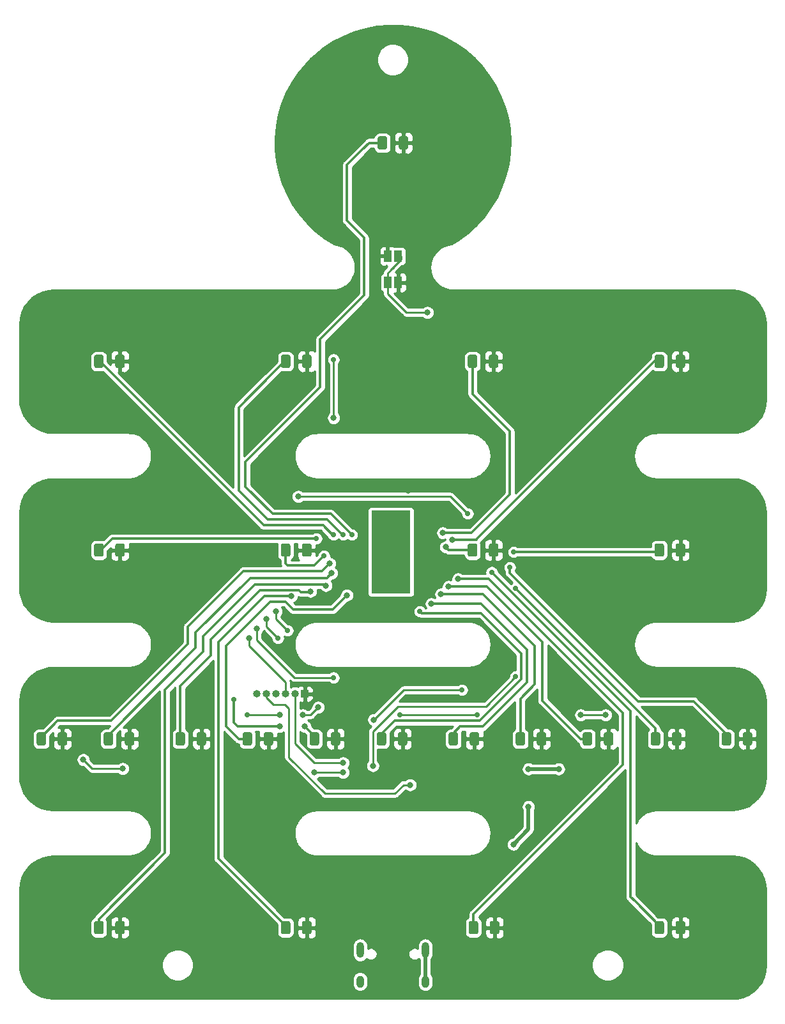
<source format=gbr>
%TF.GenerationSoftware,KiCad,Pcbnew,(5.1.8)-1*%
%TF.CreationDate,2021-11-15T19:44:16+01:00*%
%TF.ProjectId,Berlin_Uhr,4265726c-696e-45f5-9568-722e6b696361,rev?*%
%TF.SameCoordinates,Original*%
%TF.FileFunction,Copper,L2,Bot*%
%TF.FilePolarity,Positive*%
%FSLAX46Y46*%
G04 Gerber Fmt 4.6, Leading zero omitted, Abs format (unit mm)*
G04 Created by KiCad (PCBNEW (5.1.8)-1) date 2021-11-15 19:44:16*
%MOMM*%
%LPD*%
G01*
G04 APERTURE LIST*
%TA.AperFunction,SMDPad,CuDef*%
%ADD10R,5.200000X11.000000*%
%TD*%
%TA.AperFunction,ComponentPad*%
%ADD11C,0.600000*%
%TD*%
%TA.AperFunction,SMDPad,CuDef*%
%ADD12R,1.000000X1.500000*%
%TD*%
%TA.AperFunction,ComponentPad*%
%ADD13O,1.000000X1.000000*%
%TD*%
%TA.AperFunction,ComponentPad*%
%ADD14R,1.000000X1.000000*%
%TD*%
%TA.AperFunction,ComponentPad*%
%ADD15O,1.000000X2.100000*%
%TD*%
%TA.AperFunction,ComponentPad*%
%ADD16O,1.000000X1.600000*%
%TD*%
%TA.AperFunction,ViaPad*%
%ADD17C,0.800000*%
%TD*%
%TA.AperFunction,ViaPad*%
%ADD18C,0.700000*%
%TD*%
%TA.AperFunction,Conductor*%
%ADD19C,0.500000*%
%TD*%
%TA.AperFunction,Conductor*%
%ADD20C,0.350000*%
%TD*%
%TA.AperFunction,Conductor*%
%ADD21C,0.250000*%
%TD*%
%TA.AperFunction,Conductor*%
%ADD22C,0.254000*%
%TD*%
%TA.AperFunction,Conductor*%
%ADD23C,0.100000*%
%TD*%
G04 APERTURE END LIST*
%TO.P,D26,2*%
%TO.N,+5V*%
%TA.AperFunction,SMDPad,CuDef*%
G36*
G01*
X157750000Y-70602000D02*
X157750000Y-69352000D01*
G75*
G02*
X158000000Y-69102000I250000J0D01*
G01*
X158750000Y-69102000D01*
G75*
G02*
X159000000Y-69352000I0J-250000D01*
G01*
X159000000Y-70602000D01*
G75*
G02*
X158750000Y-70852000I-250000J0D01*
G01*
X158000000Y-70852000D01*
G75*
G02*
X157750000Y-70602000I0J250000D01*
G01*
G37*
%TD.AperFunction*%
%TO.P,D26,1*%
%TO.N,Net-(D26-Pad1)*%
%TA.AperFunction,SMDPad,CuDef*%
G36*
G01*
X154950000Y-70602000D02*
X154950000Y-69352000D01*
G75*
G02*
X155200000Y-69102000I250000J0D01*
G01*
X155950000Y-69102000D01*
G75*
G02*
X156200000Y-69352000I0J-250000D01*
G01*
X156200000Y-70602000D01*
G75*
G02*
X155950000Y-70852000I-250000J0D01*
G01*
X155200000Y-70852000D01*
G75*
G02*
X154950000Y-70602000I0J250000D01*
G01*
G37*
%TD.AperFunction*%
%TD*%
%TO.P,D25,2*%
%TO.N,+5V*%
%TA.AperFunction,SMDPad,CuDef*%
G36*
G01*
X182515000Y-70602000D02*
X182515000Y-69352000D01*
G75*
G02*
X182765000Y-69102000I250000J0D01*
G01*
X183515000Y-69102000D01*
G75*
G02*
X183765000Y-69352000I0J-250000D01*
G01*
X183765000Y-70602000D01*
G75*
G02*
X183515000Y-70852000I-250000J0D01*
G01*
X182765000Y-70852000D01*
G75*
G02*
X182515000Y-70602000I0J250000D01*
G01*
G37*
%TD.AperFunction*%
%TO.P,D25,1*%
%TO.N,Net-(D25-Pad1)*%
%TA.AperFunction,SMDPad,CuDef*%
G36*
G01*
X179715000Y-70602000D02*
X179715000Y-69352000D01*
G75*
G02*
X179965000Y-69102000I250000J0D01*
G01*
X180715000Y-69102000D01*
G75*
G02*
X180965000Y-69352000I0J-250000D01*
G01*
X180965000Y-70602000D01*
G75*
G02*
X180715000Y-70852000I-250000J0D01*
G01*
X179965000Y-70852000D01*
G75*
G02*
X179715000Y-70602000I0J250000D01*
G01*
G37*
%TD.AperFunction*%
%TD*%
%TO.P,D24,2*%
%TO.N,+5V*%
%TA.AperFunction,SMDPad,CuDef*%
G36*
G01*
X157750000Y-95621000D02*
X157750000Y-94371000D01*
G75*
G02*
X158000000Y-94121000I250000J0D01*
G01*
X158750000Y-94121000D01*
G75*
G02*
X159000000Y-94371000I0J-250000D01*
G01*
X159000000Y-95621000D01*
G75*
G02*
X158750000Y-95871000I-250000J0D01*
G01*
X158000000Y-95871000D01*
G75*
G02*
X157750000Y-95621000I0J250000D01*
G01*
G37*
%TD.AperFunction*%
%TO.P,D24,1*%
%TO.N,Net-(D24-Pad1)*%
%TA.AperFunction,SMDPad,CuDef*%
G36*
G01*
X154950000Y-95621000D02*
X154950000Y-94371000D01*
G75*
G02*
X155200000Y-94121000I250000J0D01*
G01*
X155950000Y-94121000D01*
G75*
G02*
X156200000Y-94371000I0J-250000D01*
G01*
X156200000Y-95621000D01*
G75*
G02*
X155950000Y-95871000I-250000J0D01*
G01*
X155200000Y-95871000D01*
G75*
G02*
X154950000Y-95621000I0J250000D01*
G01*
G37*
%TD.AperFunction*%
%TD*%
%TO.P,D23,2*%
%TO.N,+5V*%
%TA.AperFunction,SMDPad,CuDef*%
G36*
G01*
X182515000Y-95621000D02*
X182515000Y-94371000D01*
G75*
G02*
X182765000Y-94121000I250000J0D01*
G01*
X183515000Y-94121000D01*
G75*
G02*
X183765000Y-94371000I0J-250000D01*
G01*
X183765000Y-95621000D01*
G75*
G02*
X183515000Y-95871000I-250000J0D01*
G01*
X182765000Y-95871000D01*
G75*
G02*
X182515000Y-95621000I0J250000D01*
G01*
G37*
%TD.AperFunction*%
%TO.P,D23,1*%
%TO.N,Net-(D23-Pad1)*%
%TA.AperFunction,SMDPad,CuDef*%
G36*
G01*
X179715000Y-95621000D02*
X179715000Y-94371000D01*
G75*
G02*
X179965000Y-94121000I250000J0D01*
G01*
X180715000Y-94121000D01*
G75*
G02*
X180965000Y-94371000I0J-250000D01*
G01*
X180965000Y-95621000D01*
G75*
G02*
X180715000Y-95871000I-250000J0D01*
G01*
X179965000Y-95871000D01*
G75*
G02*
X179715000Y-95621000I0J250000D01*
G01*
G37*
%TD.AperFunction*%
%TD*%
%TO.P,D22,2*%
%TO.N,+5V*%
%TA.AperFunction,SMDPad,CuDef*%
G36*
G01*
X191405000Y-120640000D02*
X191405000Y-119390000D01*
G75*
G02*
X191655000Y-119140000I250000J0D01*
G01*
X192405000Y-119140000D01*
G75*
G02*
X192655000Y-119390000I0J-250000D01*
G01*
X192655000Y-120640000D01*
G75*
G02*
X192405000Y-120890000I-250000J0D01*
G01*
X191655000Y-120890000D01*
G75*
G02*
X191405000Y-120640000I0J250000D01*
G01*
G37*
%TD.AperFunction*%
%TO.P,D22,1*%
%TO.N,Net-(D22-Pad1)*%
%TA.AperFunction,SMDPad,CuDef*%
G36*
G01*
X188605000Y-120640000D02*
X188605000Y-119390000D01*
G75*
G02*
X188855000Y-119140000I250000J0D01*
G01*
X189605000Y-119140000D01*
G75*
G02*
X189855000Y-119390000I0J-250000D01*
G01*
X189855000Y-120640000D01*
G75*
G02*
X189605000Y-120890000I-250000J0D01*
G01*
X188855000Y-120890000D01*
G75*
G02*
X188605000Y-120640000I0J250000D01*
G01*
G37*
%TD.AperFunction*%
%TD*%
%TO.P,D21,2*%
%TO.N,+5V*%
%TA.AperFunction,SMDPad,CuDef*%
G36*
G01*
X182007000Y-120640000D02*
X182007000Y-119390000D01*
G75*
G02*
X182257000Y-119140000I250000J0D01*
G01*
X183007000Y-119140000D01*
G75*
G02*
X183257000Y-119390000I0J-250000D01*
G01*
X183257000Y-120640000D01*
G75*
G02*
X183007000Y-120890000I-250000J0D01*
G01*
X182257000Y-120890000D01*
G75*
G02*
X182007000Y-120640000I0J250000D01*
G01*
G37*
%TD.AperFunction*%
%TO.P,D21,1*%
%TO.N,Net-(D21-Pad1)*%
%TA.AperFunction,SMDPad,CuDef*%
G36*
G01*
X179207000Y-120640000D02*
X179207000Y-119390000D01*
G75*
G02*
X179457000Y-119140000I250000J0D01*
G01*
X180207000Y-119140000D01*
G75*
G02*
X180457000Y-119390000I0J-250000D01*
G01*
X180457000Y-120640000D01*
G75*
G02*
X180207000Y-120890000I-250000J0D01*
G01*
X179457000Y-120890000D01*
G75*
G02*
X179207000Y-120640000I0J250000D01*
G01*
G37*
%TD.AperFunction*%
%TD*%
%TO.P,D20,2*%
%TO.N,+5V*%
%TA.AperFunction,SMDPad,CuDef*%
G36*
G01*
X182515000Y-145659000D02*
X182515000Y-144409000D01*
G75*
G02*
X182765000Y-144159000I250000J0D01*
G01*
X183515000Y-144159000D01*
G75*
G02*
X183765000Y-144409000I0J-250000D01*
G01*
X183765000Y-145659000D01*
G75*
G02*
X183515000Y-145909000I-250000J0D01*
G01*
X182765000Y-145909000D01*
G75*
G02*
X182515000Y-145659000I0J250000D01*
G01*
G37*
%TD.AperFunction*%
%TO.P,D20,1*%
%TO.N,Net-(D20-Pad1)*%
%TA.AperFunction,SMDPad,CuDef*%
G36*
G01*
X179715000Y-145659000D02*
X179715000Y-144409000D01*
G75*
G02*
X179965000Y-144159000I250000J0D01*
G01*
X180715000Y-144159000D01*
G75*
G02*
X180965000Y-144409000I0J-250000D01*
G01*
X180965000Y-145659000D01*
G75*
G02*
X180715000Y-145909000I-250000J0D01*
G01*
X179965000Y-145909000D01*
G75*
G02*
X179715000Y-145659000I0J250000D01*
G01*
G37*
%TD.AperFunction*%
%TD*%
%TO.P,D19,2*%
%TO.N,+5V*%
%TA.AperFunction,SMDPad,CuDef*%
G36*
G01*
X157877000Y-145659000D02*
X157877000Y-144409000D01*
G75*
G02*
X158127000Y-144159000I250000J0D01*
G01*
X158877000Y-144159000D01*
G75*
G02*
X159127000Y-144409000I0J-250000D01*
G01*
X159127000Y-145659000D01*
G75*
G02*
X158877000Y-145909000I-250000J0D01*
G01*
X158127000Y-145909000D01*
G75*
G02*
X157877000Y-145659000I0J250000D01*
G01*
G37*
%TD.AperFunction*%
%TO.P,D19,1*%
%TO.N,Net-(D19-Pad1)*%
%TA.AperFunction,SMDPad,CuDef*%
G36*
G01*
X155077000Y-145659000D02*
X155077000Y-144409000D01*
G75*
G02*
X155327000Y-144159000I250000J0D01*
G01*
X156077000Y-144159000D01*
G75*
G02*
X156327000Y-144409000I0J-250000D01*
G01*
X156327000Y-145659000D01*
G75*
G02*
X156077000Y-145909000I-250000J0D01*
G01*
X155327000Y-145909000D01*
G75*
G02*
X155077000Y-145659000I0J250000D01*
G01*
G37*
%TD.AperFunction*%
%TD*%
%TO.P,D18,2*%
%TO.N,+5V*%
%TA.AperFunction,SMDPad,CuDef*%
G36*
G01*
X172990000Y-120640000D02*
X172990000Y-119390000D01*
G75*
G02*
X173240000Y-119140000I250000J0D01*
G01*
X173990000Y-119140000D01*
G75*
G02*
X174240000Y-119390000I0J-250000D01*
G01*
X174240000Y-120640000D01*
G75*
G02*
X173990000Y-120890000I-250000J0D01*
G01*
X173240000Y-120890000D01*
G75*
G02*
X172990000Y-120640000I0J250000D01*
G01*
G37*
%TD.AperFunction*%
%TO.P,D18,1*%
%TO.N,Net-(D18-Pad1)*%
%TA.AperFunction,SMDPad,CuDef*%
G36*
G01*
X170190000Y-120640000D02*
X170190000Y-119390000D01*
G75*
G02*
X170440000Y-119140000I250000J0D01*
G01*
X171190000Y-119140000D01*
G75*
G02*
X171440000Y-119390000I0J-250000D01*
G01*
X171440000Y-120640000D01*
G75*
G02*
X171190000Y-120890000I-250000J0D01*
G01*
X170440000Y-120890000D01*
G75*
G02*
X170190000Y-120640000I0J250000D01*
G01*
G37*
%TD.AperFunction*%
%TD*%
%TO.P,D17,2*%
%TO.N,+5V*%
%TA.AperFunction,SMDPad,CuDef*%
G36*
G01*
X164100000Y-120640000D02*
X164100000Y-119390000D01*
G75*
G02*
X164350000Y-119140000I250000J0D01*
G01*
X165100000Y-119140000D01*
G75*
G02*
X165350000Y-119390000I0J-250000D01*
G01*
X165350000Y-120640000D01*
G75*
G02*
X165100000Y-120890000I-250000J0D01*
G01*
X164350000Y-120890000D01*
G75*
G02*
X164100000Y-120640000I0J250000D01*
G01*
G37*
%TD.AperFunction*%
%TO.P,D17,1*%
%TO.N,Net-(D17-Pad1)*%
%TA.AperFunction,SMDPad,CuDef*%
G36*
G01*
X161300000Y-120640000D02*
X161300000Y-119390000D01*
G75*
G02*
X161550000Y-119140000I250000J0D01*
G01*
X162300000Y-119140000D01*
G75*
G02*
X162550000Y-119390000I0J-250000D01*
G01*
X162550000Y-120640000D01*
G75*
G02*
X162300000Y-120890000I-250000J0D01*
G01*
X161550000Y-120890000D01*
G75*
G02*
X161300000Y-120640000I0J250000D01*
G01*
G37*
%TD.AperFunction*%
%TD*%
%TO.P,D16,2*%
%TO.N,+5V*%
%TA.AperFunction,SMDPad,CuDef*%
G36*
G01*
X155210000Y-120640000D02*
X155210000Y-119390000D01*
G75*
G02*
X155460000Y-119140000I250000J0D01*
G01*
X156210000Y-119140000D01*
G75*
G02*
X156460000Y-119390000I0J-250000D01*
G01*
X156460000Y-120640000D01*
G75*
G02*
X156210000Y-120890000I-250000J0D01*
G01*
X155460000Y-120890000D01*
G75*
G02*
X155210000Y-120640000I0J250000D01*
G01*
G37*
%TD.AperFunction*%
%TO.P,D16,1*%
%TO.N,Net-(D16-Pad1)*%
%TA.AperFunction,SMDPad,CuDef*%
G36*
G01*
X152410000Y-120640000D02*
X152410000Y-119390000D01*
G75*
G02*
X152660000Y-119140000I250000J0D01*
G01*
X153410000Y-119140000D01*
G75*
G02*
X153660000Y-119390000I0J-250000D01*
G01*
X153660000Y-120640000D01*
G75*
G02*
X153410000Y-120890000I-250000J0D01*
G01*
X152660000Y-120890000D01*
G75*
G02*
X152410000Y-120640000I0J250000D01*
G01*
G37*
%TD.AperFunction*%
%TD*%
%TO.P,D15,2*%
%TO.N,+5V*%
%TA.AperFunction,SMDPad,CuDef*%
G36*
G01*
X145685000Y-120640000D02*
X145685000Y-119390000D01*
G75*
G02*
X145935000Y-119140000I250000J0D01*
G01*
X146685000Y-119140000D01*
G75*
G02*
X146935000Y-119390000I0J-250000D01*
G01*
X146935000Y-120640000D01*
G75*
G02*
X146685000Y-120890000I-250000J0D01*
G01*
X145935000Y-120890000D01*
G75*
G02*
X145685000Y-120640000I0J250000D01*
G01*
G37*
%TD.AperFunction*%
%TO.P,D15,1*%
%TO.N,Net-(D15-Pad1)*%
%TA.AperFunction,SMDPad,CuDef*%
G36*
G01*
X142885000Y-120640000D02*
X142885000Y-119390000D01*
G75*
G02*
X143135000Y-119140000I250000J0D01*
G01*
X143885000Y-119140000D01*
G75*
G02*
X144135000Y-119390000I0J-250000D01*
G01*
X144135000Y-120640000D01*
G75*
G02*
X143885000Y-120890000I-250000J0D01*
G01*
X143135000Y-120890000D01*
G75*
G02*
X142885000Y-120640000I0J250000D01*
G01*
G37*
%TD.AperFunction*%
%TD*%
%TO.P,D14,2*%
%TO.N,+5V*%
%TA.AperFunction,SMDPad,CuDef*%
G36*
G01*
X136795000Y-120640000D02*
X136795000Y-119390000D01*
G75*
G02*
X137045000Y-119140000I250000J0D01*
G01*
X137795000Y-119140000D01*
G75*
G02*
X138045000Y-119390000I0J-250000D01*
G01*
X138045000Y-120640000D01*
G75*
G02*
X137795000Y-120890000I-250000J0D01*
G01*
X137045000Y-120890000D01*
G75*
G02*
X136795000Y-120640000I0J250000D01*
G01*
G37*
%TD.AperFunction*%
%TO.P,D14,1*%
%TO.N,Net-(D14-Pad1)*%
%TA.AperFunction,SMDPad,CuDef*%
G36*
G01*
X133995000Y-120640000D02*
X133995000Y-119390000D01*
G75*
G02*
X134245000Y-119140000I250000J0D01*
G01*
X134995000Y-119140000D01*
G75*
G02*
X135245000Y-119390000I0J-250000D01*
G01*
X135245000Y-120640000D01*
G75*
G02*
X134995000Y-120890000I-250000J0D01*
G01*
X134245000Y-120890000D01*
G75*
G02*
X133995000Y-120640000I0J250000D01*
G01*
G37*
%TD.AperFunction*%
%TD*%
%TO.P,D13,2*%
%TO.N,+5V*%
%TA.AperFunction,SMDPad,CuDef*%
G36*
G01*
X127905000Y-120640000D02*
X127905000Y-119390000D01*
G75*
G02*
X128155000Y-119140000I250000J0D01*
G01*
X128905000Y-119140000D01*
G75*
G02*
X129155000Y-119390000I0J-250000D01*
G01*
X129155000Y-120640000D01*
G75*
G02*
X128905000Y-120890000I-250000J0D01*
G01*
X128155000Y-120890000D01*
G75*
G02*
X127905000Y-120640000I0J250000D01*
G01*
G37*
%TD.AperFunction*%
%TO.P,D13,1*%
%TO.N,Net-(D13-Pad1)*%
%TA.AperFunction,SMDPad,CuDef*%
G36*
G01*
X125105000Y-120640000D02*
X125105000Y-119390000D01*
G75*
G02*
X125355000Y-119140000I250000J0D01*
G01*
X126105000Y-119140000D01*
G75*
G02*
X126355000Y-119390000I0J-250000D01*
G01*
X126355000Y-120640000D01*
G75*
G02*
X126105000Y-120890000I-250000J0D01*
G01*
X125355000Y-120890000D01*
G75*
G02*
X125105000Y-120640000I0J250000D01*
G01*
G37*
%TD.AperFunction*%
%TD*%
%TO.P,D12,2*%
%TO.N,+5V*%
%TA.AperFunction,SMDPad,CuDef*%
G36*
G01*
X132985000Y-145659000D02*
X132985000Y-144409000D01*
G75*
G02*
X133235000Y-144159000I250000J0D01*
G01*
X133985000Y-144159000D01*
G75*
G02*
X134235000Y-144409000I0J-250000D01*
G01*
X134235000Y-145659000D01*
G75*
G02*
X133985000Y-145909000I-250000J0D01*
G01*
X133235000Y-145909000D01*
G75*
G02*
X132985000Y-145659000I0J250000D01*
G01*
G37*
%TD.AperFunction*%
%TO.P,D12,1*%
%TO.N,Net-(D12-Pad1)*%
%TA.AperFunction,SMDPad,CuDef*%
G36*
G01*
X130185000Y-145659000D02*
X130185000Y-144409000D01*
G75*
G02*
X130435000Y-144159000I250000J0D01*
G01*
X131185000Y-144159000D01*
G75*
G02*
X131435000Y-144409000I0J-250000D01*
G01*
X131435000Y-145659000D01*
G75*
G02*
X131185000Y-145909000I-250000J0D01*
G01*
X130435000Y-145909000D01*
G75*
G02*
X130185000Y-145659000I0J250000D01*
G01*
G37*
%TD.AperFunction*%
%TD*%
%TO.P,D11,2*%
%TO.N,+5V*%
%TA.AperFunction,SMDPad,CuDef*%
G36*
G01*
X119015000Y-120640000D02*
X119015000Y-119390000D01*
G75*
G02*
X119265000Y-119140000I250000J0D01*
G01*
X120015000Y-119140000D01*
G75*
G02*
X120265000Y-119390000I0J-250000D01*
G01*
X120265000Y-120640000D01*
G75*
G02*
X120015000Y-120890000I-250000J0D01*
G01*
X119265000Y-120890000D01*
G75*
G02*
X119015000Y-120640000I0J250000D01*
G01*
G37*
%TD.AperFunction*%
%TO.P,D11,1*%
%TO.N,Net-(D11-Pad1)*%
%TA.AperFunction,SMDPad,CuDef*%
G36*
G01*
X116215000Y-120640000D02*
X116215000Y-119390000D01*
G75*
G02*
X116465000Y-119140000I250000J0D01*
G01*
X117215000Y-119140000D01*
G75*
G02*
X117465000Y-119390000I0J-250000D01*
G01*
X117465000Y-120640000D01*
G75*
G02*
X117215000Y-120890000I-250000J0D01*
G01*
X116465000Y-120890000D01*
G75*
G02*
X116215000Y-120640000I0J250000D01*
G01*
G37*
%TD.AperFunction*%
%TD*%
%TO.P,D10,2*%
%TO.N,+5V*%
%TA.AperFunction,SMDPad,CuDef*%
G36*
G01*
X108220000Y-145659000D02*
X108220000Y-144409000D01*
G75*
G02*
X108470000Y-144159000I250000J0D01*
G01*
X109220000Y-144159000D01*
G75*
G02*
X109470000Y-144409000I0J-250000D01*
G01*
X109470000Y-145659000D01*
G75*
G02*
X109220000Y-145909000I-250000J0D01*
G01*
X108470000Y-145909000D01*
G75*
G02*
X108220000Y-145659000I0J250000D01*
G01*
G37*
%TD.AperFunction*%
%TO.P,D10,1*%
%TO.N,Net-(D10-Pad1)*%
%TA.AperFunction,SMDPad,CuDef*%
G36*
G01*
X105420000Y-145659000D02*
X105420000Y-144409000D01*
G75*
G02*
X105670000Y-144159000I250000J0D01*
G01*
X106420000Y-144159000D01*
G75*
G02*
X106670000Y-144409000I0J-250000D01*
G01*
X106670000Y-145659000D01*
G75*
G02*
X106420000Y-145909000I-250000J0D01*
G01*
X105670000Y-145909000D01*
G75*
G02*
X105420000Y-145659000I0J250000D01*
G01*
G37*
%TD.AperFunction*%
%TD*%
%TO.P,D9,2*%
%TO.N,+5V*%
%TA.AperFunction,SMDPad,CuDef*%
G36*
G01*
X109490000Y-120640000D02*
X109490000Y-119390000D01*
G75*
G02*
X109740000Y-119140000I250000J0D01*
G01*
X110490000Y-119140000D01*
G75*
G02*
X110740000Y-119390000I0J-250000D01*
G01*
X110740000Y-120640000D01*
G75*
G02*
X110490000Y-120890000I-250000J0D01*
G01*
X109740000Y-120890000D01*
G75*
G02*
X109490000Y-120640000I0J250000D01*
G01*
G37*
%TD.AperFunction*%
%TO.P,D9,1*%
%TO.N,Net-(D9-Pad1)*%
%TA.AperFunction,SMDPad,CuDef*%
G36*
G01*
X106690000Y-120640000D02*
X106690000Y-119390000D01*
G75*
G02*
X106940000Y-119140000I250000J0D01*
G01*
X107690000Y-119140000D01*
G75*
G02*
X107940000Y-119390000I0J-250000D01*
G01*
X107940000Y-120640000D01*
G75*
G02*
X107690000Y-120890000I-250000J0D01*
G01*
X106940000Y-120890000D01*
G75*
G02*
X106690000Y-120640000I0J250000D01*
G01*
G37*
%TD.AperFunction*%
%TD*%
%TO.P,D8,2*%
%TO.N,+5V*%
%TA.AperFunction,SMDPad,CuDef*%
G36*
G01*
X100600000Y-120640000D02*
X100600000Y-119390000D01*
G75*
G02*
X100850000Y-119140000I250000J0D01*
G01*
X101600000Y-119140000D01*
G75*
G02*
X101850000Y-119390000I0J-250000D01*
G01*
X101850000Y-120640000D01*
G75*
G02*
X101600000Y-120890000I-250000J0D01*
G01*
X100850000Y-120890000D01*
G75*
G02*
X100600000Y-120640000I0J250000D01*
G01*
G37*
%TD.AperFunction*%
%TO.P,D8,1*%
%TO.N,Net-(D8-Pad1)*%
%TA.AperFunction,SMDPad,CuDef*%
G36*
G01*
X97800000Y-120640000D02*
X97800000Y-119390000D01*
G75*
G02*
X98050000Y-119140000I250000J0D01*
G01*
X98800000Y-119140000D01*
G75*
G02*
X99050000Y-119390000I0J-250000D01*
G01*
X99050000Y-120640000D01*
G75*
G02*
X98800000Y-120890000I-250000J0D01*
G01*
X98050000Y-120890000D01*
G75*
G02*
X97800000Y-120640000I0J250000D01*
G01*
G37*
%TD.AperFunction*%
%TD*%
%TO.P,D7,2*%
%TO.N,+5V*%
%TA.AperFunction,SMDPad,CuDef*%
G36*
G01*
X132985000Y-95621000D02*
X132985000Y-94371000D01*
G75*
G02*
X133235000Y-94121000I250000J0D01*
G01*
X133985000Y-94121000D01*
G75*
G02*
X134235000Y-94371000I0J-250000D01*
G01*
X134235000Y-95621000D01*
G75*
G02*
X133985000Y-95871000I-250000J0D01*
G01*
X133235000Y-95871000D01*
G75*
G02*
X132985000Y-95621000I0J250000D01*
G01*
G37*
%TD.AperFunction*%
%TO.P,D7,1*%
%TO.N,Net-(D7-Pad1)*%
%TA.AperFunction,SMDPad,CuDef*%
G36*
G01*
X130185000Y-95621000D02*
X130185000Y-94371000D01*
G75*
G02*
X130435000Y-94121000I250000J0D01*
G01*
X131185000Y-94121000D01*
G75*
G02*
X131435000Y-94371000I0J-250000D01*
G01*
X131435000Y-95621000D01*
G75*
G02*
X131185000Y-95871000I-250000J0D01*
G01*
X130435000Y-95871000D01*
G75*
G02*
X130185000Y-95621000I0J250000D01*
G01*
G37*
%TD.AperFunction*%
%TD*%
%TO.P,D6,2*%
%TO.N,+5V*%
%TA.AperFunction,SMDPad,CuDef*%
G36*
G01*
X108220000Y-95621000D02*
X108220000Y-94371000D01*
G75*
G02*
X108470000Y-94121000I250000J0D01*
G01*
X109220000Y-94121000D01*
G75*
G02*
X109470000Y-94371000I0J-250000D01*
G01*
X109470000Y-95621000D01*
G75*
G02*
X109220000Y-95871000I-250000J0D01*
G01*
X108470000Y-95871000D01*
G75*
G02*
X108220000Y-95621000I0J250000D01*
G01*
G37*
%TD.AperFunction*%
%TO.P,D6,1*%
%TO.N,Net-(D6-Pad1)*%
%TA.AperFunction,SMDPad,CuDef*%
G36*
G01*
X105420000Y-95621000D02*
X105420000Y-94371000D01*
G75*
G02*
X105670000Y-94121000I250000J0D01*
G01*
X106420000Y-94121000D01*
G75*
G02*
X106670000Y-94371000I0J-250000D01*
G01*
X106670000Y-95621000D01*
G75*
G02*
X106420000Y-95871000I-250000J0D01*
G01*
X105670000Y-95871000D01*
G75*
G02*
X105420000Y-95621000I0J250000D01*
G01*
G37*
%TD.AperFunction*%
%TD*%
%TO.P,D5,2*%
%TO.N,+5V*%
%TA.AperFunction,SMDPad,CuDef*%
G36*
G01*
X108220000Y-70602000D02*
X108220000Y-69352000D01*
G75*
G02*
X108470000Y-69102000I250000J0D01*
G01*
X109220000Y-69102000D01*
G75*
G02*
X109470000Y-69352000I0J-250000D01*
G01*
X109470000Y-70602000D01*
G75*
G02*
X109220000Y-70852000I-250000J0D01*
G01*
X108470000Y-70852000D01*
G75*
G02*
X108220000Y-70602000I0J250000D01*
G01*
G37*
%TD.AperFunction*%
%TO.P,D5,1*%
%TO.N,Net-(D5-Pad1)*%
%TA.AperFunction,SMDPad,CuDef*%
G36*
G01*
X105420000Y-70602000D02*
X105420000Y-69352000D01*
G75*
G02*
X105670000Y-69102000I250000J0D01*
G01*
X106420000Y-69102000D01*
G75*
G02*
X106670000Y-69352000I0J-250000D01*
G01*
X106670000Y-70602000D01*
G75*
G02*
X106420000Y-70852000I-250000J0D01*
G01*
X105670000Y-70852000D01*
G75*
G02*
X105420000Y-70602000I0J250000D01*
G01*
G37*
%TD.AperFunction*%
%TD*%
%TO.P,D4,2*%
%TO.N,+5V*%
%TA.AperFunction,SMDPad,CuDef*%
G36*
G01*
X132985000Y-70602000D02*
X132985000Y-69352000D01*
G75*
G02*
X133235000Y-69102000I250000J0D01*
G01*
X133985000Y-69102000D01*
G75*
G02*
X134235000Y-69352000I0J-250000D01*
G01*
X134235000Y-70602000D01*
G75*
G02*
X133985000Y-70852000I-250000J0D01*
G01*
X133235000Y-70852000D01*
G75*
G02*
X132985000Y-70602000I0J250000D01*
G01*
G37*
%TD.AperFunction*%
%TO.P,D4,1*%
%TO.N,Net-(D4-Pad1)*%
%TA.AperFunction,SMDPad,CuDef*%
G36*
G01*
X130185000Y-70602000D02*
X130185000Y-69352000D01*
G75*
G02*
X130435000Y-69102000I250000J0D01*
G01*
X131185000Y-69102000D01*
G75*
G02*
X131435000Y-69352000I0J-250000D01*
G01*
X131435000Y-70602000D01*
G75*
G02*
X131185000Y-70852000I-250000J0D01*
G01*
X130435000Y-70852000D01*
G75*
G02*
X130185000Y-70602000I0J250000D01*
G01*
G37*
%TD.AperFunction*%
%TD*%
%TO.P,D3,2*%
%TO.N,+5V*%
%TA.AperFunction,SMDPad,CuDef*%
G36*
G01*
X145806000Y-41646000D02*
X145806000Y-40396000D01*
G75*
G02*
X146056000Y-40146000I250000J0D01*
G01*
X146806000Y-40146000D01*
G75*
G02*
X147056000Y-40396000I0J-250000D01*
G01*
X147056000Y-41646000D01*
G75*
G02*
X146806000Y-41896000I-250000J0D01*
G01*
X146056000Y-41896000D01*
G75*
G02*
X145806000Y-41646000I0J250000D01*
G01*
G37*
%TD.AperFunction*%
%TO.P,D3,1*%
%TO.N,Net-(D3-Pad1)*%
%TA.AperFunction,SMDPad,CuDef*%
G36*
G01*
X143006000Y-41646000D02*
X143006000Y-40396000D01*
G75*
G02*
X143256000Y-40146000I250000J0D01*
G01*
X144006000Y-40146000D01*
G75*
G02*
X144256000Y-40396000I0J-250000D01*
G01*
X144256000Y-41646000D01*
G75*
G02*
X144006000Y-41896000I-250000J0D01*
G01*
X143256000Y-41896000D01*
G75*
G02*
X143006000Y-41646000I0J250000D01*
G01*
G37*
%TD.AperFunction*%
%TD*%
D10*
%TO.P,U3,33*%
%TO.N,GND*%
X144780000Y-95250000D03*
D11*
X145530000Y-100450000D03*
X147030000Y-100450000D03*
X142530000Y-100450000D03*
X144030000Y-100450000D03*
X145530000Y-99150000D03*
X145530000Y-97850000D03*
X144030000Y-97850000D03*
X142530000Y-97850000D03*
X144030000Y-99150000D03*
X147030000Y-99150000D03*
X142530000Y-99150000D03*
X147030000Y-97850000D03*
X145530000Y-96550000D03*
X145530000Y-95250000D03*
X144030000Y-95250000D03*
X142530000Y-95250000D03*
X144030000Y-96550000D03*
X147030000Y-96550000D03*
X142530000Y-96550000D03*
X147030000Y-95250000D03*
X145530000Y-93950000D03*
X145530000Y-92650000D03*
X144030000Y-92650000D03*
X142530000Y-92650000D03*
X144030000Y-93950000D03*
X147030000Y-93950000D03*
X142530000Y-93950000D03*
X147030000Y-92650000D03*
X147030000Y-91350000D03*
X145530000Y-91350000D03*
X144030000Y-91350000D03*
X142530000Y-91350000D03*
X147030000Y-90050000D03*
X145530000Y-90050000D03*
X144030000Y-90050000D03*
X142530000Y-90050000D03*
%TD*%
D12*
%TO.P,Q1,3*%
%TO.N,+5V*%
X145734000Y-59535000D03*
%TO.P,Q1,4*%
%TO.N,Net-(Q1-Pad2)*%
X144334000Y-59535000D03*
%TO.P,Q1,2*%
X145734000Y-56035000D03*
%TO.P,Q1,1*%
%TO.N,+5V*%
X144334000Y-56035000D03*
%TD*%
D13*
%TO.P,J2,6*%
%TO.N,GND*%
X127000000Y-114046000D03*
%TO.P,J2,5*%
%TO.N,Net-(J2-Pad5)*%
X128270000Y-114046000D03*
%TO.P,J2,4*%
%TO.N,Net-(J2-Pad4)*%
X129540000Y-114046000D03*
%TO.P,J2,3*%
%TO.N,Net-(J2-Pad3)*%
X130810000Y-114046000D03*
%TO.P,J2,2*%
%TO.N,Net-(J2-Pad2)*%
X132080000Y-114046000D03*
D14*
%TO.P,J2,1*%
%TO.N,+5V*%
X133350000Y-114046000D03*
%TD*%
D15*
%TO.P,J1,S1*%
%TO.N,GND*%
X149320000Y-148000000D03*
X140680000Y-148000000D03*
D16*
X140680000Y-152180000D03*
X149320000Y-152180000D03*
%TD*%
D17*
%TO.N,GND*%
X163000000Y-129000000D03*
X161000000Y-134000000D03*
X167000000Y-124000000D03*
X163000000Y-124000000D03*
%TO.N,+5V*%
X147475000Y-144780000D03*
X140970000Y-144780000D03*
X142000000Y-63000000D03*
X166370000Y-72771000D03*
X150000000Y-90000000D03*
X134000000Y-128000000D03*
X147066000Y-87129990D03*
X148082000Y-121666000D03*
X149860000Y-144780000D03*
X139954000Y-144780000D03*
X140462000Y-143764000D03*
X153670000Y-143510000D03*
D18*
%TO.N,Net-(D3-Pad1)*%
X139573000Y-92964000D03*
%TO.N,Net-(D4-Pad1)*%
X138425347Y-92964000D03*
%TO.N,Net-(D5-Pad1)*%
X137160000Y-92964000D03*
%TO.N,Net-(D6-Pad1)*%
X134874000Y-93472000D03*
%TO.N,Net-(D7-Pad1)*%
X135890000Y-95758000D03*
D17*
%TO.N,Net-(D8-Pad1)*%
X136652000Y-96774000D03*
%TO.N,Net-(D9-Pad1)*%
X136906000Y-98044000D03*
%TO.N,Net-(D10-Pad1)*%
X136144000Y-99695000D03*
%TO.N,Net-(D11-Pad1)*%
X134112000Y-100457000D03*
%TO.N,Net-(D12-Pad1)*%
X131572000Y-101092000D03*
%TO.N,Net-(D13-Pad1)*%
X138938000Y-100965000D03*
%TO.N,Net-(D14-Pad1)*%
X133350000Y-118364000D03*
X130048000Y-118364000D03*
D18*
X123952000Y-114808000D03*
%TO.N,Net-(D15-Pad1)*%
X148590000Y-103124000D03*
D17*
%TO.N,Net-(D16-Pad1)*%
X150114000Y-102108000D03*
%TO.N,Net-(D17-Pad1)*%
X151384000Y-100838000D03*
%TO.N,Net-(D18-Pad1)*%
X152400000Y-99822000D03*
%TO.N,Net-(D19-Pad1)*%
X153670000Y-98806000D03*
D18*
%TO.N,Net-(D20-Pad1)*%
X158110347Y-97921653D03*
%TO.N,Net-(D21-Pad1)*%
X161290000Y-100076000D03*
%TO.N,Net-(D22-Pad1)*%
X160528000Y-97282000D03*
%TO.N,Net-(D23-Pad1)*%
X161036000Y-95250000D03*
D17*
%TO.N,Net-(D24-Pad1)*%
X152019000Y-94596999D03*
%TO.N,Net-(D25-Pad1)*%
X152908000Y-93599000D03*
%TO.N,Net-(D26-Pad1)*%
X151638000Y-92710000D03*
%TO.N,Net-(J2-Pad5)*%
X147320000Y-126111000D03*
%TO.N,Net-(J2-Pad4)*%
X138430000Y-124460000D03*
X134620000Y-124460000D03*
X128270000Y-104140000D03*
D18*
X129794000Y-106680000D03*
D17*
%TO.N,Net-(J2-Pad3)*%
X125984000Y-106680000D03*
X132461000Y-87884000D03*
D18*
X154940000Y-90170000D03*
D17*
%TO.N,Net-(J2-Pad2)*%
X138430000Y-123190000D03*
D18*
X131064000Y-105664000D03*
D17*
X129540000Y-103124000D03*
%TO.N,Net-(Q1-Pad2)*%
X142367000Y-123571000D03*
D18*
X161290000Y-111760000D03*
D17*
X149606000Y-63500000D03*
D18*
%TO.N,Net-(R4-Pad2)*%
X137160000Y-111887000D03*
D17*
X127000000Y-105410000D03*
D18*
%TO.N,Net-(SW1-Pad1)*%
X125730000Y-116840000D03*
D17*
X103984000Y-122780000D03*
X109220000Y-123952000D03*
X130048000Y-116840000D03*
X133096000Y-116840000D03*
X135128000Y-115824000D03*
D18*
%TO.N,Net-(SW2-Pad1)*%
X156210000Y-116840000D03*
X145923000Y-116840000D03*
D17*
X169926000Y-116840000D03*
X173228000Y-116840000D03*
%TO.N,Net-(U1-Pad3)*%
X142494000Y-117475000D03*
X137160000Y-77470000D03*
D18*
X154178000Y-113538000D03*
X137160000Y-69723000D03*
%TD*%
D19*
%TO.N,GND*%
X149320000Y-152180000D02*
X149320000Y-148000000D01*
X163000000Y-132000000D02*
X161000000Y-134000000D01*
X163000000Y-129000000D02*
X163000000Y-132000000D01*
X167000000Y-124000000D02*
X163000000Y-124000000D01*
%TO.N,+5V*%
X147475000Y-144780000D02*
X140970000Y-144780000D01*
X147066000Y-87129990D02*
X147066000Y-87122000D01*
D20*
%TO.N,Net-(D3-Pad1)*%
X138938000Y-51308000D02*
X138938000Y-43942000D01*
X141224000Y-53594000D02*
X138938000Y-51308000D01*
X141224000Y-61214000D02*
X141224000Y-53594000D01*
X135382000Y-67056000D02*
X141224000Y-61214000D01*
X135382000Y-73406000D02*
X135382000Y-67056000D01*
X125476000Y-86614000D02*
X125476000Y-83312000D01*
X125476000Y-83312000D02*
X135382000Y-73406000D01*
X129060501Y-90198501D02*
X125476000Y-86614000D01*
X136807501Y-90198501D02*
X129060501Y-90198501D01*
X139573000Y-92964000D02*
X136807501Y-90198501D01*
X141859000Y-41021000D02*
X140970000Y-41910000D01*
X143631000Y-41021000D02*
X141859000Y-41021000D01*
X138938000Y-43942000D02*
X140970000Y-41910000D01*
%TO.N,Net-(D4-Pad1)*%
X129032000Y-71628000D02*
X130810000Y-69850000D01*
X124587000Y-76073000D02*
X129032000Y-71628000D01*
X124587000Y-87122000D02*
X124587000Y-76073000D01*
X128397000Y-90932000D02*
X124587000Y-87122000D01*
X136302695Y-90932000D02*
X128397000Y-90932000D01*
X138425347Y-93054652D02*
X136302695Y-90932000D01*
%TO.N,Net-(D5-Pad1)*%
X135763000Y-91694000D02*
X137160000Y-93091000D01*
X127889000Y-91694000D02*
X135763000Y-91694000D01*
X106045000Y-69850000D02*
X127889000Y-91694000D01*
%TO.N,Net-(D6-Pad1)*%
X107823000Y-93472000D02*
X106045000Y-95250000D01*
X134874000Y-93472000D02*
X107823000Y-93472000D01*
%TO.N,Net-(D7-Pad1)*%
X130810000Y-95250000D02*
X130810000Y-96774000D01*
X130810000Y-96774000D02*
X131064000Y-97028000D01*
X134620000Y-97028000D02*
X131064000Y-97028000D01*
X135890000Y-95758000D02*
X134620000Y-97028000D01*
%TO.N,Net-(D8-Pad1)*%
X135636000Y-97790000D02*
X136652000Y-96774000D01*
X125222000Y-97790000D02*
X135636000Y-97790000D01*
X117856000Y-105156000D02*
X125222000Y-97790000D01*
X117856000Y-107442000D02*
X117856000Y-105156000D01*
X107696000Y-117602000D02*
X117856000Y-107442000D01*
X100584000Y-117602000D02*
X107696000Y-117602000D01*
X98425000Y-119761000D02*
X100584000Y-117602000D01*
X98425000Y-120650000D02*
X98425000Y-119761000D01*
%TO.N,Net-(D9-Pad1)*%
X118872000Y-107950000D02*
X107315000Y-119507000D01*
X107315000Y-119507000D02*
X107315000Y-120650000D01*
X118872000Y-105918000D02*
X118872000Y-107950000D01*
X126111000Y-98679000D02*
X118872000Y-105918000D01*
X136271000Y-98679000D02*
X126111000Y-98679000D01*
X136906000Y-98044000D02*
X136271000Y-98679000D01*
%TO.N,Net-(D10-Pad1)*%
X136017000Y-99568000D02*
X136144000Y-99695000D01*
X126746000Y-99568000D02*
X136017000Y-99568000D01*
X119888000Y-106426000D02*
X126746000Y-99568000D01*
X119888000Y-108458000D02*
X119888000Y-106426000D01*
X114808000Y-113538000D02*
X119888000Y-108458000D01*
X114808000Y-135128000D02*
X114808000Y-113538000D01*
X106045000Y-143891000D02*
X114808000Y-135128000D01*
X106045000Y-144780000D02*
X106045000Y-143891000D01*
%TO.N,Net-(D11-Pad1)*%
X132574999Y-100316999D02*
X132842000Y-100584000D01*
X127394001Y-100316999D02*
X132574999Y-100316999D01*
X120904000Y-106807000D02*
X127394001Y-100316999D01*
X120904000Y-108966000D02*
X120904000Y-106807000D01*
X116840000Y-113030000D02*
X120904000Y-108966000D01*
X132842000Y-100584000D02*
X134112000Y-100584000D01*
X116840000Y-120650000D02*
X116840000Y-113030000D01*
%TO.N,Net-(D12-Pad1)*%
X130810000Y-144780000D02*
X121920000Y-135890000D01*
X121920000Y-135890000D02*
X121920000Y-107188000D01*
X128016000Y-101092000D02*
X131572000Y-101092000D01*
X121920000Y-107188000D02*
X128016000Y-101092000D01*
%TO.N,Net-(D13-Pad1)*%
X131826000Y-102870000D02*
X136811347Y-102870000D01*
X130810000Y-101854000D02*
X131826000Y-102870000D01*
X128778000Y-101854000D02*
X130810000Y-101854000D01*
X122936000Y-107696000D02*
X128778000Y-101854000D01*
X122936000Y-118364000D02*
X122936000Y-107696000D01*
X137033000Y-102870000D02*
X136811347Y-102870000D01*
X138938000Y-100965000D02*
X137033000Y-102870000D01*
X124587000Y-120015000D02*
X123761500Y-119189500D01*
X125730000Y-120015000D02*
X124587000Y-120015000D01*
X123761500Y-119189500D02*
X122936000Y-118364000D01*
%TO.N,Net-(D14-Pad1)*%
X123952000Y-117856000D02*
X124460000Y-118364000D01*
X124460000Y-118364000D02*
X130048000Y-118364000D01*
X123952000Y-116135002D02*
X123952000Y-117856000D01*
X123952000Y-114808000D02*
X123952000Y-116135002D01*
X134620000Y-119634000D02*
X133350000Y-118364000D01*
X134620000Y-120015000D02*
X134620000Y-119634000D01*
%TO.N,Net-(D15-Pad1)*%
X162015001Y-112108001D02*
X162015001Y-108675001D01*
X149860000Y-103378000D02*
X148844000Y-103378000D01*
X148844000Y-103378000D02*
X148590000Y-103124000D01*
X150114000Y-103378000D02*
X149860000Y-103378000D01*
X162015001Y-108675001D02*
X156718000Y-103378000D01*
X156492501Y-117630501D02*
X145259499Y-117630501D01*
X156492501Y-117630501D02*
X162015001Y-112108001D01*
X143510000Y-119380000D02*
X143510000Y-120650000D01*
X145259499Y-117630501D02*
X143510000Y-119380000D01*
X156718000Y-103378000D02*
X151003000Y-103378000D01*
X151003000Y-103378000D02*
X150114000Y-103378000D01*
%TO.N,Net-(D16-Pad1)*%
X150114000Y-102108000D02*
X156718000Y-102108000D01*
X156718000Y-102108000D02*
X162814000Y-108204000D01*
X162814000Y-108204000D02*
X162814000Y-112522000D01*
X162814000Y-112522000D02*
X156972000Y-118364000D01*
X156972000Y-118364000D02*
X153924000Y-118364000D01*
X153924000Y-118364000D02*
X153035000Y-119253000D01*
X153035000Y-119253000D02*
X153035000Y-120650000D01*
%TO.N,Net-(D17-Pad1)*%
X161925000Y-120650000D02*
X161925000Y-114681000D01*
X163830000Y-107696000D02*
X156972000Y-100838000D01*
X156972000Y-100838000D02*
X151384000Y-100838000D01*
X163830000Y-112776000D02*
X163830000Y-107696000D01*
X161925000Y-114681000D02*
X163830000Y-112776000D01*
%TO.N,Net-(D18-Pad1)*%
X170815000Y-120650000D02*
X170815000Y-120015000D01*
X169926000Y-120015000D02*
X170815000Y-120015000D01*
X164846000Y-114935000D02*
X169926000Y-120015000D01*
X164846000Y-107188000D02*
X164846000Y-114935000D01*
X157480000Y-99822000D02*
X164846000Y-107188000D01*
X152400000Y-99822000D02*
X157480000Y-99822000D01*
%TO.N,Net-(D19-Pad1)*%
X175514000Y-116586000D02*
X157734000Y-98806000D01*
X157734000Y-98806000D02*
X153670000Y-98806000D01*
X175514000Y-123444000D02*
X175514000Y-116586000D01*
X155702000Y-143256000D02*
X175514000Y-123444000D01*
X155702000Y-144780000D02*
X155702000Y-143256000D01*
%TO.N,Net-(D20-Pad1)*%
X176530000Y-116332000D02*
X176530000Y-140970000D01*
X176530000Y-140970000D02*
X177147567Y-141587567D01*
X177147567Y-141587567D02*
X180340000Y-144780000D01*
X167249694Y-107061000D02*
X167259000Y-107061000D01*
X158554847Y-98366153D02*
X167249694Y-107061000D01*
X167259000Y-107061000D02*
X176530000Y-116332000D01*
X165763501Y-105565501D02*
X167259000Y-107061000D01*
X158110347Y-97921653D02*
X158554847Y-98366153D01*
X158554847Y-98366153D02*
X158750000Y-98561306D01*
D21*
%TO.N,Net-(D21-Pad1)*%
X179832000Y-120650000D02*
X179832000Y-120632000D01*
D20*
X161290000Y-100076000D02*
X179832000Y-118618000D01*
X179832000Y-118618000D02*
X179832000Y-120650000D01*
%TO.N,Net-(D22-Pad1)*%
X189230000Y-119380000D02*
X189230000Y-120650000D01*
X184912000Y-115062000D02*
X189230000Y-119380000D01*
X177546000Y-115062000D02*
X184912000Y-115062000D01*
X160528000Y-98044000D02*
X177546000Y-115062000D01*
X160528000Y-97282000D02*
X160528000Y-98044000D01*
%TO.N,Net-(D23-Pad1)*%
X161036000Y-95250000D02*
X180340000Y-95250000D01*
%TO.N,Net-(D24-Pad1)*%
X152418001Y-94996000D02*
X152019000Y-94596999D01*
X155575000Y-94996000D02*
X152418001Y-94996000D01*
%TO.N,Net-(D25-Pad1)*%
X180340000Y-69850000D02*
X179832000Y-69850000D01*
X179832000Y-69850000D02*
X156210000Y-93472000D01*
X156083000Y-93599000D02*
X156210000Y-93472000D01*
X152908000Y-93599000D02*
X156083000Y-93599000D01*
%TO.N,Net-(D26-Pad1)*%
X155575000Y-69850000D02*
X155575000Y-74295000D01*
X160528000Y-87630000D02*
X155448000Y-92710000D01*
X155448000Y-92710000D02*
X151638000Y-92710000D01*
X160528000Y-79248000D02*
X160528000Y-87630000D01*
X155575000Y-74295000D02*
X160528000Y-79248000D01*
D21*
%TO.N,Net-(J2-Pad5)*%
X136017000Y-127254000D02*
X131225999Y-122462999D01*
X131225999Y-122462999D02*
X131225999Y-115985999D01*
X143256000Y-127254000D02*
X136017000Y-127254000D01*
X147320000Y-126111000D02*
X146431000Y-126111000D01*
X145288000Y-127254000D02*
X143256000Y-127254000D01*
X146431000Y-126111000D02*
X145288000Y-127254000D01*
X128270000Y-114046000D02*
X128270000Y-114554000D01*
X129159000Y-115443000D02*
X130683000Y-115443000D01*
X128270000Y-114554000D02*
X129159000Y-115443000D01*
X131225999Y-115985999D02*
X130683000Y-115443000D01*
%TO.N,Net-(J2-Pad4)*%
X138430000Y-124460000D02*
X134620000Y-124460000D01*
X128270000Y-105156000D02*
X129794000Y-106680000D01*
X128270000Y-104140000D02*
X128270000Y-105156000D01*
%TO.N,Net-(J2-Pad3)*%
X154940000Y-90170000D02*
X152654000Y-87884000D01*
X152654000Y-87884000D02*
X151638000Y-87884000D01*
X151638000Y-87884000D02*
X151892000Y-87884000D01*
X134874000Y-87884000D02*
X151638000Y-87884000D01*
X125984000Y-106680000D02*
X125984000Y-107696000D01*
X130810000Y-112522000D02*
X130810000Y-113030000D01*
X125984000Y-107696000D02*
X130810000Y-112522000D01*
X134874000Y-87884000D02*
X132461000Y-87884000D01*
X130810000Y-113030000D02*
X130810000Y-114046000D01*
%TO.N,Net-(J2-Pad2)*%
X132080000Y-120650000D02*
X132080000Y-119879190D01*
X134620000Y-123190000D02*
X132080000Y-120650000D01*
X138430000Y-123190000D02*
X134620000Y-123190000D01*
X131064000Y-105664000D02*
X129540000Y-104140000D01*
X129540000Y-104140000D02*
X129540000Y-103124000D01*
X132080000Y-114046000D02*
X132080000Y-114808000D01*
X132080000Y-119879190D02*
X132080000Y-114808000D01*
%TO.N,Net-(Q1-Pad2)*%
X146115000Y-56470002D02*
X146115000Y-56035000D01*
X144715000Y-57870002D02*
X146115000Y-56470002D01*
X149606000Y-63500000D02*
X146812000Y-63500000D01*
X145669000Y-115697000D02*
X142367000Y-118999000D01*
X157353000Y-115697000D02*
X145669000Y-115697000D01*
X161290000Y-111760000D02*
X157353000Y-115697000D01*
X142367000Y-122682000D02*
X142367000Y-123571000D01*
X142367000Y-118999000D02*
X142367000Y-122682000D01*
X145734000Y-56035000D02*
X145734000Y-56851002D01*
X144334000Y-59535000D02*
X144334000Y-61022000D01*
X144334000Y-61022000D02*
X144780000Y-61468000D01*
X146812000Y-63500000D02*
X144780000Y-61468000D01*
X144334000Y-59535000D02*
X144334000Y-58251002D01*
X144334000Y-58251002D02*
X144980501Y-57604501D01*
X144980501Y-57604501D02*
X144715000Y-57870002D01*
X145734000Y-56851002D02*
X144980501Y-57604501D01*
%TO.N,Net-(R4-Pad2)*%
X127000000Y-106934000D02*
X127000000Y-105410000D01*
X131953000Y-111887000D02*
X131635500Y-111569500D01*
X137160000Y-111887000D02*
X131953000Y-111887000D01*
X131635500Y-111569500D02*
X127000000Y-106934000D01*
%TO.N,Net-(SW1-Pad1)*%
X125730000Y-116840000D02*
X130048000Y-116840000D01*
X130048000Y-116840000D02*
X130048000Y-116840000D01*
X134112000Y-116840000D02*
X135128000Y-115824000D01*
X133096000Y-116840000D02*
X134112000Y-116840000D01*
X105156000Y-123952000D02*
X103984000Y-122780000D01*
X109220000Y-123952000D02*
X108458000Y-123952000D01*
X108458000Y-123952000D02*
X105156000Y-123952000D01*
%TO.N,Net-(SW2-Pad1)*%
X156210000Y-116840000D02*
X146050000Y-116840000D01*
X173228000Y-116840000D02*
X169926000Y-116840000D01*
%TO.N,Net-(U1-Pad3)*%
X137160000Y-77470000D02*
X137160000Y-70858232D01*
X137160000Y-69723000D02*
X137160000Y-70858232D01*
X146431000Y-113538000D02*
X154178000Y-113538000D01*
X142494000Y-117475000D02*
X146431000Y-113538000D01*
%TD*%
D22*
%TO.N,+5V*%
X145989940Y-25459667D02*
X147528502Y-25634824D01*
X149042070Y-25961928D01*
X150515659Y-26437739D01*
X151934710Y-27057555D01*
X153285177Y-27815244D01*
X154553722Y-28703320D01*
X155727783Y-29712989D01*
X156795770Y-30834286D01*
X157747105Y-32056104D01*
X158572380Y-33366360D01*
X159263444Y-34752111D01*
X159813456Y-36199640D01*
X160216982Y-37694642D01*
X160470031Y-39222340D01*
X160570098Y-40767607D01*
X160516195Y-42315170D01*
X160308853Y-43849728D01*
X159950124Y-45356116D01*
X159443556Y-46819418D01*
X158794154Y-48225183D01*
X158008349Y-49559486D01*
X157093906Y-50809147D01*
X156059863Y-51961814D01*
X154916464Y-53006069D01*
X153671904Y-53933909D01*
X152822074Y-54460825D01*
X152418691Y-54506071D01*
X152369746Y-54516475D01*
X152320675Y-54526191D01*
X152313313Y-54528470D01*
X151848237Y-54676001D01*
X151802248Y-54695712D01*
X151755997Y-54714775D01*
X151749217Y-54718441D01*
X151321655Y-54953494D01*
X151280348Y-54981778D01*
X151238702Y-55009447D01*
X151232763Y-55014360D01*
X150858999Y-55327986D01*
X150823982Y-55363744D01*
X150788495Y-55398984D01*
X150783623Y-55404957D01*
X150477895Y-55785207D01*
X150450501Y-55827069D01*
X150422523Y-55868548D01*
X150418908Y-55875348D01*
X150418905Y-55875352D01*
X150418905Y-55875353D01*
X150192856Y-56307745D01*
X150174120Y-56354119D01*
X150154726Y-56400254D01*
X150152499Y-56407632D01*
X150014741Y-56875695D01*
X150005366Y-56924838D01*
X149995306Y-56973847D01*
X149994554Y-56981518D01*
X149950333Y-57467424D01*
X149950682Y-57517453D01*
X149950333Y-57567482D01*
X149951085Y-57575153D01*
X150002086Y-58060395D01*
X150012146Y-58109404D01*
X150021521Y-58158547D01*
X150023748Y-58165926D01*
X150168028Y-58632019D01*
X150187416Y-58678141D01*
X150206158Y-58724529D01*
X150209776Y-58731334D01*
X150441840Y-59160527D01*
X150469822Y-59202012D01*
X150497211Y-59243867D01*
X150502082Y-59249840D01*
X150813091Y-59625785D01*
X150848596Y-59661043D01*
X150883596Y-59696784D01*
X150889534Y-59701697D01*
X151267642Y-60010073D01*
X151309334Y-60037773D01*
X151350593Y-60066024D01*
X151357373Y-60069690D01*
X151788176Y-60298752D01*
X151834427Y-60317815D01*
X151880416Y-60337526D01*
X151887778Y-60339805D01*
X152354868Y-60480828D01*
X152403931Y-60490543D01*
X152452883Y-60500948D01*
X152460548Y-60501754D01*
X152946135Y-60549366D01*
X152946148Y-60549366D01*
X152972891Y-60552000D01*
X189975412Y-60552000D01*
X190787285Y-60624458D01*
X191549686Y-60833027D01*
X192263098Y-61173308D01*
X192904980Y-61634547D01*
X193455039Y-62202162D01*
X193895887Y-62858215D01*
X194213595Y-63581970D01*
X194399132Y-64354786D01*
X194448000Y-65020246D01*
X194448001Y-74975402D01*
X194375542Y-75787285D01*
X194166973Y-76549686D01*
X193826692Y-77263098D01*
X193365454Y-77904980D01*
X192797835Y-78455041D01*
X192141782Y-78895890D01*
X191418028Y-79213596D01*
X190645214Y-79399132D01*
X189979754Y-79448000D01*
X179972891Y-79448000D01*
X179970973Y-79448189D01*
X179961236Y-79448257D01*
X179936294Y-79450879D01*
X179911230Y-79450879D01*
X179903565Y-79451684D01*
X179418691Y-79506071D01*
X179369746Y-79516475D01*
X179320675Y-79526191D01*
X179313313Y-79528470D01*
X178848237Y-79676001D01*
X178802248Y-79695712D01*
X178755997Y-79714775D01*
X178749217Y-79718441D01*
X178321655Y-79953494D01*
X178280348Y-79981778D01*
X178238702Y-80009447D01*
X178232763Y-80014360D01*
X177858999Y-80327986D01*
X177823982Y-80363744D01*
X177788495Y-80398984D01*
X177783623Y-80404957D01*
X177477895Y-80785207D01*
X177450501Y-80827069D01*
X177422523Y-80868548D01*
X177418908Y-80875348D01*
X177418905Y-80875352D01*
X177418905Y-80875353D01*
X177192856Y-81307745D01*
X177174120Y-81354119D01*
X177154726Y-81400254D01*
X177152499Y-81407632D01*
X177014741Y-81875695D01*
X177005366Y-81924838D01*
X176995306Y-81973847D01*
X176994554Y-81981518D01*
X176950333Y-82467424D01*
X176950682Y-82517453D01*
X176950333Y-82567482D01*
X176951085Y-82575153D01*
X177002086Y-83060395D01*
X177012146Y-83109404D01*
X177021521Y-83158547D01*
X177023748Y-83165926D01*
X177168028Y-83632019D01*
X177187416Y-83678141D01*
X177206158Y-83724529D01*
X177209776Y-83731334D01*
X177441840Y-84160527D01*
X177469822Y-84202012D01*
X177497211Y-84243867D01*
X177502082Y-84249840D01*
X177813091Y-84625785D01*
X177848596Y-84661043D01*
X177883596Y-84696784D01*
X177889534Y-84701697D01*
X178267642Y-85010073D01*
X178309334Y-85037773D01*
X178350593Y-85066024D01*
X178357373Y-85069690D01*
X178788176Y-85298752D01*
X178834427Y-85317815D01*
X178880416Y-85337526D01*
X178887778Y-85339805D01*
X179354868Y-85480828D01*
X179403931Y-85490543D01*
X179452883Y-85500948D01*
X179460548Y-85501754D01*
X179946135Y-85549366D01*
X179946148Y-85549366D01*
X179972891Y-85552000D01*
X189975412Y-85552000D01*
X190787285Y-85624458D01*
X191549686Y-85833027D01*
X192263098Y-86173308D01*
X192904980Y-86634547D01*
X193455039Y-87202162D01*
X193895887Y-87858215D01*
X194213595Y-88581970D01*
X194399132Y-89354786D01*
X194448000Y-90020246D01*
X194448001Y-99975402D01*
X194375542Y-100787285D01*
X194166973Y-101549686D01*
X193826692Y-102263098D01*
X193365454Y-102904980D01*
X192797835Y-103455041D01*
X192141782Y-103895890D01*
X191418028Y-104213596D01*
X190645214Y-104399132D01*
X189979754Y-104448000D01*
X179972891Y-104448000D01*
X179970973Y-104448189D01*
X179961236Y-104448257D01*
X179936294Y-104450879D01*
X179911230Y-104450879D01*
X179903565Y-104451684D01*
X179418691Y-104506071D01*
X179369746Y-104516475D01*
X179320675Y-104526191D01*
X179313313Y-104528470D01*
X178848237Y-104676001D01*
X178802248Y-104695712D01*
X178755997Y-104714775D01*
X178749217Y-104718441D01*
X178321655Y-104953494D01*
X178280348Y-104981778D01*
X178238702Y-105009447D01*
X178232763Y-105014360D01*
X177858999Y-105327986D01*
X177823982Y-105363744D01*
X177788495Y-105398984D01*
X177783623Y-105404957D01*
X177477895Y-105785207D01*
X177450501Y-105827069D01*
X177422523Y-105868548D01*
X177418908Y-105875348D01*
X177418905Y-105875352D01*
X177418905Y-105875353D01*
X177192856Y-106307745D01*
X177174120Y-106354119D01*
X177154726Y-106400254D01*
X177152499Y-106407632D01*
X177014741Y-106875695D01*
X177005376Y-106924790D01*
X176995306Y-106973847D01*
X176994554Y-106981518D01*
X176950333Y-107467424D01*
X176950682Y-107517453D01*
X176950333Y-107567482D01*
X176951085Y-107575153D01*
X177002086Y-108060395D01*
X177012146Y-108109404D01*
X177021521Y-108158547D01*
X177023748Y-108165926D01*
X177168028Y-108632019D01*
X177187416Y-108678141D01*
X177206158Y-108724529D01*
X177209776Y-108731334D01*
X177441840Y-109160527D01*
X177469822Y-109202012D01*
X177497211Y-109243867D01*
X177502082Y-109249840D01*
X177813091Y-109625785D01*
X177848596Y-109661043D01*
X177883596Y-109696784D01*
X177889534Y-109701697D01*
X178267642Y-110010073D01*
X178309334Y-110037773D01*
X178350593Y-110066024D01*
X178357373Y-110069690D01*
X178788176Y-110298752D01*
X178834427Y-110317815D01*
X178880416Y-110337526D01*
X178887778Y-110339805D01*
X179354868Y-110480828D01*
X179403931Y-110490543D01*
X179452883Y-110500948D01*
X179460548Y-110501754D01*
X179946135Y-110549366D01*
X179946148Y-110549366D01*
X179972891Y-110552000D01*
X189975412Y-110552000D01*
X190787285Y-110624458D01*
X191549686Y-110833027D01*
X192263098Y-111173308D01*
X192904980Y-111634547D01*
X193455039Y-112202162D01*
X193895887Y-112858215D01*
X194213595Y-113581970D01*
X194399132Y-114354786D01*
X194448000Y-115020246D01*
X194448001Y-124975402D01*
X194375542Y-125787285D01*
X194166973Y-126549686D01*
X193826692Y-127263098D01*
X193365454Y-127904980D01*
X192797835Y-128455041D01*
X192141782Y-128895890D01*
X191418028Y-129213596D01*
X190645214Y-129399132D01*
X189979754Y-129448000D01*
X179972891Y-129448000D01*
X179970973Y-129448189D01*
X179961236Y-129448257D01*
X179936294Y-129450879D01*
X179911230Y-129450879D01*
X179903565Y-129451684D01*
X179418691Y-129506071D01*
X179369746Y-129516475D01*
X179320675Y-129526191D01*
X179313313Y-129528470D01*
X178848237Y-129676001D01*
X178802248Y-129695712D01*
X178755997Y-129714775D01*
X178749217Y-129718441D01*
X178321655Y-129953494D01*
X178280348Y-129981778D01*
X178238702Y-130009447D01*
X178232763Y-130014360D01*
X177858999Y-130327986D01*
X177823982Y-130363744D01*
X177788495Y-130398984D01*
X177783623Y-130404957D01*
X177477895Y-130785207D01*
X177450501Y-130827069D01*
X177422523Y-130868548D01*
X177418908Y-130875348D01*
X177418905Y-130875352D01*
X177418905Y-130875353D01*
X177232000Y-131232869D01*
X177232000Y-117010778D01*
X178990482Y-118769260D01*
X178905776Y-118838776D01*
X178808829Y-118956906D01*
X178736791Y-119091680D01*
X178692430Y-119237918D01*
X178677451Y-119390000D01*
X178677451Y-120640000D01*
X178692430Y-120792082D01*
X178736791Y-120938320D01*
X178808829Y-121073094D01*
X178905776Y-121191224D01*
X179023906Y-121288171D01*
X179158680Y-121360209D01*
X179304918Y-121404570D01*
X179457000Y-121419549D01*
X180207000Y-121419549D01*
X180359082Y-121404570D01*
X180505320Y-121360209D01*
X180640094Y-121288171D01*
X180758224Y-121191224D01*
X180855171Y-121073094D01*
X180927209Y-120938320D01*
X180941866Y-120890000D01*
X181368928Y-120890000D01*
X181381188Y-121014482D01*
X181417498Y-121134180D01*
X181476463Y-121244494D01*
X181555815Y-121341185D01*
X181652506Y-121420537D01*
X181762820Y-121479502D01*
X181882518Y-121515812D01*
X182007000Y-121528072D01*
X182346250Y-121525000D01*
X182505000Y-121366250D01*
X182505000Y-120142000D01*
X182759000Y-120142000D01*
X182759000Y-121366250D01*
X182917750Y-121525000D01*
X183257000Y-121528072D01*
X183381482Y-121515812D01*
X183501180Y-121479502D01*
X183611494Y-121420537D01*
X183708185Y-121341185D01*
X183787537Y-121244494D01*
X183846502Y-121134180D01*
X183882812Y-121014482D01*
X183895072Y-120890000D01*
X183892000Y-120300750D01*
X183733250Y-120142000D01*
X182759000Y-120142000D01*
X182505000Y-120142000D01*
X181530750Y-120142000D01*
X181372000Y-120300750D01*
X181368928Y-120890000D01*
X180941866Y-120890000D01*
X180971570Y-120792082D01*
X180986549Y-120640000D01*
X180986549Y-119390000D01*
X180971570Y-119237918D01*
X180941867Y-119140000D01*
X181368928Y-119140000D01*
X181372000Y-119729250D01*
X181530750Y-119888000D01*
X182505000Y-119888000D01*
X182505000Y-118663750D01*
X182759000Y-118663750D01*
X182759000Y-119888000D01*
X183733250Y-119888000D01*
X183892000Y-119729250D01*
X183895072Y-119140000D01*
X183882812Y-119015518D01*
X183846502Y-118895820D01*
X183787537Y-118785506D01*
X183708185Y-118688815D01*
X183611494Y-118609463D01*
X183501180Y-118550498D01*
X183381482Y-118514188D01*
X183257000Y-118501928D01*
X182917750Y-118505000D01*
X182759000Y-118663750D01*
X182505000Y-118663750D01*
X182346250Y-118505000D01*
X182007000Y-118501928D01*
X181882518Y-118514188D01*
X181762820Y-118550498D01*
X181652506Y-118609463D01*
X181555815Y-118688815D01*
X181476463Y-118785506D01*
X181417498Y-118895820D01*
X181381188Y-119015518D01*
X181368928Y-119140000D01*
X180941867Y-119140000D01*
X180927209Y-119091680D01*
X180855171Y-118956906D01*
X180758224Y-118838776D01*
X180640094Y-118741829D01*
X180534000Y-118685121D01*
X180534000Y-118652470D01*
X180537395Y-118618000D01*
X180534000Y-118583530D01*
X180534000Y-118583520D01*
X180523842Y-118480384D01*
X180483701Y-118348057D01*
X180418515Y-118226103D01*
X180352770Y-118145992D01*
X180352763Y-118145985D01*
X180330789Y-118119210D01*
X180304016Y-118097238D01*
X177970778Y-115764000D01*
X184621223Y-115764000D01*
X188091526Y-119234304D01*
X188090430Y-119237918D01*
X188075451Y-119390000D01*
X188075451Y-120640000D01*
X188090430Y-120792082D01*
X188134791Y-120938320D01*
X188206829Y-121073094D01*
X188303776Y-121191224D01*
X188421906Y-121288171D01*
X188556680Y-121360209D01*
X188702918Y-121404570D01*
X188855000Y-121419549D01*
X189605000Y-121419549D01*
X189757082Y-121404570D01*
X189903320Y-121360209D01*
X190038094Y-121288171D01*
X190156224Y-121191224D01*
X190253171Y-121073094D01*
X190325209Y-120938320D01*
X190339866Y-120890000D01*
X190766928Y-120890000D01*
X190779188Y-121014482D01*
X190815498Y-121134180D01*
X190874463Y-121244494D01*
X190953815Y-121341185D01*
X191050506Y-121420537D01*
X191160820Y-121479502D01*
X191280518Y-121515812D01*
X191405000Y-121528072D01*
X191744250Y-121525000D01*
X191903000Y-121366250D01*
X191903000Y-120142000D01*
X192157000Y-120142000D01*
X192157000Y-121366250D01*
X192315750Y-121525000D01*
X192655000Y-121528072D01*
X192779482Y-121515812D01*
X192899180Y-121479502D01*
X193009494Y-121420537D01*
X193106185Y-121341185D01*
X193185537Y-121244494D01*
X193244502Y-121134180D01*
X193280812Y-121014482D01*
X193293072Y-120890000D01*
X193290000Y-120300750D01*
X193131250Y-120142000D01*
X192157000Y-120142000D01*
X191903000Y-120142000D01*
X190928750Y-120142000D01*
X190770000Y-120300750D01*
X190766928Y-120890000D01*
X190339866Y-120890000D01*
X190369570Y-120792082D01*
X190384549Y-120640000D01*
X190384549Y-119390000D01*
X190369570Y-119237918D01*
X190339867Y-119140000D01*
X190766928Y-119140000D01*
X190770000Y-119729250D01*
X190928750Y-119888000D01*
X191903000Y-119888000D01*
X191903000Y-118663750D01*
X192157000Y-118663750D01*
X192157000Y-119888000D01*
X193131250Y-119888000D01*
X193290000Y-119729250D01*
X193293072Y-119140000D01*
X193280812Y-119015518D01*
X193244502Y-118895820D01*
X193185537Y-118785506D01*
X193106185Y-118688815D01*
X193009494Y-118609463D01*
X192899180Y-118550498D01*
X192779482Y-118514188D01*
X192655000Y-118501928D01*
X192315750Y-118505000D01*
X192157000Y-118663750D01*
X191903000Y-118663750D01*
X191744250Y-118505000D01*
X191405000Y-118501928D01*
X191280518Y-118514188D01*
X191160820Y-118550498D01*
X191050506Y-118609463D01*
X190953815Y-118688815D01*
X190874463Y-118785506D01*
X190815498Y-118895820D01*
X190779188Y-119015518D01*
X190766928Y-119140000D01*
X190339867Y-119140000D01*
X190325209Y-119091680D01*
X190253171Y-118956906D01*
X190156224Y-118838776D01*
X190038094Y-118741829D01*
X189903320Y-118669791D01*
X189757082Y-118625430D01*
X189605000Y-118610451D01*
X189453229Y-118610451D01*
X185432772Y-114589995D01*
X185410790Y-114563210D01*
X185303897Y-114475485D01*
X185181943Y-114410299D01*
X185049616Y-114370158D01*
X184946480Y-114360000D01*
X184946470Y-114360000D01*
X184912000Y-114356605D01*
X184877530Y-114360000D01*
X177836778Y-114360000D01*
X161252718Y-97775941D01*
X161305187Y-97697415D01*
X161371297Y-97537811D01*
X161405000Y-97368377D01*
X161405000Y-97195623D01*
X161371297Y-97026189D01*
X161305187Y-96866585D01*
X161209210Y-96722945D01*
X161087055Y-96600790D01*
X160943415Y-96504813D01*
X160783811Y-96438703D01*
X160614377Y-96405000D01*
X160441623Y-96405000D01*
X160272189Y-96438703D01*
X160112585Y-96504813D01*
X159968945Y-96600790D01*
X159846790Y-96722945D01*
X159750813Y-96866585D01*
X159684703Y-97026189D01*
X159651000Y-97195623D01*
X159651000Y-97368377D01*
X159684703Y-97537811D01*
X159750813Y-97697415D01*
X159826000Y-97809941D01*
X159826000Y-98009530D01*
X159822605Y-98044000D01*
X159826000Y-98078470D01*
X159826000Y-98078480D01*
X159836158Y-98181616D01*
X159868670Y-98288790D01*
X159876300Y-98313943D01*
X159941485Y-98435896D01*
X160007230Y-98516007D01*
X160007234Y-98516011D01*
X160029211Y-98542790D01*
X160055990Y-98564767D01*
X160823902Y-99332679D01*
X160730945Y-99394790D01*
X160653603Y-99472132D01*
X158980047Y-97798576D01*
X158953644Y-97665842D01*
X158887534Y-97506238D01*
X158791557Y-97362598D01*
X158669402Y-97240443D01*
X158525762Y-97144466D01*
X158366158Y-97078356D01*
X158196724Y-97044653D01*
X158023970Y-97044653D01*
X157854536Y-97078356D01*
X157694932Y-97144466D01*
X157551292Y-97240443D01*
X157429137Y-97362598D01*
X157333160Y-97506238D01*
X157267050Y-97665842D01*
X157233347Y-97835276D01*
X157233347Y-98008030D01*
X157252437Y-98104000D01*
X154278976Y-98104000D01*
X154260928Y-98085952D01*
X154109099Y-97984504D01*
X153940396Y-97914624D01*
X153761301Y-97879000D01*
X153578699Y-97879000D01*
X153399604Y-97914624D01*
X153230901Y-97984504D01*
X153079072Y-98085952D01*
X152949952Y-98215072D01*
X152848504Y-98366901D01*
X152778624Y-98535604D01*
X152743000Y-98714699D01*
X152743000Y-98897301D01*
X152756743Y-98966390D01*
X152670396Y-98930624D01*
X152491301Y-98895000D01*
X152308699Y-98895000D01*
X152129604Y-98930624D01*
X151960901Y-99000504D01*
X151809072Y-99101952D01*
X151679952Y-99231072D01*
X151578504Y-99382901D01*
X151508624Y-99551604D01*
X151473000Y-99730699D01*
X151473000Y-99911000D01*
X151292699Y-99911000D01*
X151113604Y-99946624D01*
X150944901Y-100016504D01*
X150793072Y-100117952D01*
X150663952Y-100247072D01*
X150562504Y-100398901D01*
X150492624Y-100567604D01*
X150457000Y-100746699D01*
X150457000Y-100929301D01*
X150492624Y-101108396D01*
X150562504Y-101277099D01*
X150581442Y-101305442D01*
X150553099Y-101286504D01*
X150384396Y-101216624D01*
X150205301Y-101181000D01*
X150022699Y-101181000D01*
X149843604Y-101216624D01*
X149674901Y-101286504D01*
X149523072Y-101387952D01*
X149393952Y-101517072D01*
X149292504Y-101668901D01*
X149222624Y-101837604D01*
X149187000Y-102016699D01*
X149187000Y-102199301D01*
X149222624Y-102378396D01*
X149292504Y-102547099D01*
X149378632Y-102676000D01*
X149345414Y-102676000D01*
X149271210Y-102564945D01*
X149149055Y-102442790D01*
X149005415Y-102346813D01*
X148845811Y-102280703D01*
X148676377Y-102247000D01*
X148503623Y-102247000D01*
X148334189Y-102280703D01*
X148174585Y-102346813D01*
X148030945Y-102442790D01*
X147908790Y-102564945D01*
X147812813Y-102708585D01*
X147746703Y-102868189D01*
X147713000Y-103037623D01*
X147713000Y-103210377D01*
X147746703Y-103379811D01*
X147812813Y-103539415D01*
X147908790Y-103683055D01*
X148030945Y-103805210D01*
X148174585Y-103901187D01*
X148334189Y-103967297D01*
X148503623Y-104001000D01*
X148520361Y-104001000D01*
X148574057Y-104029701D01*
X148706384Y-104069842D01*
X148809520Y-104080000D01*
X148809529Y-104080000D01*
X148843999Y-104083395D01*
X148878469Y-104080000D01*
X156427223Y-104080000D01*
X161313002Y-108965780D01*
X161313001Y-110883000D01*
X161203623Y-110883000D01*
X161034189Y-110916703D01*
X160874585Y-110982813D01*
X160730945Y-111078790D01*
X160608790Y-111200945D01*
X160512813Y-111344585D01*
X160446703Y-111504189D01*
X160413000Y-111673623D01*
X160413000Y-111714933D01*
X157082934Y-115045000D01*
X145846067Y-115045000D01*
X146701067Y-114190000D01*
X153589735Y-114190000D01*
X153618945Y-114219210D01*
X153762585Y-114315187D01*
X153922189Y-114381297D01*
X154091623Y-114415000D01*
X154264377Y-114415000D01*
X154433811Y-114381297D01*
X154593415Y-114315187D01*
X154737055Y-114219210D01*
X154859210Y-114097055D01*
X154955187Y-113953415D01*
X155021297Y-113793811D01*
X155055000Y-113624377D01*
X155055000Y-113451623D01*
X155021297Y-113282189D01*
X154955187Y-113122585D01*
X154859210Y-112978945D01*
X154737055Y-112856790D01*
X154593415Y-112760813D01*
X154433811Y-112694703D01*
X154264377Y-112661000D01*
X154091623Y-112661000D01*
X153922189Y-112694703D01*
X153762585Y-112760813D01*
X153618945Y-112856790D01*
X153589735Y-112886000D01*
X146463022Y-112886000D01*
X146431000Y-112882846D01*
X146303185Y-112895435D01*
X146265143Y-112906975D01*
X146180283Y-112932717D01*
X146067016Y-112993259D01*
X145967736Y-113074736D01*
X145947320Y-113099613D01*
X142498934Y-116548000D01*
X142402699Y-116548000D01*
X142223604Y-116583624D01*
X142054901Y-116653504D01*
X141903072Y-116754952D01*
X141773952Y-116884072D01*
X141672504Y-117035901D01*
X141602624Y-117204604D01*
X141567000Y-117383699D01*
X141567000Y-117566301D01*
X141602624Y-117745396D01*
X141672504Y-117914099D01*
X141773952Y-118065928D01*
X141903072Y-118195048D01*
X142054901Y-118296496D01*
X142120334Y-118323600D01*
X141928619Y-118515315D01*
X141903736Y-118535736D01*
X141822259Y-118635017D01*
X141793855Y-118688158D01*
X141761717Y-118748284D01*
X141724435Y-118871186D01*
X141711846Y-118999000D01*
X141715000Y-119031022D01*
X141715001Y-122649969D01*
X141715000Y-122649979D01*
X141715000Y-122912024D01*
X141646952Y-122980072D01*
X141545504Y-123131901D01*
X141475624Y-123300604D01*
X141440000Y-123479699D01*
X141440000Y-123662301D01*
X141475624Y-123841396D01*
X141545504Y-124010099D01*
X141646952Y-124161928D01*
X141776072Y-124291048D01*
X141927901Y-124392496D01*
X142096604Y-124462376D01*
X142275699Y-124498000D01*
X142458301Y-124498000D01*
X142637396Y-124462376D01*
X142806099Y-124392496D01*
X142957928Y-124291048D01*
X143087048Y-124161928D01*
X143188496Y-124010099D01*
X143230497Y-123908699D01*
X162073000Y-123908699D01*
X162073000Y-124091301D01*
X162108624Y-124270396D01*
X162178504Y-124439099D01*
X162279952Y-124590928D01*
X162409072Y-124720048D01*
X162560901Y-124821496D01*
X162729604Y-124891376D01*
X162908699Y-124927000D01*
X163091301Y-124927000D01*
X163270396Y-124891376D01*
X163439099Y-124821496D01*
X163505693Y-124777000D01*
X166494307Y-124777000D01*
X166560901Y-124821496D01*
X166729604Y-124891376D01*
X166908699Y-124927000D01*
X167091301Y-124927000D01*
X167270396Y-124891376D01*
X167439099Y-124821496D01*
X167590928Y-124720048D01*
X167720048Y-124590928D01*
X167821496Y-124439099D01*
X167891376Y-124270396D01*
X167927000Y-124091301D01*
X167927000Y-123908699D01*
X167891376Y-123729604D01*
X167821496Y-123560901D01*
X167720048Y-123409072D01*
X167590928Y-123279952D01*
X167439099Y-123178504D01*
X167270396Y-123108624D01*
X167091301Y-123073000D01*
X166908699Y-123073000D01*
X166729604Y-123108624D01*
X166560901Y-123178504D01*
X166494307Y-123223000D01*
X163505693Y-123223000D01*
X163439099Y-123178504D01*
X163270396Y-123108624D01*
X163091301Y-123073000D01*
X162908699Y-123073000D01*
X162729604Y-123108624D01*
X162560901Y-123178504D01*
X162409072Y-123279952D01*
X162279952Y-123409072D01*
X162178504Y-123560901D01*
X162108624Y-123729604D01*
X162073000Y-123908699D01*
X143230497Y-123908699D01*
X143258376Y-123841396D01*
X143294000Y-123662301D01*
X143294000Y-123479699D01*
X143258376Y-123300604D01*
X143188496Y-123131901D01*
X143087048Y-122980072D01*
X143019000Y-122912024D01*
X143019000Y-121408124D01*
X143135000Y-121419549D01*
X143885000Y-121419549D01*
X144037082Y-121404570D01*
X144183320Y-121360209D01*
X144318094Y-121288171D01*
X144436224Y-121191224D01*
X144533171Y-121073094D01*
X144605209Y-120938320D01*
X144619866Y-120890000D01*
X145046928Y-120890000D01*
X145059188Y-121014482D01*
X145095498Y-121134180D01*
X145154463Y-121244494D01*
X145233815Y-121341185D01*
X145330506Y-121420537D01*
X145440820Y-121479502D01*
X145560518Y-121515812D01*
X145685000Y-121528072D01*
X146024250Y-121525000D01*
X146183000Y-121366250D01*
X146183000Y-120142000D01*
X146437000Y-120142000D01*
X146437000Y-121366250D01*
X146595750Y-121525000D01*
X146935000Y-121528072D01*
X147059482Y-121515812D01*
X147179180Y-121479502D01*
X147289494Y-121420537D01*
X147386185Y-121341185D01*
X147465537Y-121244494D01*
X147524502Y-121134180D01*
X147560812Y-121014482D01*
X147573072Y-120890000D01*
X147570000Y-120300750D01*
X147411250Y-120142000D01*
X146437000Y-120142000D01*
X146183000Y-120142000D01*
X145208750Y-120142000D01*
X145050000Y-120300750D01*
X145046928Y-120890000D01*
X144619866Y-120890000D01*
X144649570Y-120792082D01*
X144664549Y-120640000D01*
X144664549Y-119390000D01*
X144649570Y-119237918D01*
X144648474Y-119234304D01*
X144742778Y-119140000D01*
X145046928Y-119140000D01*
X145050000Y-119729250D01*
X145208750Y-119888000D01*
X146183000Y-119888000D01*
X146183000Y-118663750D01*
X146437000Y-118663750D01*
X146437000Y-119888000D01*
X147411250Y-119888000D01*
X147570000Y-119729250D01*
X147573072Y-119140000D01*
X147560812Y-119015518D01*
X147524502Y-118895820D01*
X147465537Y-118785506D01*
X147386185Y-118688815D01*
X147289494Y-118609463D01*
X147179180Y-118550498D01*
X147059482Y-118514188D01*
X146935000Y-118501928D01*
X146595750Y-118505000D01*
X146437000Y-118663750D01*
X146183000Y-118663750D01*
X146024250Y-118505000D01*
X145685000Y-118501928D01*
X145560518Y-118514188D01*
X145440820Y-118550498D01*
X145330506Y-118609463D01*
X145233815Y-118688815D01*
X145154463Y-118785506D01*
X145095498Y-118895820D01*
X145059188Y-119015518D01*
X145046928Y-119140000D01*
X144742778Y-119140000D01*
X145550277Y-118332501D01*
X152962722Y-118332501D01*
X152684772Y-118610451D01*
X152660000Y-118610451D01*
X152507918Y-118625430D01*
X152361680Y-118669791D01*
X152226906Y-118741829D01*
X152108776Y-118838776D01*
X152011829Y-118956906D01*
X151939791Y-119091680D01*
X151895430Y-119237918D01*
X151880451Y-119390000D01*
X151880451Y-120640000D01*
X151895430Y-120792082D01*
X151939791Y-120938320D01*
X152011829Y-121073094D01*
X152108776Y-121191224D01*
X152226906Y-121288171D01*
X152361680Y-121360209D01*
X152507918Y-121404570D01*
X152660000Y-121419549D01*
X153410000Y-121419549D01*
X153562082Y-121404570D01*
X153708320Y-121360209D01*
X153843094Y-121288171D01*
X153961224Y-121191224D01*
X154058171Y-121073094D01*
X154130209Y-120938320D01*
X154144866Y-120890000D01*
X154571928Y-120890000D01*
X154584188Y-121014482D01*
X154620498Y-121134180D01*
X154679463Y-121244494D01*
X154758815Y-121341185D01*
X154855506Y-121420537D01*
X154965820Y-121479502D01*
X155085518Y-121515812D01*
X155210000Y-121528072D01*
X155549250Y-121525000D01*
X155708000Y-121366250D01*
X155708000Y-120142000D01*
X155962000Y-120142000D01*
X155962000Y-121366250D01*
X156120750Y-121525000D01*
X156460000Y-121528072D01*
X156584482Y-121515812D01*
X156704180Y-121479502D01*
X156814494Y-121420537D01*
X156911185Y-121341185D01*
X156990537Y-121244494D01*
X157049502Y-121134180D01*
X157085812Y-121014482D01*
X157098072Y-120890000D01*
X157095000Y-120300750D01*
X156936250Y-120142000D01*
X155962000Y-120142000D01*
X155708000Y-120142000D01*
X154733750Y-120142000D01*
X154575000Y-120300750D01*
X154571928Y-120890000D01*
X154144866Y-120890000D01*
X154174570Y-120792082D01*
X154189549Y-120640000D01*
X154189549Y-119390000D01*
X154174570Y-119237918D01*
X154143915Y-119136863D01*
X154214778Y-119066000D01*
X154579216Y-119066000D01*
X154571928Y-119140000D01*
X154575000Y-119729250D01*
X154733750Y-119888000D01*
X155708000Y-119888000D01*
X155708000Y-119868000D01*
X155962000Y-119868000D01*
X155962000Y-119888000D01*
X156936250Y-119888000D01*
X157095000Y-119729250D01*
X157098072Y-119140000D01*
X157089974Y-119057777D01*
X157109616Y-119055842D01*
X157241943Y-119015701D01*
X157363897Y-118950515D01*
X157470790Y-118862790D01*
X157492772Y-118836005D01*
X161223001Y-115105777D01*
X161223000Y-118685121D01*
X161116906Y-118741829D01*
X160998776Y-118838776D01*
X160901829Y-118956906D01*
X160829791Y-119091680D01*
X160785430Y-119237918D01*
X160770451Y-119390000D01*
X160770451Y-120640000D01*
X160785430Y-120792082D01*
X160829791Y-120938320D01*
X160901829Y-121073094D01*
X160998776Y-121191224D01*
X161116906Y-121288171D01*
X161251680Y-121360209D01*
X161397918Y-121404570D01*
X161550000Y-121419549D01*
X162300000Y-121419549D01*
X162452082Y-121404570D01*
X162598320Y-121360209D01*
X162733094Y-121288171D01*
X162851224Y-121191224D01*
X162948171Y-121073094D01*
X163020209Y-120938320D01*
X163034866Y-120890000D01*
X163461928Y-120890000D01*
X163474188Y-121014482D01*
X163510498Y-121134180D01*
X163569463Y-121244494D01*
X163648815Y-121341185D01*
X163745506Y-121420537D01*
X163855820Y-121479502D01*
X163975518Y-121515812D01*
X164100000Y-121528072D01*
X164439250Y-121525000D01*
X164598000Y-121366250D01*
X164598000Y-120142000D01*
X164852000Y-120142000D01*
X164852000Y-121366250D01*
X165010750Y-121525000D01*
X165350000Y-121528072D01*
X165474482Y-121515812D01*
X165594180Y-121479502D01*
X165704494Y-121420537D01*
X165801185Y-121341185D01*
X165880537Y-121244494D01*
X165939502Y-121134180D01*
X165975812Y-121014482D01*
X165988072Y-120890000D01*
X165985000Y-120300750D01*
X165826250Y-120142000D01*
X164852000Y-120142000D01*
X164598000Y-120142000D01*
X163623750Y-120142000D01*
X163465000Y-120300750D01*
X163461928Y-120890000D01*
X163034866Y-120890000D01*
X163064570Y-120792082D01*
X163079549Y-120640000D01*
X163079549Y-119390000D01*
X163064570Y-119237918D01*
X163034867Y-119140000D01*
X163461928Y-119140000D01*
X163465000Y-119729250D01*
X163623750Y-119888000D01*
X164598000Y-119888000D01*
X164598000Y-118663750D01*
X164852000Y-118663750D01*
X164852000Y-119888000D01*
X165826250Y-119888000D01*
X165985000Y-119729250D01*
X165988072Y-119140000D01*
X165975812Y-119015518D01*
X165939502Y-118895820D01*
X165880537Y-118785506D01*
X165801185Y-118688815D01*
X165704494Y-118609463D01*
X165594180Y-118550498D01*
X165474482Y-118514188D01*
X165350000Y-118501928D01*
X165010750Y-118505000D01*
X164852000Y-118663750D01*
X164598000Y-118663750D01*
X164439250Y-118505000D01*
X164100000Y-118501928D01*
X163975518Y-118514188D01*
X163855820Y-118550498D01*
X163745506Y-118609463D01*
X163648815Y-118688815D01*
X163569463Y-118785506D01*
X163510498Y-118895820D01*
X163474188Y-119015518D01*
X163461928Y-119140000D01*
X163034867Y-119140000D01*
X163020209Y-119091680D01*
X162948171Y-118956906D01*
X162851224Y-118838776D01*
X162733094Y-118741829D01*
X162627000Y-118685121D01*
X162627000Y-114971777D01*
X164144001Y-113454777D01*
X164144001Y-114900520D01*
X164140605Y-114935000D01*
X164144001Y-114969480D01*
X164154159Y-115072616D01*
X164178319Y-115152260D01*
X164194300Y-115204943D01*
X164259485Y-115326896D01*
X164325230Y-115407007D01*
X164325234Y-115407011D01*
X164347211Y-115433790D01*
X164373990Y-115455767D01*
X169405233Y-120487011D01*
X169427210Y-120513790D01*
X169453989Y-120535767D01*
X169453992Y-120535770D01*
X169532230Y-120599978D01*
X169534103Y-120601515D01*
X169656057Y-120666701D01*
X169663297Y-120668897D01*
X169675430Y-120792082D01*
X169719791Y-120938320D01*
X169791829Y-121073094D01*
X169888776Y-121191224D01*
X170006906Y-121288171D01*
X170141680Y-121360209D01*
X170287918Y-121404570D01*
X170440000Y-121419549D01*
X171190000Y-121419549D01*
X171342082Y-121404570D01*
X171488320Y-121360209D01*
X171623094Y-121288171D01*
X171741224Y-121191224D01*
X171838171Y-121073094D01*
X171910209Y-120938320D01*
X171924866Y-120890000D01*
X172351928Y-120890000D01*
X172364188Y-121014482D01*
X172400498Y-121134180D01*
X172459463Y-121244494D01*
X172538815Y-121341185D01*
X172635506Y-121420537D01*
X172745820Y-121479502D01*
X172865518Y-121515812D01*
X172990000Y-121528072D01*
X173329250Y-121525000D01*
X173488000Y-121366250D01*
X173488000Y-120142000D01*
X172513750Y-120142000D01*
X172355000Y-120300750D01*
X172351928Y-120890000D01*
X171924866Y-120890000D01*
X171954570Y-120792082D01*
X171969549Y-120640000D01*
X171969549Y-119390000D01*
X171954570Y-119237918D01*
X171924867Y-119140000D01*
X172351928Y-119140000D01*
X172355000Y-119729250D01*
X172513750Y-119888000D01*
X173488000Y-119888000D01*
X173488000Y-118663750D01*
X173329250Y-118505000D01*
X172990000Y-118501928D01*
X172865518Y-118514188D01*
X172745820Y-118550498D01*
X172635506Y-118609463D01*
X172538815Y-118688815D01*
X172459463Y-118785506D01*
X172400498Y-118895820D01*
X172364188Y-119015518D01*
X172351928Y-119140000D01*
X171924867Y-119140000D01*
X171910209Y-119091680D01*
X171838171Y-118956906D01*
X171741224Y-118838776D01*
X171623094Y-118741829D01*
X171488320Y-118669791D01*
X171342082Y-118625430D01*
X171190000Y-118610451D01*
X170440000Y-118610451D01*
X170287918Y-118625430D01*
X170141680Y-118669791D01*
X170006906Y-118741829D01*
X169888776Y-118838776D01*
X169822866Y-118919088D01*
X167652477Y-116748699D01*
X168999000Y-116748699D01*
X168999000Y-116931301D01*
X169034624Y-117110396D01*
X169104504Y-117279099D01*
X169205952Y-117430928D01*
X169335072Y-117560048D01*
X169486901Y-117661496D01*
X169655604Y-117731376D01*
X169834699Y-117767000D01*
X170017301Y-117767000D01*
X170196396Y-117731376D01*
X170365099Y-117661496D01*
X170516928Y-117560048D01*
X170584976Y-117492000D01*
X172569024Y-117492000D01*
X172637072Y-117560048D01*
X172788901Y-117661496D01*
X172957604Y-117731376D01*
X173136699Y-117767000D01*
X173319301Y-117767000D01*
X173498396Y-117731376D01*
X173667099Y-117661496D01*
X173818928Y-117560048D01*
X173948048Y-117430928D01*
X174049496Y-117279099D01*
X174119376Y-117110396D01*
X174155000Y-116931301D01*
X174155000Y-116748699D01*
X174119376Y-116569604D01*
X174049496Y-116400901D01*
X173948048Y-116249072D01*
X173818928Y-116119952D01*
X173667099Y-116018504D01*
X173498396Y-115948624D01*
X173319301Y-115913000D01*
X173136699Y-115913000D01*
X172957604Y-115948624D01*
X172788901Y-116018504D01*
X172637072Y-116119952D01*
X172569024Y-116188000D01*
X170584976Y-116188000D01*
X170516928Y-116119952D01*
X170365099Y-116018504D01*
X170196396Y-115948624D01*
X170017301Y-115913000D01*
X169834699Y-115913000D01*
X169655604Y-115948624D01*
X169486901Y-116018504D01*
X169335072Y-116119952D01*
X169205952Y-116249072D01*
X169104504Y-116400901D01*
X169034624Y-116569604D01*
X168999000Y-116748699D01*
X167652477Y-116748699D01*
X165548000Y-114644223D01*
X165548000Y-107612777D01*
X174812001Y-116876779D01*
X174812001Y-118863078D01*
X174770537Y-118785506D01*
X174691185Y-118688815D01*
X174594494Y-118609463D01*
X174484180Y-118550498D01*
X174364482Y-118514188D01*
X174240000Y-118501928D01*
X173900750Y-118505000D01*
X173742000Y-118663750D01*
X173742000Y-119888000D01*
X173762000Y-119888000D01*
X173762000Y-120142000D01*
X173742000Y-120142000D01*
X173742000Y-121366250D01*
X173900750Y-121525000D01*
X174240000Y-121528072D01*
X174364482Y-121515812D01*
X174484180Y-121479502D01*
X174594494Y-121420537D01*
X174691185Y-121341185D01*
X174770537Y-121244494D01*
X174812000Y-121166923D01*
X174812000Y-123153223D01*
X155229990Y-142735233D01*
X155203211Y-142757210D01*
X155181234Y-142783989D01*
X155181230Y-142783993D01*
X155115485Y-142864104D01*
X155050300Y-142986057D01*
X155010159Y-143118385D01*
X154996605Y-143256000D01*
X155000001Y-143290479D01*
X155000001Y-143704120D01*
X154893906Y-143760829D01*
X154775776Y-143857776D01*
X154678829Y-143975906D01*
X154606791Y-144110680D01*
X154562430Y-144256918D01*
X154547451Y-144409000D01*
X154547451Y-145659000D01*
X154562430Y-145811082D01*
X154606791Y-145957320D01*
X154678829Y-146092094D01*
X154775776Y-146210224D01*
X154893906Y-146307171D01*
X155028680Y-146379209D01*
X155174918Y-146423570D01*
X155327000Y-146438549D01*
X156077000Y-146438549D01*
X156229082Y-146423570D01*
X156375320Y-146379209D01*
X156510094Y-146307171D01*
X156628224Y-146210224D01*
X156725171Y-146092094D01*
X156797209Y-145957320D01*
X156811866Y-145909000D01*
X157238928Y-145909000D01*
X157251188Y-146033482D01*
X157287498Y-146153180D01*
X157346463Y-146263494D01*
X157425815Y-146360185D01*
X157522506Y-146439537D01*
X157632820Y-146498502D01*
X157752518Y-146534812D01*
X157877000Y-146547072D01*
X158216250Y-146544000D01*
X158375000Y-146385250D01*
X158375000Y-145161000D01*
X158629000Y-145161000D01*
X158629000Y-146385250D01*
X158787750Y-146544000D01*
X159127000Y-146547072D01*
X159251482Y-146534812D01*
X159371180Y-146498502D01*
X159481494Y-146439537D01*
X159578185Y-146360185D01*
X159657537Y-146263494D01*
X159716502Y-146153180D01*
X159752812Y-146033482D01*
X159765072Y-145909000D01*
X159762000Y-145319750D01*
X159603250Y-145161000D01*
X158629000Y-145161000D01*
X158375000Y-145161000D01*
X157400750Y-145161000D01*
X157242000Y-145319750D01*
X157238928Y-145909000D01*
X156811866Y-145909000D01*
X156841570Y-145811082D01*
X156856549Y-145659000D01*
X156856549Y-144409000D01*
X156841570Y-144256918D01*
X156811867Y-144159000D01*
X157238928Y-144159000D01*
X157242000Y-144748250D01*
X157400750Y-144907000D01*
X158375000Y-144907000D01*
X158375000Y-143682750D01*
X158629000Y-143682750D01*
X158629000Y-144907000D01*
X159603250Y-144907000D01*
X159762000Y-144748250D01*
X159765072Y-144159000D01*
X159752812Y-144034518D01*
X159716502Y-143914820D01*
X159657537Y-143804506D01*
X159578185Y-143707815D01*
X159481494Y-143628463D01*
X159371180Y-143569498D01*
X159251482Y-143533188D01*
X159127000Y-143520928D01*
X158787750Y-143524000D01*
X158629000Y-143682750D01*
X158375000Y-143682750D01*
X158216250Y-143524000D01*
X157877000Y-143520928D01*
X157752518Y-143533188D01*
X157632820Y-143569498D01*
X157522506Y-143628463D01*
X157425815Y-143707815D01*
X157346463Y-143804506D01*
X157287498Y-143914820D01*
X157251188Y-144034518D01*
X157238928Y-144159000D01*
X156811867Y-144159000D01*
X156797209Y-144110680D01*
X156725171Y-143975906D01*
X156628224Y-143857776D01*
X156510094Y-143760829D01*
X156404000Y-143704121D01*
X156404000Y-143546777D01*
X175828000Y-124122777D01*
X175828001Y-140935520D01*
X175824605Y-140970000D01*
X175828001Y-141004480D01*
X175838159Y-141107616D01*
X175864870Y-141195670D01*
X175878300Y-141239943D01*
X175943485Y-141361896D01*
X176009230Y-141442007D01*
X176009234Y-141442011D01*
X176031211Y-141468790D01*
X176057990Y-141490767D01*
X176675559Y-142108337D01*
X176675565Y-142108342D01*
X179185451Y-144618228D01*
X179185451Y-145659000D01*
X179200430Y-145811082D01*
X179244791Y-145957320D01*
X179316829Y-146092094D01*
X179413776Y-146210224D01*
X179531906Y-146307171D01*
X179666680Y-146379209D01*
X179812918Y-146423570D01*
X179965000Y-146438549D01*
X180715000Y-146438549D01*
X180867082Y-146423570D01*
X181013320Y-146379209D01*
X181148094Y-146307171D01*
X181266224Y-146210224D01*
X181363171Y-146092094D01*
X181435209Y-145957320D01*
X181449866Y-145909000D01*
X181876928Y-145909000D01*
X181889188Y-146033482D01*
X181925498Y-146153180D01*
X181984463Y-146263494D01*
X182063815Y-146360185D01*
X182160506Y-146439537D01*
X182270820Y-146498502D01*
X182390518Y-146534812D01*
X182515000Y-146547072D01*
X182854250Y-146544000D01*
X183013000Y-146385250D01*
X183013000Y-145161000D01*
X183267000Y-145161000D01*
X183267000Y-146385250D01*
X183425750Y-146544000D01*
X183765000Y-146547072D01*
X183889482Y-146534812D01*
X184009180Y-146498502D01*
X184119494Y-146439537D01*
X184216185Y-146360185D01*
X184295537Y-146263494D01*
X184354502Y-146153180D01*
X184390812Y-146033482D01*
X184403072Y-145909000D01*
X184400000Y-145319750D01*
X184241250Y-145161000D01*
X183267000Y-145161000D01*
X183013000Y-145161000D01*
X182038750Y-145161000D01*
X181880000Y-145319750D01*
X181876928Y-145909000D01*
X181449866Y-145909000D01*
X181479570Y-145811082D01*
X181494549Y-145659000D01*
X181494549Y-144409000D01*
X181479570Y-144256918D01*
X181449867Y-144159000D01*
X181876928Y-144159000D01*
X181880000Y-144748250D01*
X182038750Y-144907000D01*
X183013000Y-144907000D01*
X183013000Y-143682750D01*
X183267000Y-143682750D01*
X183267000Y-144907000D01*
X184241250Y-144907000D01*
X184400000Y-144748250D01*
X184403072Y-144159000D01*
X184390812Y-144034518D01*
X184354502Y-143914820D01*
X184295537Y-143804506D01*
X184216185Y-143707815D01*
X184119494Y-143628463D01*
X184009180Y-143569498D01*
X183889482Y-143533188D01*
X183765000Y-143520928D01*
X183425750Y-143524000D01*
X183267000Y-143682750D01*
X183013000Y-143682750D01*
X182854250Y-143524000D01*
X182515000Y-143520928D01*
X182390518Y-143533188D01*
X182270820Y-143569498D01*
X182160506Y-143628463D01*
X182063815Y-143707815D01*
X181984463Y-143804506D01*
X181925498Y-143914820D01*
X181889188Y-144034518D01*
X181876928Y-144159000D01*
X181449867Y-144159000D01*
X181435209Y-144110680D01*
X181363171Y-143975906D01*
X181266224Y-143857776D01*
X181148094Y-143760829D01*
X181013320Y-143688791D01*
X180867082Y-143644430D01*
X180715000Y-143629451D01*
X180182228Y-143629451D01*
X177668342Y-141115565D01*
X177668337Y-141115559D01*
X177232000Y-140679223D01*
X177232000Y-133772436D01*
X177441840Y-134160527D01*
X177469822Y-134202012D01*
X177497211Y-134243867D01*
X177502082Y-134249840D01*
X177813091Y-134625785D01*
X177848596Y-134661043D01*
X177883596Y-134696784D01*
X177889534Y-134701697D01*
X178267642Y-135010073D01*
X178309334Y-135037773D01*
X178350593Y-135066024D01*
X178357373Y-135069690D01*
X178788176Y-135298752D01*
X178834427Y-135317815D01*
X178880416Y-135337526D01*
X178887778Y-135339805D01*
X179354868Y-135480828D01*
X179403931Y-135490543D01*
X179452883Y-135500948D01*
X179460548Y-135501754D01*
X179946135Y-135549366D01*
X179946148Y-135549366D01*
X179972891Y-135552000D01*
X189975412Y-135552000D01*
X190787285Y-135624458D01*
X191549686Y-135833027D01*
X192263098Y-136173308D01*
X192904980Y-136634547D01*
X193455039Y-137202162D01*
X193895887Y-137858215D01*
X194213595Y-138581970D01*
X194399132Y-139354786D01*
X194448000Y-140020246D01*
X194448001Y-149975402D01*
X194375542Y-150787285D01*
X194166973Y-151549686D01*
X193826692Y-152263098D01*
X193365454Y-152904980D01*
X192797835Y-153455041D01*
X192141782Y-153895890D01*
X191418028Y-154213596D01*
X190645214Y-154399132D01*
X189979754Y-154448000D01*
X100024587Y-154448000D01*
X99212715Y-154375542D01*
X98450314Y-154166973D01*
X97736902Y-153826692D01*
X97095020Y-153365454D01*
X96544959Y-152797835D01*
X96104110Y-152141782D01*
X95786404Y-151418028D01*
X95600868Y-150645214D01*
X95552000Y-149979754D01*
X95552000Y-149790509D01*
X114373000Y-149790509D01*
X114373000Y-150209491D01*
X114454739Y-150620423D01*
X114615077Y-151007512D01*
X114847851Y-151355884D01*
X115144116Y-151652149D01*
X115492488Y-151884923D01*
X115879577Y-152045261D01*
X116290509Y-152127000D01*
X116709491Y-152127000D01*
X117120423Y-152045261D01*
X117507512Y-151884923D01*
X117590383Y-151829550D01*
X139653000Y-151829550D01*
X139653000Y-152530451D01*
X139667860Y-152681327D01*
X139726586Y-152874917D01*
X139821950Y-153053331D01*
X139950289Y-153209712D01*
X140106670Y-153338051D01*
X140285084Y-153433415D01*
X140478674Y-153492140D01*
X140680000Y-153511969D01*
X140881327Y-153492140D01*
X141074917Y-153433415D01*
X141253331Y-153338051D01*
X141409712Y-153209712D01*
X141538051Y-153053331D01*
X141633415Y-152874916D01*
X141692140Y-152681326D01*
X141707000Y-152530450D01*
X141707000Y-151829549D01*
X141692140Y-151678673D01*
X141633415Y-151485083D01*
X141538051Y-151306669D01*
X141409712Y-151150288D01*
X141253331Y-151021949D01*
X141074916Y-150926585D01*
X140881326Y-150867860D01*
X140680000Y-150848031D01*
X140478673Y-150867860D01*
X140285083Y-150926585D01*
X140106669Y-151021949D01*
X139950288Y-151150288D01*
X139821949Y-151306669D01*
X139726585Y-151485084D01*
X139667860Y-151678674D01*
X139653000Y-151829550D01*
X117590383Y-151829550D01*
X117855884Y-151652149D01*
X118152149Y-151355884D01*
X118384923Y-151007512D01*
X118545261Y-150620423D01*
X118627000Y-150209491D01*
X118627000Y-149790509D01*
X118545261Y-149379577D01*
X118384923Y-148992488D01*
X118152149Y-148644116D01*
X117855884Y-148347851D01*
X117507512Y-148115077D01*
X117120423Y-147954739D01*
X116709491Y-147873000D01*
X116290509Y-147873000D01*
X115879577Y-147954739D01*
X115492488Y-148115077D01*
X115144116Y-148347851D01*
X114847851Y-148644116D01*
X114615077Y-148992488D01*
X114454739Y-149379577D01*
X114373000Y-149790509D01*
X95552000Y-149790509D01*
X95552000Y-147399550D01*
X139653000Y-147399550D01*
X139653001Y-148600451D01*
X139667861Y-148751327D01*
X139726586Y-148944917D01*
X139821950Y-149123331D01*
X139950289Y-149279712D01*
X140106670Y-149408051D01*
X140285084Y-149503415D01*
X140478674Y-149562140D01*
X140680000Y-149581969D01*
X140881327Y-149562140D01*
X141074917Y-149503415D01*
X141253331Y-149408051D01*
X141409712Y-149279712D01*
X141520188Y-149145097D01*
X141566882Y-149191791D01*
X141706427Y-149285032D01*
X141861481Y-149349258D01*
X142026085Y-149382000D01*
X142193915Y-149382000D01*
X142358519Y-149349258D01*
X142513573Y-149285032D01*
X142653118Y-149191791D01*
X142771791Y-149073118D01*
X142865032Y-148933573D01*
X142929258Y-148778519D01*
X142962000Y-148613915D01*
X142962000Y-148446085D01*
X147038000Y-148446085D01*
X147038000Y-148613915D01*
X147070742Y-148778519D01*
X147134968Y-148933573D01*
X147228209Y-149073118D01*
X147346882Y-149191791D01*
X147486427Y-149285032D01*
X147641481Y-149349258D01*
X147806085Y-149382000D01*
X147973915Y-149382000D01*
X148138519Y-149349258D01*
X148293573Y-149285032D01*
X148433118Y-149191791D01*
X148479813Y-149145096D01*
X148543001Y-149222091D01*
X148543000Y-151207908D01*
X148461949Y-151306669D01*
X148366585Y-151485084D01*
X148307860Y-151678674D01*
X148293000Y-151829550D01*
X148293000Y-152530451D01*
X148307860Y-152681327D01*
X148366586Y-152874917D01*
X148461950Y-153053331D01*
X148590289Y-153209712D01*
X148746670Y-153338051D01*
X148925084Y-153433415D01*
X149118674Y-153492140D01*
X149320000Y-153511969D01*
X149521327Y-153492140D01*
X149714917Y-153433415D01*
X149893331Y-153338051D01*
X150049712Y-153209712D01*
X150178051Y-153053331D01*
X150273415Y-152874916D01*
X150332140Y-152681326D01*
X150347000Y-152530450D01*
X150347000Y-151829549D01*
X150332140Y-151678673D01*
X150273415Y-151485083D01*
X150178051Y-151306669D01*
X150097000Y-151207908D01*
X150097000Y-149790509D01*
X171373000Y-149790509D01*
X171373000Y-150209491D01*
X171454739Y-150620423D01*
X171615077Y-151007512D01*
X171847851Y-151355884D01*
X172144116Y-151652149D01*
X172492488Y-151884923D01*
X172879577Y-152045261D01*
X173290509Y-152127000D01*
X173709491Y-152127000D01*
X174120423Y-152045261D01*
X174507512Y-151884923D01*
X174855884Y-151652149D01*
X175152149Y-151355884D01*
X175384923Y-151007512D01*
X175545261Y-150620423D01*
X175627000Y-150209491D01*
X175627000Y-149790509D01*
X175545261Y-149379577D01*
X175384923Y-148992488D01*
X175152149Y-148644116D01*
X174855884Y-148347851D01*
X174507512Y-148115077D01*
X174120423Y-147954739D01*
X173709491Y-147873000D01*
X173290509Y-147873000D01*
X172879577Y-147954739D01*
X172492488Y-148115077D01*
X172144116Y-148347851D01*
X171847851Y-148644116D01*
X171615077Y-148992488D01*
X171454739Y-149379577D01*
X171373000Y-149790509D01*
X150097000Y-149790509D01*
X150097000Y-149222092D01*
X150178051Y-149123331D01*
X150273415Y-148944917D01*
X150332140Y-148751327D01*
X150347000Y-148600451D01*
X150347000Y-147399549D01*
X150332140Y-147248673D01*
X150273415Y-147055083D01*
X150178051Y-146876669D01*
X150049712Y-146720288D01*
X149893331Y-146591949D01*
X149714916Y-146496585D01*
X149521326Y-146437860D01*
X149320000Y-146418031D01*
X149118673Y-146437860D01*
X148925083Y-146496585D01*
X148746669Y-146591949D01*
X148590288Y-146720288D01*
X148461949Y-146876669D01*
X148366585Y-147055084D01*
X148307860Y-147248674D01*
X148293000Y-147399550D01*
X148293000Y-147774731D01*
X148138519Y-147710742D01*
X147973915Y-147678000D01*
X147806085Y-147678000D01*
X147641481Y-147710742D01*
X147486427Y-147774968D01*
X147346882Y-147868209D01*
X147228209Y-147986882D01*
X147134968Y-148126427D01*
X147070742Y-148281481D01*
X147038000Y-148446085D01*
X142962000Y-148446085D01*
X142929258Y-148281481D01*
X142865032Y-148126427D01*
X142771791Y-147986882D01*
X142653118Y-147868209D01*
X142513573Y-147774968D01*
X142358519Y-147710742D01*
X142193915Y-147678000D01*
X142026085Y-147678000D01*
X141861481Y-147710742D01*
X141707000Y-147774731D01*
X141707000Y-147399549D01*
X141692140Y-147248673D01*
X141633415Y-147055083D01*
X141538051Y-146876669D01*
X141409712Y-146720288D01*
X141253331Y-146591949D01*
X141074916Y-146496585D01*
X140881326Y-146437860D01*
X140680000Y-146418031D01*
X140478673Y-146437860D01*
X140285083Y-146496585D01*
X140106669Y-146591949D01*
X139950288Y-146720288D01*
X139821949Y-146876669D01*
X139726585Y-147055084D01*
X139667860Y-147248674D01*
X139653000Y-147399550D01*
X95552000Y-147399550D01*
X95552000Y-140024588D01*
X95624458Y-139212715D01*
X95833027Y-138450314D01*
X96173308Y-137736902D01*
X96634547Y-137095020D01*
X97202162Y-136544961D01*
X97858215Y-136104113D01*
X98581970Y-135786405D01*
X99354786Y-135600868D01*
X100020246Y-135552000D01*
X110027109Y-135552000D01*
X110029027Y-135551811D01*
X110038764Y-135551743D01*
X110063706Y-135549121D01*
X110088770Y-135549121D01*
X110096435Y-135548316D01*
X110581310Y-135493929D01*
X110630268Y-135483522D01*
X110679325Y-135473809D01*
X110686687Y-135471530D01*
X111151763Y-135323999D01*
X111197752Y-135304288D01*
X111244003Y-135285225D01*
X111250782Y-135281560D01*
X111678345Y-135046506D01*
X111719619Y-135018245D01*
X111761299Y-134990553D01*
X111767237Y-134985640D01*
X112141001Y-134672014D01*
X112176018Y-134636256D01*
X112211505Y-134601016D01*
X112216371Y-134595049D01*
X112216377Y-134595043D01*
X112216381Y-134595036D01*
X112522105Y-134214794D01*
X112549511Y-134172914D01*
X112577477Y-134131452D01*
X112581092Y-134124652D01*
X112581095Y-134124648D01*
X112581097Y-134124644D01*
X112807144Y-133692255D01*
X112825880Y-133645881D01*
X112845274Y-133599746D01*
X112847501Y-133592368D01*
X112985259Y-133124305D01*
X112994634Y-133075162D01*
X113004694Y-133026153D01*
X113005446Y-133018482D01*
X113049667Y-132532576D01*
X113049318Y-132482547D01*
X113049667Y-132432518D01*
X113048915Y-132424847D01*
X112997914Y-131939605D01*
X112987856Y-131890609D01*
X112978479Y-131841452D01*
X112976252Y-131834074D01*
X112831972Y-131367980D01*
X112812578Y-131321845D01*
X112793842Y-131275471D01*
X112790224Y-131268666D01*
X112558160Y-130839473D01*
X112530156Y-130797956D01*
X112502789Y-130756134D01*
X112497918Y-130750161D01*
X112186910Y-130374215D01*
X112151369Y-130338921D01*
X112116404Y-130303216D01*
X112110472Y-130298309D01*
X112110467Y-130298304D01*
X112110462Y-130298300D01*
X111732359Y-129989927D01*
X111690664Y-129962225D01*
X111649407Y-129933976D01*
X111642628Y-129930310D01*
X111211824Y-129701248D01*
X111165549Y-129682175D01*
X111119584Y-129662474D01*
X111112225Y-129660196D01*
X111112219Y-129660194D01*
X110645132Y-129519172D01*
X110596075Y-129509459D01*
X110547117Y-129499052D01*
X110539452Y-129498246D01*
X110053866Y-129450634D01*
X110053852Y-129450634D01*
X110027109Y-129448000D01*
X100024587Y-129448000D01*
X99212715Y-129375542D01*
X98450314Y-129166973D01*
X97736902Y-128826692D01*
X97095020Y-128365454D01*
X96544959Y-127797835D01*
X96104110Y-127141782D01*
X95786404Y-126418028D01*
X95600868Y-125645214D01*
X95552000Y-124979754D01*
X95552000Y-122688699D01*
X103057000Y-122688699D01*
X103057000Y-122871301D01*
X103092624Y-123050396D01*
X103162504Y-123219099D01*
X103263952Y-123370928D01*
X103393072Y-123500048D01*
X103544901Y-123601496D01*
X103713604Y-123671376D01*
X103892699Y-123707000D01*
X103988934Y-123707000D01*
X104672320Y-124390387D01*
X104692736Y-124415264D01*
X104792016Y-124496741D01*
X104885530Y-124546725D01*
X104905283Y-124557283D01*
X105028185Y-124594565D01*
X105155999Y-124607154D01*
X105188021Y-124604000D01*
X108561024Y-124604000D01*
X108629072Y-124672048D01*
X108780901Y-124773496D01*
X108949604Y-124843376D01*
X109128699Y-124879000D01*
X109311301Y-124879000D01*
X109490396Y-124843376D01*
X109659099Y-124773496D01*
X109810928Y-124672048D01*
X109940048Y-124542928D01*
X110041496Y-124391099D01*
X110111376Y-124222396D01*
X110147000Y-124043301D01*
X110147000Y-123860699D01*
X110111376Y-123681604D01*
X110041496Y-123512901D01*
X109940048Y-123361072D01*
X109810928Y-123231952D01*
X109659099Y-123130504D01*
X109490396Y-123060624D01*
X109311301Y-123025000D01*
X109128699Y-123025000D01*
X108949604Y-123060624D01*
X108780901Y-123130504D01*
X108629072Y-123231952D01*
X108561024Y-123300000D01*
X105426067Y-123300000D01*
X104911000Y-122784934D01*
X104911000Y-122688699D01*
X104875376Y-122509604D01*
X104805496Y-122340901D01*
X104704048Y-122189072D01*
X104574928Y-122059952D01*
X104423099Y-121958504D01*
X104254396Y-121888624D01*
X104075301Y-121853000D01*
X103892699Y-121853000D01*
X103713604Y-121888624D01*
X103544901Y-121958504D01*
X103393072Y-122059952D01*
X103263952Y-122189072D01*
X103162504Y-122340901D01*
X103092624Y-122509604D01*
X103057000Y-122688699D01*
X95552000Y-122688699D01*
X95552000Y-119390000D01*
X97270451Y-119390000D01*
X97270451Y-120640000D01*
X97285430Y-120792082D01*
X97329791Y-120938320D01*
X97401829Y-121073094D01*
X97498776Y-121191224D01*
X97616906Y-121288171D01*
X97751680Y-121360209D01*
X97897918Y-121404570D01*
X98050000Y-121419549D01*
X98800000Y-121419549D01*
X98952082Y-121404570D01*
X99098320Y-121360209D01*
X99233094Y-121288171D01*
X99351224Y-121191224D01*
X99448171Y-121073094D01*
X99520209Y-120938320D01*
X99534866Y-120890000D01*
X99961928Y-120890000D01*
X99974188Y-121014482D01*
X100010498Y-121134180D01*
X100069463Y-121244494D01*
X100148815Y-121341185D01*
X100245506Y-121420537D01*
X100355820Y-121479502D01*
X100475518Y-121515812D01*
X100600000Y-121528072D01*
X100939250Y-121525000D01*
X101098000Y-121366250D01*
X101098000Y-120142000D01*
X101352000Y-120142000D01*
X101352000Y-121366250D01*
X101510750Y-121525000D01*
X101850000Y-121528072D01*
X101974482Y-121515812D01*
X102094180Y-121479502D01*
X102204494Y-121420537D01*
X102301185Y-121341185D01*
X102380537Y-121244494D01*
X102439502Y-121134180D01*
X102475812Y-121014482D01*
X102488072Y-120890000D01*
X102485000Y-120300750D01*
X102326250Y-120142000D01*
X101352000Y-120142000D01*
X101098000Y-120142000D01*
X100123750Y-120142000D01*
X99965000Y-120300750D01*
X99961928Y-120890000D01*
X99534866Y-120890000D01*
X99564570Y-120792082D01*
X99579549Y-120640000D01*
X99579549Y-119599228D01*
X99962327Y-119216450D01*
X99965000Y-119729250D01*
X100123750Y-119888000D01*
X101098000Y-119888000D01*
X101098000Y-118663750D01*
X101352000Y-118663750D01*
X101352000Y-119888000D01*
X102326250Y-119888000D01*
X102485000Y-119729250D01*
X102488072Y-119140000D01*
X102475812Y-119015518D01*
X102439502Y-118895820D01*
X102380537Y-118785506D01*
X102301185Y-118688815D01*
X102204494Y-118609463D01*
X102094180Y-118550498D01*
X101974482Y-118514188D01*
X101850000Y-118501928D01*
X101510750Y-118505000D01*
X101352000Y-118663750D01*
X101098000Y-118663750D01*
X100939250Y-118505000D01*
X100676159Y-118502618D01*
X100874777Y-118304000D01*
X107525223Y-118304000D01*
X107218772Y-118610451D01*
X106940000Y-118610451D01*
X106787918Y-118625430D01*
X106641680Y-118669791D01*
X106506906Y-118741829D01*
X106388776Y-118838776D01*
X106291829Y-118956906D01*
X106219791Y-119091680D01*
X106175430Y-119237918D01*
X106160451Y-119390000D01*
X106160451Y-120640000D01*
X106175430Y-120792082D01*
X106219791Y-120938320D01*
X106291829Y-121073094D01*
X106388776Y-121191224D01*
X106506906Y-121288171D01*
X106641680Y-121360209D01*
X106787918Y-121404570D01*
X106940000Y-121419549D01*
X107690000Y-121419549D01*
X107842082Y-121404570D01*
X107988320Y-121360209D01*
X108123094Y-121288171D01*
X108241224Y-121191224D01*
X108338171Y-121073094D01*
X108410209Y-120938320D01*
X108424866Y-120890000D01*
X108851928Y-120890000D01*
X108864188Y-121014482D01*
X108900498Y-121134180D01*
X108959463Y-121244494D01*
X109038815Y-121341185D01*
X109135506Y-121420537D01*
X109245820Y-121479502D01*
X109365518Y-121515812D01*
X109490000Y-121528072D01*
X109829250Y-121525000D01*
X109988000Y-121366250D01*
X109988000Y-120142000D01*
X110242000Y-120142000D01*
X110242000Y-121366250D01*
X110400750Y-121525000D01*
X110740000Y-121528072D01*
X110864482Y-121515812D01*
X110984180Y-121479502D01*
X111094494Y-121420537D01*
X111191185Y-121341185D01*
X111270537Y-121244494D01*
X111329502Y-121134180D01*
X111365812Y-121014482D01*
X111378072Y-120890000D01*
X111375000Y-120300750D01*
X111216250Y-120142000D01*
X110242000Y-120142000D01*
X109988000Y-120142000D01*
X109013750Y-120142000D01*
X108855000Y-120300750D01*
X108851928Y-120890000D01*
X108424866Y-120890000D01*
X108454570Y-120792082D01*
X108469549Y-120640000D01*
X108469549Y-119390000D01*
X108465535Y-119349242D01*
X108892460Y-118922317D01*
X108864188Y-119015518D01*
X108851928Y-119140000D01*
X108855000Y-119729250D01*
X109013750Y-119888000D01*
X109988000Y-119888000D01*
X109988000Y-118663750D01*
X110242000Y-118663750D01*
X110242000Y-119888000D01*
X111216250Y-119888000D01*
X111375000Y-119729250D01*
X111378072Y-119140000D01*
X111365812Y-119015518D01*
X111329502Y-118895820D01*
X111270537Y-118785506D01*
X111191185Y-118688815D01*
X111094494Y-118609463D01*
X110984180Y-118550498D01*
X110864482Y-118514188D01*
X110740000Y-118501928D01*
X110400750Y-118505000D01*
X110242000Y-118663750D01*
X109988000Y-118663750D01*
X109829250Y-118505000D01*
X109490000Y-118501928D01*
X109365518Y-118514188D01*
X109272317Y-118542460D01*
X114106001Y-113708777D01*
X114106000Y-134837222D01*
X105572990Y-143370233D01*
X105546211Y-143392210D01*
X105524234Y-143418989D01*
X105524230Y-143418993D01*
X105458485Y-143499104D01*
X105440267Y-143533188D01*
X105393300Y-143621057D01*
X105372862Y-143688432D01*
X105371680Y-143688791D01*
X105236906Y-143760829D01*
X105118776Y-143857776D01*
X105021829Y-143975906D01*
X104949791Y-144110680D01*
X104905430Y-144256918D01*
X104890451Y-144409000D01*
X104890451Y-145659000D01*
X104905430Y-145811082D01*
X104949791Y-145957320D01*
X105021829Y-146092094D01*
X105118776Y-146210224D01*
X105236906Y-146307171D01*
X105371680Y-146379209D01*
X105517918Y-146423570D01*
X105670000Y-146438549D01*
X106420000Y-146438549D01*
X106572082Y-146423570D01*
X106718320Y-146379209D01*
X106853094Y-146307171D01*
X106971224Y-146210224D01*
X107068171Y-146092094D01*
X107140209Y-145957320D01*
X107154866Y-145909000D01*
X107581928Y-145909000D01*
X107594188Y-146033482D01*
X107630498Y-146153180D01*
X107689463Y-146263494D01*
X107768815Y-146360185D01*
X107865506Y-146439537D01*
X107975820Y-146498502D01*
X108095518Y-146534812D01*
X108220000Y-146547072D01*
X108559250Y-146544000D01*
X108718000Y-146385250D01*
X108718000Y-145161000D01*
X108972000Y-145161000D01*
X108972000Y-146385250D01*
X109130750Y-146544000D01*
X109470000Y-146547072D01*
X109594482Y-146534812D01*
X109714180Y-146498502D01*
X109824494Y-146439537D01*
X109921185Y-146360185D01*
X110000537Y-146263494D01*
X110059502Y-146153180D01*
X110095812Y-146033482D01*
X110108072Y-145909000D01*
X110105000Y-145319750D01*
X109946250Y-145161000D01*
X108972000Y-145161000D01*
X108718000Y-145161000D01*
X107743750Y-145161000D01*
X107585000Y-145319750D01*
X107581928Y-145909000D01*
X107154866Y-145909000D01*
X107184570Y-145811082D01*
X107199549Y-145659000D01*
X107199549Y-144409000D01*
X107184570Y-144256918D01*
X107154867Y-144159000D01*
X107581928Y-144159000D01*
X107585000Y-144748250D01*
X107743750Y-144907000D01*
X108718000Y-144907000D01*
X108718000Y-143682750D01*
X108972000Y-143682750D01*
X108972000Y-144907000D01*
X109946250Y-144907000D01*
X110105000Y-144748250D01*
X110108072Y-144159000D01*
X110095812Y-144034518D01*
X110059502Y-143914820D01*
X110000537Y-143804506D01*
X109921185Y-143707815D01*
X109824494Y-143628463D01*
X109714180Y-143569498D01*
X109594482Y-143533188D01*
X109470000Y-143520928D01*
X109130750Y-143524000D01*
X108972000Y-143682750D01*
X108718000Y-143682750D01*
X108559250Y-143524000D01*
X108220000Y-143520928D01*
X108095518Y-143533188D01*
X107975820Y-143569498D01*
X107865506Y-143628463D01*
X107768815Y-143707815D01*
X107689463Y-143804506D01*
X107630498Y-143914820D01*
X107594188Y-144034518D01*
X107581928Y-144159000D01*
X107154867Y-144159000D01*
X107140209Y-144110680D01*
X107068171Y-143975906D01*
X107016199Y-143912578D01*
X115280016Y-135648762D01*
X115306789Y-135626790D01*
X115328763Y-135600015D01*
X115328769Y-135600009D01*
X115394515Y-135519898D01*
X115441093Y-135432756D01*
X115459701Y-135397943D01*
X115499842Y-135265616D01*
X115510000Y-135162480D01*
X115510000Y-135162471D01*
X115513395Y-135128001D01*
X115510000Y-135093531D01*
X115510000Y-113828777D01*
X116138001Y-113200776D01*
X116138000Y-118685121D01*
X116031906Y-118741829D01*
X115913776Y-118838776D01*
X115816829Y-118956906D01*
X115744791Y-119091680D01*
X115700430Y-119237918D01*
X115685451Y-119390000D01*
X115685451Y-120640000D01*
X115700430Y-120792082D01*
X115744791Y-120938320D01*
X115816829Y-121073094D01*
X115913776Y-121191224D01*
X116031906Y-121288171D01*
X116166680Y-121360209D01*
X116312918Y-121404570D01*
X116465000Y-121419549D01*
X117215000Y-121419549D01*
X117367082Y-121404570D01*
X117513320Y-121360209D01*
X117648094Y-121288171D01*
X117766224Y-121191224D01*
X117863171Y-121073094D01*
X117935209Y-120938320D01*
X117949866Y-120890000D01*
X118376928Y-120890000D01*
X118389188Y-121014482D01*
X118425498Y-121134180D01*
X118484463Y-121244494D01*
X118563815Y-121341185D01*
X118660506Y-121420537D01*
X118770820Y-121479502D01*
X118890518Y-121515812D01*
X119015000Y-121528072D01*
X119354250Y-121525000D01*
X119513000Y-121366250D01*
X119513000Y-120142000D01*
X119767000Y-120142000D01*
X119767000Y-121366250D01*
X119925750Y-121525000D01*
X120265000Y-121528072D01*
X120389482Y-121515812D01*
X120509180Y-121479502D01*
X120619494Y-121420537D01*
X120716185Y-121341185D01*
X120795537Y-121244494D01*
X120854502Y-121134180D01*
X120890812Y-121014482D01*
X120903072Y-120890000D01*
X120900000Y-120300750D01*
X120741250Y-120142000D01*
X119767000Y-120142000D01*
X119513000Y-120142000D01*
X118538750Y-120142000D01*
X118380000Y-120300750D01*
X118376928Y-120890000D01*
X117949866Y-120890000D01*
X117979570Y-120792082D01*
X117994549Y-120640000D01*
X117994549Y-119390000D01*
X117979570Y-119237918D01*
X117949867Y-119140000D01*
X118376928Y-119140000D01*
X118380000Y-119729250D01*
X118538750Y-119888000D01*
X119513000Y-119888000D01*
X119513000Y-118663750D01*
X119767000Y-118663750D01*
X119767000Y-119888000D01*
X120741250Y-119888000D01*
X120900000Y-119729250D01*
X120903072Y-119140000D01*
X120890812Y-119015518D01*
X120854502Y-118895820D01*
X120795537Y-118785506D01*
X120716185Y-118688815D01*
X120619494Y-118609463D01*
X120509180Y-118550498D01*
X120389482Y-118514188D01*
X120265000Y-118501928D01*
X119925750Y-118505000D01*
X119767000Y-118663750D01*
X119513000Y-118663750D01*
X119354250Y-118505000D01*
X119015000Y-118501928D01*
X118890518Y-118514188D01*
X118770820Y-118550498D01*
X118660506Y-118609463D01*
X118563815Y-118688815D01*
X118484463Y-118785506D01*
X118425498Y-118895820D01*
X118389188Y-119015518D01*
X118376928Y-119140000D01*
X117949867Y-119140000D01*
X117935209Y-119091680D01*
X117863171Y-118956906D01*
X117766224Y-118838776D01*
X117648094Y-118741829D01*
X117542000Y-118685121D01*
X117542000Y-113320777D01*
X121218001Y-109644777D01*
X121218000Y-135855530D01*
X121214605Y-135890000D01*
X121218000Y-135924470D01*
X121218000Y-135924479D01*
X121228158Y-136027615D01*
X121268299Y-136159942D01*
X121305065Y-136228726D01*
X121333485Y-136281896D01*
X121399230Y-136362007D01*
X121399233Y-136362010D01*
X121421210Y-136388789D01*
X121447990Y-136410767D01*
X129655451Y-144618229D01*
X129655451Y-145659000D01*
X129670430Y-145811082D01*
X129714791Y-145957320D01*
X129786829Y-146092094D01*
X129883776Y-146210224D01*
X130001906Y-146307171D01*
X130136680Y-146379209D01*
X130282918Y-146423570D01*
X130435000Y-146438549D01*
X131185000Y-146438549D01*
X131337082Y-146423570D01*
X131483320Y-146379209D01*
X131618094Y-146307171D01*
X131736224Y-146210224D01*
X131833171Y-146092094D01*
X131905209Y-145957320D01*
X131919866Y-145909000D01*
X132346928Y-145909000D01*
X132359188Y-146033482D01*
X132395498Y-146153180D01*
X132454463Y-146263494D01*
X132533815Y-146360185D01*
X132630506Y-146439537D01*
X132740820Y-146498502D01*
X132860518Y-146534812D01*
X132985000Y-146547072D01*
X133324250Y-146544000D01*
X133483000Y-146385250D01*
X133483000Y-145161000D01*
X133737000Y-145161000D01*
X133737000Y-146385250D01*
X133895750Y-146544000D01*
X134235000Y-146547072D01*
X134359482Y-146534812D01*
X134479180Y-146498502D01*
X134589494Y-146439537D01*
X134686185Y-146360185D01*
X134765537Y-146263494D01*
X134824502Y-146153180D01*
X134860812Y-146033482D01*
X134873072Y-145909000D01*
X134870000Y-145319750D01*
X134711250Y-145161000D01*
X133737000Y-145161000D01*
X133483000Y-145161000D01*
X132508750Y-145161000D01*
X132350000Y-145319750D01*
X132346928Y-145909000D01*
X131919866Y-145909000D01*
X131949570Y-145811082D01*
X131964549Y-145659000D01*
X131964549Y-144409000D01*
X131949570Y-144256918D01*
X131919867Y-144159000D01*
X132346928Y-144159000D01*
X132350000Y-144748250D01*
X132508750Y-144907000D01*
X133483000Y-144907000D01*
X133483000Y-143682750D01*
X133737000Y-143682750D01*
X133737000Y-144907000D01*
X134711250Y-144907000D01*
X134870000Y-144748250D01*
X134873072Y-144159000D01*
X134860812Y-144034518D01*
X134824502Y-143914820D01*
X134765537Y-143804506D01*
X134686185Y-143707815D01*
X134589494Y-143628463D01*
X134479180Y-143569498D01*
X134359482Y-143533188D01*
X134235000Y-143520928D01*
X133895750Y-143524000D01*
X133737000Y-143682750D01*
X133483000Y-143682750D01*
X133324250Y-143524000D01*
X132985000Y-143520928D01*
X132860518Y-143533188D01*
X132740820Y-143569498D01*
X132630506Y-143628463D01*
X132533815Y-143707815D01*
X132454463Y-143804506D01*
X132395498Y-143914820D01*
X132359188Y-144034518D01*
X132346928Y-144159000D01*
X131919867Y-144159000D01*
X131905209Y-144110680D01*
X131833171Y-143975906D01*
X131736224Y-143857776D01*
X131618094Y-143760829D01*
X131483320Y-143688791D01*
X131337082Y-143644430D01*
X131185000Y-143629451D01*
X130652229Y-143629451D01*
X122622000Y-135599223D01*
X122622000Y-132467424D01*
X131950333Y-132467424D01*
X131950682Y-132517453D01*
X131950333Y-132567482D01*
X131951085Y-132575153D01*
X132002086Y-133060395D01*
X132012146Y-133109404D01*
X132021521Y-133158547D01*
X132023748Y-133165926D01*
X132168028Y-133632019D01*
X132187416Y-133678141D01*
X132206158Y-133724529D01*
X132209776Y-133731334D01*
X132441840Y-134160527D01*
X132469822Y-134202012D01*
X132497211Y-134243867D01*
X132502082Y-134249840D01*
X132813091Y-134625785D01*
X132848596Y-134661043D01*
X132883596Y-134696784D01*
X132889534Y-134701697D01*
X133267642Y-135010073D01*
X133309334Y-135037773D01*
X133350593Y-135066024D01*
X133357373Y-135069690D01*
X133788176Y-135298752D01*
X133834427Y-135317815D01*
X133880416Y-135337526D01*
X133887778Y-135339805D01*
X134354868Y-135480828D01*
X134403931Y-135490543D01*
X134452883Y-135500948D01*
X134460548Y-135501754D01*
X134946135Y-135549366D01*
X134946148Y-135549366D01*
X134972891Y-135552000D01*
X155027109Y-135552000D01*
X155029027Y-135551811D01*
X155038764Y-135551743D01*
X155063706Y-135549121D01*
X155088770Y-135549121D01*
X155096435Y-135548316D01*
X155581310Y-135493929D01*
X155630268Y-135483522D01*
X155679325Y-135473809D01*
X155686687Y-135471530D01*
X156151763Y-135323999D01*
X156197752Y-135304288D01*
X156244003Y-135285225D01*
X156250782Y-135281560D01*
X156678345Y-135046506D01*
X156719619Y-135018245D01*
X156761299Y-134990553D01*
X156767237Y-134985640D01*
X157141001Y-134672014D01*
X157176018Y-134636256D01*
X157211505Y-134601016D01*
X157216371Y-134595049D01*
X157216377Y-134595043D01*
X157216381Y-134595036D01*
X157522105Y-134214794D01*
X157549511Y-134172914D01*
X157577477Y-134131452D01*
X157581092Y-134124652D01*
X157581095Y-134124648D01*
X157581097Y-134124644D01*
X157693990Y-133908699D01*
X160073000Y-133908699D01*
X160073000Y-134091301D01*
X160108624Y-134270396D01*
X160178504Y-134439099D01*
X160279952Y-134590928D01*
X160409072Y-134720048D01*
X160560901Y-134821496D01*
X160729604Y-134891376D01*
X160908699Y-134927000D01*
X161091301Y-134927000D01*
X161270396Y-134891376D01*
X161439099Y-134821496D01*
X161590928Y-134720048D01*
X161720048Y-134590928D01*
X161821496Y-134439099D01*
X161891376Y-134270396D01*
X161907001Y-134191842D01*
X163522436Y-132576408D01*
X163552080Y-132552080D01*
X163582259Y-132515307D01*
X163649177Y-132433767D01*
X163721327Y-132298784D01*
X163722751Y-132294091D01*
X163765757Y-132152319D01*
X163777000Y-132038166D01*
X163777000Y-132038157D01*
X163780758Y-132000001D01*
X163777000Y-131961845D01*
X163777000Y-129505693D01*
X163821496Y-129439099D01*
X163891376Y-129270396D01*
X163927000Y-129091301D01*
X163927000Y-128908699D01*
X163891376Y-128729604D01*
X163821496Y-128560901D01*
X163720048Y-128409072D01*
X163590928Y-128279952D01*
X163439099Y-128178504D01*
X163270396Y-128108624D01*
X163091301Y-128073000D01*
X162908699Y-128073000D01*
X162729604Y-128108624D01*
X162560901Y-128178504D01*
X162409072Y-128279952D01*
X162279952Y-128409072D01*
X162178504Y-128560901D01*
X162108624Y-128729604D01*
X162073000Y-128908699D01*
X162073000Y-129091301D01*
X162108624Y-129270396D01*
X162178504Y-129439099D01*
X162223000Y-129505693D01*
X162223001Y-131678155D01*
X160808158Y-133092999D01*
X160729604Y-133108624D01*
X160560901Y-133178504D01*
X160409072Y-133279952D01*
X160279952Y-133409072D01*
X160178504Y-133560901D01*
X160108624Y-133729604D01*
X160073000Y-133908699D01*
X157693990Y-133908699D01*
X157807144Y-133692255D01*
X157825880Y-133645881D01*
X157845274Y-133599746D01*
X157847501Y-133592368D01*
X157985259Y-133124305D01*
X157994634Y-133075162D01*
X158004694Y-133026153D01*
X158005446Y-133018482D01*
X158049667Y-132532576D01*
X158049318Y-132482547D01*
X158049667Y-132432518D01*
X158048915Y-132424847D01*
X157997914Y-131939605D01*
X157987856Y-131890609D01*
X157978479Y-131841452D01*
X157976252Y-131834074D01*
X157831972Y-131367980D01*
X157812578Y-131321845D01*
X157793842Y-131275471D01*
X157790224Y-131268666D01*
X157558160Y-130839473D01*
X157530156Y-130797956D01*
X157502789Y-130756134D01*
X157497918Y-130750161D01*
X157186910Y-130374215D01*
X157151369Y-130338921D01*
X157116404Y-130303216D01*
X157110472Y-130298309D01*
X157110467Y-130298304D01*
X157110462Y-130298300D01*
X156732359Y-129989927D01*
X156690664Y-129962225D01*
X156649407Y-129933976D01*
X156642628Y-129930310D01*
X156211824Y-129701248D01*
X156165549Y-129682175D01*
X156119584Y-129662474D01*
X156112225Y-129660196D01*
X156112219Y-129660194D01*
X155645132Y-129519172D01*
X155596075Y-129509459D01*
X155547117Y-129499052D01*
X155539452Y-129498246D01*
X155053866Y-129450634D01*
X155053852Y-129450634D01*
X155027109Y-129448000D01*
X134972891Y-129448000D01*
X134970973Y-129448189D01*
X134961236Y-129448257D01*
X134936294Y-129450879D01*
X134911230Y-129450879D01*
X134903565Y-129451684D01*
X134418691Y-129506071D01*
X134369746Y-129516475D01*
X134320675Y-129526191D01*
X134313313Y-129528470D01*
X133848237Y-129676001D01*
X133802248Y-129695712D01*
X133755997Y-129714775D01*
X133749217Y-129718441D01*
X133321655Y-129953494D01*
X133280348Y-129981778D01*
X133238702Y-130009447D01*
X133232763Y-130014360D01*
X132858999Y-130327986D01*
X132823982Y-130363744D01*
X132788495Y-130398984D01*
X132783623Y-130404957D01*
X132477895Y-130785207D01*
X132450501Y-130827069D01*
X132422523Y-130868548D01*
X132418908Y-130875348D01*
X132418905Y-130875352D01*
X132418905Y-130875353D01*
X132192856Y-131307745D01*
X132174120Y-131354119D01*
X132154726Y-131400254D01*
X132152499Y-131407632D01*
X132014741Y-131875695D01*
X132005366Y-131924838D01*
X131995306Y-131973847D01*
X131994554Y-131981518D01*
X131950333Y-132467424D01*
X122622000Y-132467424D01*
X122622000Y-119042777D01*
X123289491Y-119710269D01*
X123289496Y-119710273D01*
X124066233Y-120487011D01*
X124088210Y-120513790D01*
X124114989Y-120535767D01*
X124114991Y-120535769D01*
X124195102Y-120601515D01*
X124260288Y-120636357D01*
X124317057Y-120666701D01*
X124449384Y-120706842D01*
X124552520Y-120717000D01*
X124552529Y-120717000D01*
X124583334Y-120720034D01*
X124590430Y-120792082D01*
X124634791Y-120938320D01*
X124706829Y-121073094D01*
X124803776Y-121191224D01*
X124921906Y-121288171D01*
X125056680Y-121360209D01*
X125202918Y-121404570D01*
X125355000Y-121419549D01*
X126105000Y-121419549D01*
X126257082Y-121404570D01*
X126403320Y-121360209D01*
X126538094Y-121288171D01*
X126656224Y-121191224D01*
X126753171Y-121073094D01*
X126825209Y-120938320D01*
X126839866Y-120890000D01*
X127266928Y-120890000D01*
X127279188Y-121014482D01*
X127315498Y-121134180D01*
X127374463Y-121244494D01*
X127453815Y-121341185D01*
X127550506Y-121420537D01*
X127660820Y-121479502D01*
X127780518Y-121515812D01*
X127905000Y-121528072D01*
X128244250Y-121525000D01*
X128403000Y-121366250D01*
X128403000Y-120142000D01*
X128657000Y-120142000D01*
X128657000Y-121366250D01*
X128815750Y-121525000D01*
X129155000Y-121528072D01*
X129279482Y-121515812D01*
X129399180Y-121479502D01*
X129509494Y-121420537D01*
X129606185Y-121341185D01*
X129685537Y-121244494D01*
X129744502Y-121134180D01*
X129780812Y-121014482D01*
X129793072Y-120890000D01*
X129790000Y-120300750D01*
X129631250Y-120142000D01*
X128657000Y-120142000D01*
X128403000Y-120142000D01*
X127428750Y-120142000D01*
X127270000Y-120300750D01*
X127266928Y-120890000D01*
X126839866Y-120890000D01*
X126869570Y-120792082D01*
X126884549Y-120640000D01*
X126884549Y-119390000D01*
X126869570Y-119237918D01*
X126825209Y-119091680D01*
X126811483Y-119066000D01*
X127274216Y-119066000D01*
X127266928Y-119140000D01*
X127270000Y-119729250D01*
X127428750Y-119888000D01*
X128403000Y-119888000D01*
X128403000Y-119868000D01*
X128657000Y-119868000D01*
X128657000Y-119888000D01*
X129631250Y-119888000D01*
X129790000Y-119729250D01*
X129792455Y-119258330D01*
X129956699Y-119291000D01*
X130139301Y-119291000D01*
X130318396Y-119255376D01*
X130487099Y-119185496D01*
X130574000Y-119127431D01*
X130573999Y-122430977D01*
X130570845Y-122462999D01*
X130583434Y-122590813D01*
X130620716Y-122713715D01*
X130681258Y-122826982D01*
X130762735Y-122926263D01*
X130787618Y-122946684D01*
X135533320Y-127692387D01*
X135553736Y-127717264D01*
X135653016Y-127798741D01*
X135766283Y-127859283D01*
X135827735Y-127877924D01*
X135889185Y-127896565D01*
X136017000Y-127909154D01*
X136049022Y-127906000D01*
X145255978Y-127906000D01*
X145288000Y-127909154D01*
X145320022Y-127906000D01*
X145415814Y-127896565D01*
X145538717Y-127859283D01*
X145651984Y-127798741D01*
X145751264Y-127717264D01*
X145771685Y-127692381D01*
X146681045Y-126783021D01*
X146729072Y-126831048D01*
X146880901Y-126932496D01*
X147049604Y-127002376D01*
X147228699Y-127038000D01*
X147411301Y-127038000D01*
X147590396Y-127002376D01*
X147759099Y-126932496D01*
X147910928Y-126831048D01*
X148040048Y-126701928D01*
X148141496Y-126550099D01*
X148211376Y-126381396D01*
X148247000Y-126202301D01*
X148247000Y-126019699D01*
X148211376Y-125840604D01*
X148141496Y-125671901D01*
X148040048Y-125520072D01*
X147910928Y-125390952D01*
X147759099Y-125289504D01*
X147590396Y-125219624D01*
X147411301Y-125184000D01*
X147228699Y-125184000D01*
X147049604Y-125219624D01*
X146880901Y-125289504D01*
X146729072Y-125390952D01*
X146661024Y-125459000D01*
X146463021Y-125459000D01*
X146430999Y-125455846D01*
X146303185Y-125468435D01*
X146235329Y-125489019D01*
X146180283Y-125505717D01*
X146067016Y-125566259D01*
X145967736Y-125647736D01*
X145947320Y-125672613D01*
X145017934Y-126602000D01*
X136287067Y-126602000D01*
X134993666Y-125308600D01*
X135059099Y-125281496D01*
X135210928Y-125180048D01*
X135278976Y-125112000D01*
X137771024Y-125112000D01*
X137839072Y-125180048D01*
X137990901Y-125281496D01*
X138159604Y-125351376D01*
X138338699Y-125387000D01*
X138521301Y-125387000D01*
X138700396Y-125351376D01*
X138869099Y-125281496D01*
X139020928Y-125180048D01*
X139150048Y-125050928D01*
X139251496Y-124899099D01*
X139321376Y-124730396D01*
X139357000Y-124551301D01*
X139357000Y-124368699D01*
X139321376Y-124189604D01*
X139251496Y-124020901D01*
X139150048Y-123869072D01*
X139105976Y-123825000D01*
X139150048Y-123780928D01*
X139251496Y-123629099D01*
X139321376Y-123460396D01*
X139357000Y-123281301D01*
X139357000Y-123098699D01*
X139321376Y-122919604D01*
X139251496Y-122750901D01*
X139150048Y-122599072D01*
X139020928Y-122469952D01*
X138869099Y-122368504D01*
X138700396Y-122298624D01*
X138521301Y-122263000D01*
X138338699Y-122263000D01*
X138159604Y-122298624D01*
X137990901Y-122368504D01*
X137839072Y-122469952D01*
X137771024Y-122538000D01*
X134890067Y-122538000D01*
X132732000Y-120379934D01*
X132732000Y-119056976D01*
X132759072Y-119084048D01*
X132910901Y-119185496D01*
X133079604Y-119255376D01*
X133258699Y-119291000D01*
X133284223Y-119291000D01*
X133465451Y-119472228D01*
X133465451Y-120640000D01*
X133480430Y-120792082D01*
X133524791Y-120938320D01*
X133596829Y-121073094D01*
X133693776Y-121191224D01*
X133811906Y-121288171D01*
X133946680Y-121360209D01*
X134092918Y-121404570D01*
X134245000Y-121419549D01*
X134995000Y-121419549D01*
X135147082Y-121404570D01*
X135293320Y-121360209D01*
X135428094Y-121288171D01*
X135546224Y-121191224D01*
X135643171Y-121073094D01*
X135715209Y-120938320D01*
X135729866Y-120890000D01*
X136156928Y-120890000D01*
X136169188Y-121014482D01*
X136205498Y-121134180D01*
X136264463Y-121244494D01*
X136343815Y-121341185D01*
X136440506Y-121420537D01*
X136550820Y-121479502D01*
X136670518Y-121515812D01*
X136795000Y-121528072D01*
X137134250Y-121525000D01*
X137293000Y-121366250D01*
X137293000Y-120142000D01*
X137547000Y-120142000D01*
X137547000Y-121366250D01*
X137705750Y-121525000D01*
X138045000Y-121528072D01*
X138169482Y-121515812D01*
X138289180Y-121479502D01*
X138399494Y-121420537D01*
X138496185Y-121341185D01*
X138575537Y-121244494D01*
X138634502Y-121134180D01*
X138670812Y-121014482D01*
X138683072Y-120890000D01*
X138680000Y-120300750D01*
X138521250Y-120142000D01*
X137547000Y-120142000D01*
X137293000Y-120142000D01*
X136318750Y-120142000D01*
X136160000Y-120300750D01*
X136156928Y-120890000D01*
X135729866Y-120890000D01*
X135759570Y-120792082D01*
X135774549Y-120640000D01*
X135774549Y-119390000D01*
X135759570Y-119237918D01*
X135729867Y-119140000D01*
X136156928Y-119140000D01*
X136160000Y-119729250D01*
X136318750Y-119888000D01*
X137293000Y-119888000D01*
X137293000Y-118663750D01*
X137547000Y-118663750D01*
X137547000Y-119888000D01*
X138521250Y-119888000D01*
X138680000Y-119729250D01*
X138683072Y-119140000D01*
X138670812Y-119015518D01*
X138634502Y-118895820D01*
X138575537Y-118785506D01*
X138496185Y-118688815D01*
X138399494Y-118609463D01*
X138289180Y-118550498D01*
X138169482Y-118514188D01*
X138045000Y-118501928D01*
X137705750Y-118505000D01*
X137547000Y-118663750D01*
X137293000Y-118663750D01*
X137134250Y-118505000D01*
X136795000Y-118501928D01*
X136670518Y-118514188D01*
X136550820Y-118550498D01*
X136440506Y-118609463D01*
X136343815Y-118688815D01*
X136264463Y-118785506D01*
X136205498Y-118895820D01*
X136169188Y-119015518D01*
X136156928Y-119140000D01*
X135729867Y-119140000D01*
X135715209Y-119091680D01*
X135643171Y-118956906D01*
X135546224Y-118838776D01*
X135428094Y-118741829D01*
X135293320Y-118669791D01*
X135147082Y-118625430D01*
X134995000Y-118610451D01*
X134589229Y-118610451D01*
X134277000Y-118298223D01*
X134277000Y-118272699D01*
X134241376Y-118093604D01*
X134171496Y-117924901D01*
X134070048Y-117773072D01*
X133940928Y-117643952D01*
X133789099Y-117542504D01*
X133729259Y-117517717D01*
X133754976Y-117492000D01*
X134079978Y-117492000D01*
X134112000Y-117495154D01*
X134144022Y-117492000D01*
X134239814Y-117482565D01*
X134362717Y-117445283D01*
X134475984Y-117384741D01*
X134575264Y-117303264D01*
X134595685Y-117278382D01*
X135123067Y-116751000D01*
X135219301Y-116751000D01*
X135398396Y-116715376D01*
X135567099Y-116645496D01*
X135718928Y-116544048D01*
X135848048Y-116414928D01*
X135949496Y-116263099D01*
X136019376Y-116094396D01*
X136055000Y-115915301D01*
X136055000Y-115732699D01*
X136019376Y-115553604D01*
X135949496Y-115384901D01*
X135848048Y-115233072D01*
X135718928Y-115103952D01*
X135567099Y-115002504D01*
X135398396Y-114932624D01*
X135219301Y-114897000D01*
X135036699Y-114897000D01*
X134857604Y-114932624D01*
X134688901Y-115002504D01*
X134537072Y-115103952D01*
X134407952Y-115233072D01*
X134306504Y-115384901D01*
X134236624Y-115553604D01*
X134201000Y-115732699D01*
X134201000Y-115828933D01*
X133841934Y-116188000D01*
X133754976Y-116188000D01*
X133686928Y-116119952D01*
X133535099Y-116018504D01*
X133366396Y-115948624D01*
X133187301Y-115913000D01*
X133004699Y-115913000D01*
X132825604Y-115948624D01*
X132732000Y-115987397D01*
X132732000Y-115172450D01*
X132850000Y-115184072D01*
X133064250Y-115181000D01*
X133223000Y-115022250D01*
X133223000Y-114173000D01*
X133477000Y-114173000D01*
X133477000Y-115022250D01*
X133635750Y-115181000D01*
X133850000Y-115184072D01*
X133974482Y-115171812D01*
X134094180Y-115135502D01*
X134204494Y-115076537D01*
X134301185Y-114997185D01*
X134380537Y-114900494D01*
X134439502Y-114790180D01*
X134475812Y-114670482D01*
X134488072Y-114546000D01*
X134485000Y-114331750D01*
X134326250Y-114173000D01*
X133477000Y-114173000D01*
X133223000Y-114173000D01*
X133203000Y-114173000D01*
X133203000Y-113919000D01*
X133223000Y-113919000D01*
X133223000Y-113069750D01*
X133477000Y-113069750D01*
X133477000Y-113919000D01*
X134326250Y-113919000D01*
X134485000Y-113760250D01*
X134488072Y-113546000D01*
X134475812Y-113421518D01*
X134439502Y-113301820D01*
X134380537Y-113191506D01*
X134301185Y-113094815D01*
X134204494Y-113015463D01*
X134094180Y-112956498D01*
X133974482Y-112920188D01*
X133850000Y-112907928D01*
X133635750Y-112911000D01*
X133477000Y-113069750D01*
X133223000Y-113069750D01*
X133064250Y-112911000D01*
X132850000Y-112907928D01*
X132725518Y-112920188D01*
X132605820Y-112956498D01*
X132495506Y-113015463D01*
X132421792Y-113075958D01*
X132379565Y-113058467D01*
X132181151Y-113019000D01*
X131978849Y-113019000D01*
X131780435Y-113058467D01*
X131593533Y-113135885D01*
X131462000Y-113223772D01*
X131462000Y-112554022D01*
X131465154Y-112522000D01*
X131452565Y-112394185D01*
X131419135Y-112283982D01*
X131415312Y-112271378D01*
X131469315Y-112325381D01*
X131489736Y-112350264D01*
X131589016Y-112431741D01*
X131702283Y-112492283D01*
X131747690Y-112506057D01*
X131825185Y-112529565D01*
X131953000Y-112542154D01*
X131985022Y-112539000D01*
X136571735Y-112539000D01*
X136600945Y-112568210D01*
X136744585Y-112664187D01*
X136904189Y-112730297D01*
X137073623Y-112764000D01*
X137246377Y-112764000D01*
X137415811Y-112730297D01*
X137575415Y-112664187D01*
X137719055Y-112568210D01*
X137841210Y-112446055D01*
X137937187Y-112302415D01*
X138003297Y-112142811D01*
X138037000Y-111973377D01*
X138037000Y-111800623D01*
X138003297Y-111631189D01*
X137937187Y-111471585D01*
X137841210Y-111327945D01*
X137719055Y-111205790D01*
X137575415Y-111109813D01*
X137415811Y-111043703D01*
X137246377Y-111010000D01*
X137073623Y-111010000D01*
X136904189Y-111043703D01*
X136744585Y-111109813D01*
X136600945Y-111205790D01*
X136571735Y-111235000D01*
X132223066Y-111235000D01*
X132119181Y-111131115D01*
X132119176Y-111131109D01*
X127652000Y-106663934D01*
X127652000Y-106068976D01*
X127720048Y-106000928D01*
X127821496Y-105849099D01*
X127885797Y-105693864D01*
X128917000Y-106725067D01*
X128917000Y-106766377D01*
X128950703Y-106935811D01*
X129016813Y-107095415D01*
X129112790Y-107239055D01*
X129234945Y-107361210D01*
X129378585Y-107457187D01*
X129538189Y-107523297D01*
X129707623Y-107557000D01*
X129880377Y-107557000D01*
X130049811Y-107523297D01*
X130184700Y-107467424D01*
X131950333Y-107467424D01*
X131950682Y-107517453D01*
X131950333Y-107567482D01*
X131951085Y-107575153D01*
X132002086Y-108060395D01*
X132012146Y-108109404D01*
X132021521Y-108158547D01*
X132023748Y-108165926D01*
X132168028Y-108632019D01*
X132187416Y-108678141D01*
X132206158Y-108724529D01*
X132209776Y-108731334D01*
X132441840Y-109160527D01*
X132469822Y-109202012D01*
X132497211Y-109243867D01*
X132502082Y-109249840D01*
X132813091Y-109625785D01*
X132848596Y-109661043D01*
X132883596Y-109696784D01*
X132889534Y-109701697D01*
X133267642Y-110010073D01*
X133309334Y-110037773D01*
X133350593Y-110066024D01*
X133357373Y-110069690D01*
X133788176Y-110298752D01*
X133834427Y-110317815D01*
X133880416Y-110337526D01*
X133887778Y-110339805D01*
X134354868Y-110480828D01*
X134403931Y-110490543D01*
X134452883Y-110500948D01*
X134460548Y-110501754D01*
X134946135Y-110549366D01*
X134946148Y-110549366D01*
X134972891Y-110552000D01*
X155027109Y-110552000D01*
X155029027Y-110551811D01*
X155038764Y-110551743D01*
X155063706Y-110549121D01*
X155088770Y-110549121D01*
X155096435Y-110548316D01*
X155581310Y-110493929D01*
X155630268Y-110483522D01*
X155679325Y-110473809D01*
X155686687Y-110471530D01*
X156151763Y-110323999D01*
X156197752Y-110304288D01*
X156244003Y-110285225D01*
X156250782Y-110281560D01*
X156678345Y-110046506D01*
X156719619Y-110018245D01*
X156761299Y-109990553D01*
X156767237Y-109985640D01*
X157141001Y-109672014D01*
X157176018Y-109636256D01*
X157211505Y-109601016D01*
X157216371Y-109595049D01*
X157216377Y-109595043D01*
X157216381Y-109595036D01*
X157522105Y-109214794D01*
X157549511Y-109172914D01*
X157577477Y-109131452D01*
X157581092Y-109124652D01*
X157581095Y-109124648D01*
X157581097Y-109124644D01*
X157807144Y-108692255D01*
X157825880Y-108645881D01*
X157845274Y-108599746D01*
X157847501Y-108592368D01*
X157985259Y-108124305D01*
X157994634Y-108075162D01*
X158004694Y-108026153D01*
X158005446Y-108018482D01*
X158049667Y-107532576D01*
X158049318Y-107482547D01*
X158049667Y-107432518D01*
X158048915Y-107424847D01*
X157997914Y-106939605D01*
X157987856Y-106890609D01*
X157978479Y-106841452D01*
X157976252Y-106834074D01*
X157831972Y-106367980D01*
X157812578Y-106321845D01*
X157793842Y-106275471D01*
X157790224Y-106268666D01*
X157558160Y-105839473D01*
X157530156Y-105797956D01*
X157502789Y-105756134D01*
X157497918Y-105750161D01*
X157186910Y-105374215D01*
X157151369Y-105338921D01*
X157116404Y-105303216D01*
X157110472Y-105298309D01*
X157110467Y-105298304D01*
X157110462Y-105298300D01*
X156732359Y-104989927D01*
X156690664Y-104962225D01*
X156649407Y-104933976D01*
X156642628Y-104930310D01*
X156211824Y-104701248D01*
X156165549Y-104682175D01*
X156119584Y-104662474D01*
X156112225Y-104660196D01*
X156112219Y-104660194D01*
X155645132Y-104519172D01*
X155596075Y-104509459D01*
X155547117Y-104499052D01*
X155539452Y-104498246D01*
X155053866Y-104450634D01*
X155053852Y-104450634D01*
X155027109Y-104448000D01*
X134972891Y-104448000D01*
X134970973Y-104448189D01*
X134961236Y-104448257D01*
X134936294Y-104450879D01*
X134911230Y-104450879D01*
X134903565Y-104451684D01*
X134418691Y-104506071D01*
X134369746Y-104516475D01*
X134320675Y-104526191D01*
X134313313Y-104528470D01*
X133848237Y-104676001D01*
X133802248Y-104695712D01*
X133755997Y-104714775D01*
X133749217Y-104718441D01*
X133321655Y-104953494D01*
X133280348Y-104981778D01*
X133238702Y-105009447D01*
X133232763Y-105014360D01*
X132858999Y-105327986D01*
X132823982Y-105363744D01*
X132788495Y-105398984D01*
X132783623Y-105404957D01*
X132477895Y-105785207D01*
X132450501Y-105827069D01*
X132422523Y-105868548D01*
X132418908Y-105875348D01*
X132418905Y-105875352D01*
X132418905Y-105875353D01*
X132192856Y-106307745D01*
X132174120Y-106354119D01*
X132154726Y-106400254D01*
X132152499Y-106407632D01*
X132014741Y-106875695D01*
X132005376Y-106924790D01*
X131995306Y-106973847D01*
X131994554Y-106981518D01*
X131950333Y-107467424D01*
X130184700Y-107467424D01*
X130209415Y-107457187D01*
X130353055Y-107361210D01*
X130475210Y-107239055D01*
X130571187Y-107095415D01*
X130637297Y-106935811D01*
X130671000Y-106766377D01*
X130671000Y-106593623D01*
X130639466Y-106435094D01*
X130648585Y-106441187D01*
X130808189Y-106507297D01*
X130977623Y-106541000D01*
X131150377Y-106541000D01*
X131319811Y-106507297D01*
X131479415Y-106441187D01*
X131623055Y-106345210D01*
X131745210Y-106223055D01*
X131841187Y-106079415D01*
X131907297Y-105919811D01*
X131941000Y-105750377D01*
X131941000Y-105577623D01*
X131907297Y-105408189D01*
X131841187Y-105248585D01*
X131745210Y-105104945D01*
X131623055Y-104982790D01*
X131479415Y-104886813D01*
X131319811Y-104820703D01*
X131150377Y-104787000D01*
X131109067Y-104787000D01*
X130192000Y-103869934D01*
X130192000Y-103782976D01*
X130260048Y-103714928D01*
X130361496Y-103563099D01*
X130431376Y-103394396D01*
X130467000Y-103215301D01*
X130467000Y-103032699D01*
X130431376Y-102853604D01*
X130361496Y-102684901D01*
X130275368Y-102556000D01*
X130519223Y-102556000D01*
X131305233Y-103342011D01*
X131327210Y-103368790D01*
X131353989Y-103390767D01*
X131353992Y-103390770D01*
X131389551Y-103419952D01*
X131434103Y-103456515D01*
X131556057Y-103521701D01*
X131688384Y-103561842D01*
X131791520Y-103572000D01*
X131791530Y-103572000D01*
X131826000Y-103575395D01*
X131860470Y-103572000D01*
X136998530Y-103572000D01*
X137033000Y-103575395D01*
X137067470Y-103572000D01*
X137067480Y-103572000D01*
X137170616Y-103561842D01*
X137302943Y-103521701D01*
X137424897Y-103456515D01*
X137531790Y-103368790D01*
X137553771Y-103342006D01*
X139003778Y-101892000D01*
X139029301Y-101892000D01*
X139208396Y-101856376D01*
X139377099Y-101786496D01*
X139528928Y-101685048D01*
X139658048Y-101555928D01*
X139759496Y-101404099D01*
X139829376Y-101235396D01*
X139865000Y-101056301D01*
X139865000Y-100873699D01*
X139829376Y-100694604D01*
X139759496Y-100525901D01*
X139658048Y-100374072D01*
X139528928Y-100244952D01*
X139377099Y-100143504D01*
X139208396Y-100073624D01*
X139029301Y-100038000D01*
X138846699Y-100038000D01*
X138667604Y-100073624D01*
X138498901Y-100143504D01*
X138347072Y-100244952D01*
X138217952Y-100374072D01*
X138116504Y-100525901D01*
X138046624Y-100694604D01*
X138011000Y-100873699D01*
X138011000Y-100899222D01*
X136742223Y-102168000D01*
X132116778Y-102168000D01*
X131905864Y-101957086D01*
X132011099Y-101913496D01*
X132162928Y-101812048D01*
X132292048Y-101682928D01*
X132393496Y-101531099D01*
X132463376Y-101362396D01*
X132496600Y-101195368D01*
X132572057Y-101235701D01*
X132704384Y-101275842D01*
X132807520Y-101286000D01*
X132807529Y-101286000D01*
X132841999Y-101289395D01*
X132876469Y-101286000D01*
X133691017Y-101286000D01*
X133841604Y-101348376D01*
X134020699Y-101384000D01*
X134203301Y-101384000D01*
X134382396Y-101348376D01*
X134551099Y-101278496D01*
X134702928Y-101177048D01*
X134832048Y-101047928D01*
X134933496Y-100896099D01*
X135003376Y-100727396D01*
X135039000Y-100548301D01*
X135039000Y-100365699D01*
X135019964Y-100270000D01*
X135413309Y-100270000D01*
X135423952Y-100285928D01*
X135553072Y-100415048D01*
X135704901Y-100516496D01*
X135873604Y-100586376D01*
X136052699Y-100622000D01*
X136235301Y-100622000D01*
X136414396Y-100586376D01*
X136583099Y-100516496D01*
X136734928Y-100415048D01*
X136864048Y-100285928D01*
X136965496Y-100134099D01*
X137035376Y-99965396D01*
X137071000Y-99786301D01*
X137071000Y-99603699D01*
X137035376Y-99424604D01*
X136965496Y-99255901D01*
X136864048Y-99104072D01*
X136851377Y-99091401D01*
X136971777Y-98971000D01*
X136997301Y-98971000D01*
X137176396Y-98935376D01*
X137345099Y-98865496D01*
X137496928Y-98764048D01*
X137626048Y-98634928D01*
X137727496Y-98483099D01*
X137797376Y-98314396D01*
X137833000Y-98135301D01*
X137833000Y-97952699D01*
X137797376Y-97773604D01*
X137727496Y-97604901D01*
X137626048Y-97453072D01*
X137496928Y-97323952D01*
X137429521Y-97278913D01*
X137473496Y-97213099D01*
X137543376Y-97044396D01*
X137579000Y-96865301D01*
X137579000Y-96682699D01*
X137543376Y-96503604D01*
X137473496Y-96334901D01*
X137372048Y-96183072D01*
X137242928Y-96053952D01*
X137091099Y-95952504D01*
X136922396Y-95882624D01*
X136765596Y-95851435D01*
X136767000Y-95844377D01*
X136767000Y-95671623D01*
X136733297Y-95502189D01*
X136667187Y-95342585D01*
X136571210Y-95198945D01*
X136449055Y-95076790D01*
X136305415Y-94980813D01*
X136145811Y-94914703D01*
X135976377Y-94881000D01*
X135803623Y-94881000D01*
X135634189Y-94914703D01*
X135474585Y-94980813D01*
X135330945Y-95076790D01*
X135208790Y-95198945D01*
X135112813Y-95342585D01*
X135046703Y-95502189D01*
X135020300Y-95634922D01*
X134872611Y-95782611D01*
X134870000Y-95281750D01*
X134711250Y-95123000D01*
X133737000Y-95123000D01*
X133737000Y-95143000D01*
X133483000Y-95143000D01*
X133483000Y-95123000D01*
X132508750Y-95123000D01*
X132350000Y-95281750D01*
X132346928Y-95871000D01*
X132359188Y-95995482D01*
X132395498Y-96115180D01*
X132454463Y-96225494D01*
X132533815Y-96322185D01*
X132538464Y-96326000D01*
X131512000Y-96326000D01*
X131512000Y-96325879D01*
X131618094Y-96269171D01*
X131736224Y-96172224D01*
X131833171Y-96054094D01*
X131905209Y-95919320D01*
X131949570Y-95773082D01*
X131964549Y-95621000D01*
X131964549Y-94371000D01*
X131949570Y-94218918D01*
X131935944Y-94174000D01*
X132347204Y-94174000D01*
X132350000Y-94710250D01*
X132508750Y-94869000D01*
X133483000Y-94869000D01*
X133483000Y-94849000D01*
X133737000Y-94849000D01*
X133737000Y-94869000D01*
X134711250Y-94869000D01*
X134870000Y-94710250D01*
X134871883Y-94349000D01*
X134960377Y-94349000D01*
X135129811Y-94315297D01*
X135289415Y-94249187D01*
X135433055Y-94153210D01*
X135555210Y-94031055D01*
X135651187Y-93887415D01*
X135717297Y-93727811D01*
X135751000Y-93558377D01*
X135751000Y-93385623D01*
X135717297Y-93216189D01*
X135651187Y-93056585D01*
X135555210Y-92912945D01*
X135433055Y-92790790D01*
X135289415Y-92694813D01*
X135129811Y-92628703D01*
X134960377Y-92595000D01*
X134787623Y-92595000D01*
X134618189Y-92628703D01*
X134458585Y-92694813D01*
X134346059Y-92770000D01*
X107857470Y-92770000D01*
X107823000Y-92766605D01*
X107788530Y-92770000D01*
X107788520Y-92770000D01*
X107685384Y-92780158D01*
X107553057Y-92820299D01*
X107501953Y-92847615D01*
X107431103Y-92885485D01*
X107350992Y-92951230D01*
X107350991Y-92951231D01*
X107324210Y-92973210D01*
X107302233Y-92999989D01*
X106666999Y-93635223D01*
X106572082Y-93606430D01*
X106420000Y-93591451D01*
X105670000Y-93591451D01*
X105517918Y-93606430D01*
X105371680Y-93650791D01*
X105236906Y-93722829D01*
X105118776Y-93819776D01*
X105021829Y-93937906D01*
X104949791Y-94072680D01*
X104905430Y-94218918D01*
X104890451Y-94371000D01*
X104890451Y-95621000D01*
X104905430Y-95773082D01*
X104949791Y-95919320D01*
X105021829Y-96054094D01*
X105118776Y-96172224D01*
X105236906Y-96269171D01*
X105371680Y-96341209D01*
X105517918Y-96385570D01*
X105670000Y-96400549D01*
X106420000Y-96400549D01*
X106572082Y-96385570D01*
X106718320Y-96341209D01*
X106853094Y-96269171D01*
X106971224Y-96172224D01*
X107068171Y-96054094D01*
X107140209Y-95919320D01*
X107154866Y-95871000D01*
X107581928Y-95871000D01*
X107594188Y-95995482D01*
X107630498Y-96115180D01*
X107689463Y-96225494D01*
X107768815Y-96322185D01*
X107865506Y-96401537D01*
X107975820Y-96460502D01*
X108095518Y-96496812D01*
X108220000Y-96509072D01*
X108559250Y-96506000D01*
X108718000Y-96347250D01*
X108718000Y-95123000D01*
X108972000Y-95123000D01*
X108972000Y-96347250D01*
X109130750Y-96506000D01*
X109470000Y-96509072D01*
X109594482Y-96496812D01*
X109714180Y-96460502D01*
X109824494Y-96401537D01*
X109921185Y-96322185D01*
X110000537Y-96225494D01*
X110059502Y-96115180D01*
X110095812Y-95995482D01*
X110108072Y-95871000D01*
X110105000Y-95281750D01*
X109946250Y-95123000D01*
X108972000Y-95123000D01*
X108718000Y-95123000D01*
X107743750Y-95123000D01*
X107585000Y-95281750D01*
X107581928Y-95871000D01*
X107154866Y-95871000D01*
X107184570Y-95773082D01*
X107199549Y-95621000D01*
X107199549Y-95088228D01*
X107584961Y-94702816D01*
X107585000Y-94710250D01*
X107743750Y-94869000D01*
X108718000Y-94869000D01*
X108718000Y-94849000D01*
X108972000Y-94849000D01*
X108972000Y-94869000D01*
X109946250Y-94869000D01*
X110105000Y-94710250D01*
X110107796Y-94174000D01*
X129684056Y-94174000D01*
X129670430Y-94218918D01*
X129655451Y-94371000D01*
X129655451Y-95621000D01*
X129670430Y-95773082D01*
X129714791Y-95919320D01*
X129786829Y-96054094D01*
X129883776Y-96172224D01*
X130001906Y-96269171D01*
X130108001Y-96325880D01*
X130108001Y-96739521D01*
X130104605Y-96774000D01*
X130108001Y-96808480D01*
X130118159Y-96911616D01*
X130148628Y-97012058D01*
X130158300Y-97043943D01*
X130181849Y-97088000D01*
X125256469Y-97088000D01*
X125221999Y-97084605D01*
X125187529Y-97088000D01*
X125187520Y-97088000D01*
X125084384Y-97098158D01*
X124952057Y-97138299D01*
X124925257Y-97152624D01*
X124830102Y-97203485D01*
X124785070Y-97240443D01*
X124723210Y-97291210D01*
X124701230Y-97317993D01*
X117383990Y-104635233D01*
X117357211Y-104657210D01*
X117335234Y-104683989D01*
X117335230Y-104683993D01*
X117269485Y-104764104D01*
X117220218Y-104856276D01*
X117204300Y-104886057D01*
X117164159Y-105018384D01*
X117155597Y-105105312D01*
X117150605Y-105156000D01*
X117154001Y-105190480D01*
X117154000Y-107151222D01*
X107405223Y-116900000D01*
X100618469Y-116900000D01*
X100583999Y-116896605D01*
X100549529Y-116900000D01*
X100549520Y-116900000D01*
X100446384Y-116910158D01*
X100314057Y-116950299D01*
X100281289Y-116967814D01*
X100192102Y-117015485D01*
X100140965Y-117057453D01*
X100085210Y-117103210D01*
X100063230Y-117129993D01*
X98582772Y-118610451D01*
X98050000Y-118610451D01*
X97897918Y-118625430D01*
X97751680Y-118669791D01*
X97616906Y-118741829D01*
X97498776Y-118838776D01*
X97401829Y-118956906D01*
X97329791Y-119091680D01*
X97285430Y-119237918D01*
X97270451Y-119390000D01*
X95552000Y-119390000D01*
X95552000Y-115024588D01*
X95624458Y-114212715D01*
X95833027Y-113450314D01*
X96173308Y-112736902D01*
X96634547Y-112095020D01*
X97202162Y-111544961D01*
X97858215Y-111104113D01*
X98581970Y-110786405D01*
X99354786Y-110600868D01*
X100020246Y-110552000D01*
X110027109Y-110552000D01*
X110029027Y-110551811D01*
X110038764Y-110551743D01*
X110063706Y-110549121D01*
X110088770Y-110549121D01*
X110096435Y-110548316D01*
X110581310Y-110493929D01*
X110630268Y-110483522D01*
X110679325Y-110473809D01*
X110686687Y-110471530D01*
X111151763Y-110323999D01*
X111197752Y-110304288D01*
X111244003Y-110285225D01*
X111250782Y-110281560D01*
X111678345Y-110046506D01*
X111719619Y-110018245D01*
X111761299Y-109990553D01*
X111767237Y-109985640D01*
X112141001Y-109672014D01*
X112176018Y-109636256D01*
X112211505Y-109601016D01*
X112216371Y-109595049D01*
X112216377Y-109595043D01*
X112216381Y-109595036D01*
X112522105Y-109214794D01*
X112549511Y-109172914D01*
X112577477Y-109131452D01*
X112581092Y-109124652D01*
X112581095Y-109124648D01*
X112581097Y-109124644D01*
X112807144Y-108692255D01*
X112825880Y-108645881D01*
X112845274Y-108599746D01*
X112847501Y-108592368D01*
X112985259Y-108124305D01*
X112994634Y-108075162D01*
X113004694Y-108026153D01*
X113005446Y-108018482D01*
X113049667Y-107532576D01*
X113049318Y-107482547D01*
X113049667Y-107432518D01*
X113048915Y-107424847D01*
X112997914Y-106939605D01*
X112987856Y-106890609D01*
X112978479Y-106841452D01*
X112976252Y-106834074D01*
X112831972Y-106367980D01*
X112812578Y-106321845D01*
X112793842Y-106275471D01*
X112790224Y-106268666D01*
X112558160Y-105839473D01*
X112530156Y-105797956D01*
X112502789Y-105756134D01*
X112497918Y-105750161D01*
X112186910Y-105374215D01*
X112151369Y-105338921D01*
X112116404Y-105303216D01*
X112110472Y-105298309D01*
X112110467Y-105298304D01*
X112110462Y-105298300D01*
X111732359Y-104989927D01*
X111690664Y-104962225D01*
X111649407Y-104933976D01*
X111642628Y-104930310D01*
X111211824Y-104701248D01*
X111165549Y-104682175D01*
X111119584Y-104662474D01*
X111112225Y-104660196D01*
X111112219Y-104660194D01*
X110645132Y-104519172D01*
X110596075Y-104509459D01*
X110547117Y-104499052D01*
X110539452Y-104498246D01*
X110053866Y-104450634D01*
X110053852Y-104450634D01*
X110027109Y-104448000D01*
X100024587Y-104448000D01*
X99212715Y-104375542D01*
X98450314Y-104166973D01*
X97736902Y-103826692D01*
X97095020Y-103365454D01*
X96544959Y-102797835D01*
X96104110Y-102141782D01*
X95786404Y-101418028D01*
X95600868Y-100645214D01*
X95552000Y-99979754D01*
X95552000Y-90024588D01*
X95624458Y-89212715D01*
X95833027Y-88450314D01*
X96173308Y-87736902D01*
X96634547Y-87095020D01*
X97202162Y-86544961D01*
X97858215Y-86104113D01*
X98581970Y-85786405D01*
X99354786Y-85600868D01*
X100020246Y-85552000D01*
X110027109Y-85552000D01*
X110029027Y-85551811D01*
X110038764Y-85551743D01*
X110063706Y-85549121D01*
X110088770Y-85549121D01*
X110096435Y-85548316D01*
X110581310Y-85493929D01*
X110630268Y-85483522D01*
X110679325Y-85473809D01*
X110686687Y-85471530D01*
X111151763Y-85323999D01*
X111197752Y-85304288D01*
X111244003Y-85285225D01*
X111250782Y-85281560D01*
X111678345Y-85046506D01*
X111719619Y-85018245D01*
X111761299Y-84990553D01*
X111767237Y-84985640D01*
X112141001Y-84672014D01*
X112176018Y-84636256D01*
X112211505Y-84601016D01*
X112216371Y-84595049D01*
X112216377Y-84595043D01*
X112216381Y-84595036D01*
X112522105Y-84214794D01*
X112549511Y-84172914D01*
X112577477Y-84131452D01*
X112581092Y-84124652D01*
X112581095Y-84124648D01*
X112581097Y-84124644D01*
X112807144Y-83692255D01*
X112825880Y-83645881D01*
X112845274Y-83599746D01*
X112847501Y-83592368D01*
X112985259Y-83124305D01*
X112994634Y-83075162D01*
X113004694Y-83026153D01*
X113005446Y-83018482D01*
X113049667Y-82532576D01*
X113049318Y-82482547D01*
X113049667Y-82432518D01*
X113048915Y-82424847D01*
X112997914Y-81939605D01*
X112987856Y-81890609D01*
X112978479Y-81841452D01*
X112976252Y-81834074D01*
X112831972Y-81367980D01*
X112812578Y-81321845D01*
X112793842Y-81275471D01*
X112790224Y-81268666D01*
X112558160Y-80839473D01*
X112530156Y-80797956D01*
X112502789Y-80756134D01*
X112497918Y-80750161D01*
X112186910Y-80374215D01*
X112151369Y-80338921D01*
X112116404Y-80303216D01*
X112110472Y-80298309D01*
X112110467Y-80298304D01*
X112110462Y-80298300D01*
X111732359Y-79989927D01*
X111690664Y-79962225D01*
X111649407Y-79933976D01*
X111642628Y-79930310D01*
X111211824Y-79701248D01*
X111165549Y-79682175D01*
X111119584Y-79662474D01*
X111112225Y-79660196D01*
X111112219Y-79660194D01*
X110645132Y-79519172D01*
X110596075Y-79509459D01*
X110547117Y-79499052D01*
X110539452Y-79498246D01*
X110053866Y-79450634D01*
X110053852Y-79450634D01*
X110027109Y-79448000D01*
X100024587Y-79448000D01*
X99212715Y-79375542D01*
X98450314Y-79166973D01*
X97736902Y-78826692D01*
X97095020Y-78365454D01*
X96544959Y-77797835D01*
X96104110Y-77141782D01*
X95786404Y-76418028D01*
X95600868Y-75645214D01*
X95552000Y-74979754D01*
X95552000Y-69352000D01*
X104890451Y-69352000D01*
X104890451Y-70602000D01*
X104905430Y-70754082D01*
X104949791Y-70900320D01*
X105021829Y-71035094D01*
X105118776Y-71153224D01*
X105236906Y-71250171D01*
X105371680Y-71322209D01*
X105517918Y-71366570D01*
X105670000Y-71381549D01*
X106420000Y-71381549D01*
X106569088Y-71366865D01*
X127368228Y-92166005D01*
X127390210Y-92192790D01*
X127445290Y-92237993D01*
X127497102Y-92280515D01*
X127562288Y-92315357D01*
X127619057Y-92345701D01*
X127751384Y-92385842D01*
X127854520Y-92396000D01*
X127854529Y-92396000D01*
X127888999Y-92399395D01*
X127923469Y-92396000D01*
X135472223Y-92396000D01*
X136331319Y-93255096D01*
X136382813Y-93379415D01*
X136478790Y-93523055D01*
X136600945Y-93645210D01*
X136744585Y-93741187D01*
X136904189Y-93807297D01*
X137073623Y-93841000D01*
X137246377Y-93841000D01*
X137415811Y-93807297D01*
X137575415Y-93741187D01*
X137719055Y-93645210D01*
X137792674Y-93571592D01*
X137866292Y-93645210D01*
X138009932Y-93741187D01*
X138169536Y-93807297D01*
X138338970Y-93841000D01*
X138511724Y-93841000D01*
X138681158Y-93807297D01*
X138840762Y-93741187D01*
X138984402Y-93645210D01*
X138999174Y-93630439D01*
X139013945Y-93645210D01*
X139157585Y-93741187D01*
X139317189Y-93807297D01*
X139486623Y-93841000D01*
X139659377Y-93841000D01*
X139828811Y-93807297D01*
X139988415Y-93741187D01*
X140132055Y-93645210D01*
X140254210Y-93523055D01*
X140350187Y-93379415D01*
X140416297Y-93219811D01*
X140450000Y-93050377D01*
X140450000Y-92877623D01*
X140416297Y-92708189D01*
X140350187Y-92548585D01*
X140254210Y-92404945D01*
X140132055Y-92282790D01*
X139988415Y-92186813D01*
X139828811Y-92120703D01*
X139696078Y-92094300D01*
X137351778Y-89750000D01*
X141650451Y-89750000D01*
X141650451Y-100750000D01*
X141660626Y-100853310D01*
X141690761Y-100952650D01*
X141739696Y-101044202D01*
X141805552Y-101124448D01*
X141885798Y-101190304D01*
X141977350Y-101239239D01*
X142076690Y-101269374D01*
X142180000Y-101279549D01*
X147380000Y-101279549D01*
X147483310Y-101269374D01*
X147582650Y-101239239D01*
X147674202Y-101190304D01*
X147754448Y-101124448D01*
X147820304Y-101044202D01*
X147869239Y-100952650D01*
X147899374Y-100853310D01*
X147909549Y-100750000D01*
X147909549Y-92618699D01*
X150711000Y-92618699D01*
X150711000Y-92801301D01*
X150746624Y-92980396D01*
X150816504Y-93149099D01*
X150917952Y-93300928D01*
X151047072Y-93430048D01*
X151198901Y-93531496D01*
X151367604Y-93601376D01*
X151546699Y-93637000D01*
X151729301Y-93637000D01*
X151908396Y-93601376D01*
X151981000Y-93571302D01*
X151981000Y-93669999D01*
X151927699Y-93669999D01*
X151748604Y-93705623D01*
X151579901Y-93775503D01*
X151428072Y-93876951D01*
X151298952Y-94006071D01*
X151197504Y-94157900D01*
X151127624Y-94326603D01*
X151092000Y-94505698D01*
X151092000Y-94688300D01*
X151127624Y-94867395D01*
X151197504Y-95036098D01*
X151298952Y-95187927D01*
X151428072Y-95317047D01*
X151579901Y-95418495D01*
X151748604Y-95488375D01*
X151927699Y-95523999D01*
X151954802Y-95523999D01*
X152026104Y-95582515D01*
X152148058Y-95647701D01*
X152280385Y-95687842D01*
X152383521Y-95698000D01*
X152383528Y-95698000D01*
X152418001Y-95701395D01*
X152452473Y-95698000D01*
X154428035Y-95698000D01*
X154435430Y-95773082D01*
X154479791Y-95919320D01*
X154551829Y-96054094D01*
X154648776Y-96172224D01*
X154766906Y-96269171D01*
X154901680Y-96341209D01*
X155047918Y-96385570D01*
X155200000Y-96400549D01*
X155950000Y-96400549D01*
X156102082Y-96385570D01*
X156248320Y-96341209D01*
X156383094Y-96269171D01*
X156501224Y-96172224D01*
X156598171Y-96054094D01*
X156670209Y-95919320D01*
X156684866Y-95871000D01*
X157111928Y-95871000D01*
X157124188Y-95995482D01*
X157160498Y-96115180D01*
X157219463Y-96225494D01*
X157298815Y-96322185D01*
X157395506Y-96401537D01*
X157505820Y-96460502D01*
X157625518Y-96496812D01*
X157750000Y-96509072D01*
X158089250Y-96506000D01*
X158248000Y-96347250D01*
X158248000Y-95123000D01*
X158502000Y-95123000D01*
X158502000Y-96347250D01*
X158660750Y-96506000D01*
X159000000Y-96509072D01*
X159124482Y-96496812D01*
X159244180Y-96460502D01*
X159354494Y-96401537D01*
X159451185Y-96322185D01*
X159530537Y-96225494D01*
X159589502Y-96115180D01*
X159625812Y-95995482D01*
X159638072Y-95871000D01*
X159635000Y-95281750D01*
X159516873Y-95163623D01*
X160159000Y-95163623D01*
X160159000Y-95336377D01*
X160192703Y-95505811D01*
X160258813Y-95665415D01*
X160354790Y-95809055D01*
X160476945Y-95931210D01*
X160620585Y-96027187D01*
X160780189Y-96093297D01*
X160949623Y-96127000D01*
X161122377Y-96127000D01*
X161291811Y-96093297D01*
X161451415Y-96027187D01*
X161563941Y-95952000D01*
X179262259Y-95952000D01*
X179316829Y-96054094D01*
X179413776Y-96172224D01*
X179531906Y-96269171D01*
X179666680Y-96341209D01*
X179812918Y-96385570D01*
X179965000Y-96400549D01*
X180715000Y-96400549D01*
X180867082Y-96385570D01*
X181013320Y-96341209D01*
X181148094Y-96269171D01*
X181266224Y-96172224D01*
X181363171Y-96054094D01*
X181435209Y-95919320D01*
X181449866Y-95871000D01*
X181876928Y-95871000D01*
X181889188Y-95995482D01*
X181925498Y-96115180D01*
X181984463Y-96225494D01*
X182063815Y-96322185D01*
X182160506Y-96401537D01*
X182270820Y-96460502D01*
X182390518Y-96496812D01*
X182515000Y-96509072D01*
X182854250Y-96506000D01*
X183013000Y-96347250D01*
X183013000Y-95123000D01*
X183267000Y-95123000D01*
X183267000Y-96347250D01*
X183425750Y-96506000D01*
X183765000Y-96509072D01*
X183889482Y-96496812D01*
X184009180Y-96460502D01*
X184119494Y-96401537D01*
X184216185Y-96322185D01*
X184295537Y-96225494D01*
X184354502Y-96115180D01*
X184390812Y-95995482D01*
X184403072Y-95871000D01*
X184400000Y-95281750D01*
X184241250Y-95123000D01*
X183267000Y-95123000D01*
X183013000Y-95123000D01*
X182038750Y-95123000D01*
X181880000Y-95281750D01*
X181876928Y-95871000D01*
X181449866Y-95871000D01*
X181479570Y-95773082D01*
X181494549Y-95621000D01*
X181494549Y-94371000D01*
X181479570Y-94218918D01*
X181449867Y-94121000D01*
X181876928Y-94121000D01*
X181880000Y-94710250D01*
X182038750Y-94869000D01*
X183013000Y-94869000D01*
X183013000Y-93644750D01*
X183267000Y-93644750D01*
X183267000Y-94869000D01*
X184241250Y-94869000D01*
X184400000Y-94710250D01*
X184403072Y-94121000D01*
X184390812Y-93996518D01*
X184354502Y-93876820D01*
X184295537Y-93766506D01*
X184216185Y-93669815D01*
X184119494Y-93590463D01*
X184009180Y-93531498D01*
X183889482Y-93495188D01*
X183765000Y-93482928D01*
X183425750Y-93486000D01*
X183267000Y-93644750D01*
X183013000Y-93644750D01*
X182854250Y-93486000D01*
X182515000Y-93482928D01*
X182390518Y-93495188D01*
X182270820Y-93531498D01*
X182160506Y-93590463D01*
X182063815Y-93669815D01*
X181984463Y-93766506D01*
X181925498Y-93876820D01*
X181889188Y-93996518D01*
X181876928Y-94121000D01*
X181449867Y-94121000D01*
X181435209Y-94072680D01*
X181363171Y-93937906D01*
X181266224Y-93819776D01*
X181148094Y-93722829D01*
X181013320Y-93650791D01*
X180867082Y-93606430D01*
X180715000Y-93591451D01*
X179965000Y-93591451D01*
X179812918Y-93606430D01*
X179666680Y-93650791D01*
X179531906Y-93722829D01*
X179413776Y-93819776D01*
X179316829Y-93937906D01*
X179244791Y-94072680D01*
X179200430Y-94218918D01*
X179185451Y-94371000D01*
X179185451Y-94548000D01*
X161563941Y-94548000D01*
X161451415Y-94472813D01*
X161291811Y-94406703D01*
X161122377Y-94373000D01*
X160949623Y-94373000D01*
X160780189Y-94406703D01*
X160620585Y-94472813D01*
X160476945Y-94568790D01*
X160354790Y-94690945D01*
X160258813Y-94834585D01*
X160192703Y-94994189D01*
X160159000Y-95163623D01*
X159516873Y-95163623D01*
X159476250Y-95123000D01*
X158502000Y-95123000D01*
X158248000Y-95123000D01*
X157273750Y-95123000D01*
X157115000Y-95281750D01*
X157111928Y-95871000D01*
X156684866Y-95871000D01*
X156714570Y-95773082D01*
X156729549Y-95621000D01*
X156729549Y-94371000D01*
X156714570Y-94218918D01*
X156684867Y-94121000D01*
X157111928Y-94121000D01*
X157115000Y-94710250D01*
X157273750Y-94869000D01*
X158248000Y-94869000D01*
X158248000Y-93644750D01*
X158502000Y-93644750D01*
X158502000Y-94869000D01*
X159476250Y-94869000D01*
X159635000Y-94710250D01*
X159638072Y-94121000D01*
X159625812Y-93996518D01*
X159589502Y-93876820D01*
X159530537Y-93766506D01*
X159451185Y-93669815D01*
X159354494Y-93590463D01*
X159244180Y-93531498D01*
X159124482Y-93495188D01*
X159000000Y-93482928D01*
X158660750Y-93486000D01*
X158502000Y-93644750D01*
X158248000Y-93644750D01*
X158089250Y-93486000D01*
X157750000Y-93482928D01*
X157625518Y-93495188D01*
X157505820Y-93531498D01*
X157395506Y-93590463D01*
X157298815Y-93669815D01*
X157219463Y-93766506D01*
X157160498Y-93876820D01*
X157124188Y-93996518D01*
X157111928Y-94121000D01*
X156684867Y-94121000D01*
X156670209Y-94072680D01*
X156646484Y-94028293D01*
X156730769Y-93944008D01*
X179472973Y-71201805D01*
X179531906Y-71250171D01*
X179666680Y-71322209D01*
X179812918Y-71366570D01*
X179965000Y-71381549D01*
X180715000Y-71381549D01*
X180867082Y-71366570D01*
X181013320Y-71322209D01*
X181148094Y-71250171D01*
X181266224Y-71153224D01*
X181363171Y-71035094D01*
X181435209Y-70900320D01*
X181449866Y-70852000D01*
X181876928Y-70852000D01*
X181889188Y-70976482D01*
X181925498Y-71096180D01*
X181984463Y-71206494D01*
X182063815Y-71303185D01*
X182160506Y-71382537D01*
X182270820Y-71441502D01*
X182390518Y-71477812D01*
X182515000Y-71490072D01*
X182854250Y-71487000D01*
X183013000Y-71328250D01*
X183013000Y-70104000D01*
X183267000Y-70104000D01*
X183267000Y-71328250D01*
X183425750Y-71487000D01*
X183765000Y-71490072D01*
X183889482Y-71477812D01*
X184009180Y-71441502D01*
X184119494Y-71382537D01*
X184216185Y-71303185D01*
X184295537Y-71206494D01*
X184354502Y-71096180D01*
X184390812Y-70976482D01*
X184403072Y-70852000D01*
X184400000Y-70262750D01*
X184241250Y-70104000D01*
X183267000Y-70104000D01*
X183013000Y-70104000D01*
X182038750Y-70104000D01*
X181880000Y-70262750D01*
X181876928Y-70852000D01*
X181449866Y-70852000D01*
X181479570Y-70754082D01*
X181494549Y-70602000D01*
X181494549Y-69352000D01*
X181479570Y-69199918D01*
X181449867Y-69102000D01*
X181876928Y-69102000D01*
X181880000Y-69691250D01*
X182038750Y-69850000D01*
X183013000Y-69850000D01*
X183013000Y-68625750D01*
X183267000Y-68625750D01*
X183267000Y-69850000D01*
X184241250Y-69850000D01*
X184400000Y-69691250D01*
X184403072Y-69102000D01*
X184390812Y-68977518D01*
X184354502Y-68857820D01*
X184295537Y-68747506D01*
X184216185Y-68650815D01*
X184119494Y-68571463D01*
X184009180Y-68512498D01*
X183889482Y-68476188D01*
X183765000Y-68463928D01*
X183425750Y-68467000D01*
X183267000Y-68625750D01*
X183013000Y-68625750D01*
X182854250Y-68467000D01*
X182515000Y-68463928D01*
X182390518Y-68476188D01*
X182270820Y-68512498D01*
X182160506Y-68571463D01*
X182063815Y-68650815D01*
X181984463Y-68747506D01*
X181925498Y-68857820D01*
X181889188Y-68977518D01*
X181876928Y-69102000D01*
X181449867Y-69102000D01*
X181435209Y-69053680D01*
X181363171Y-68918906D01*
X181266224Y-68800776D01*
X181148094Y-68703829D01*
X181013320Y-68631791D01*
X180867082Y-68587430D01*
X180715000Y-68572451D01*
X179965000Y-68572451D01*
X179812918Y-68587430D01*
X179666680Y-68631791D01*
X179531906Y-68703829D01*
X179413776Y-68800776D01*
X179316829Y-68918906D01*
X179244791Y-69053680D01*
X179200430Y-69199918D01*
X179185451Y-69352000D01*
X179185451Y-69503771D01*
X161230000Y-87459223D01*
X161230000Y-79282470D01*
X161233395Y-79248000D01*
X161230000Y-79213530D01*
X161230000Y-79213520D01*
X161219842Y-79110384D01*
X161179701Y-78978057D01*
X161114515Y-78856103D01*
X161098559Y-78836661D01*
X161048770Y-78775992D01*
X161048763Y-78775985D01*
X161026789Y-78749210D01*
X161000016Y-78727238D01*
X156277000Y-74004223D01*
X156277000Y-71306879D01*
X156383094Y-71250171D01*
X156501224Y-71153224D01*
X156598171Y-71035094D01*
X156670209Y-70900320D01*
X156684866Y-70852000D01*
X157111928Y-70852000D01*
X157124188Y-70976482D01*
X157160498Y-71096180D01*
X157219463Y-71206494D01*
X157298815Y-71303185D01*
X157395506Y-71382537D01*
X157505820Y-71441502D01*
X157625518Y-71477812D01*
X157750000Y-71490072D01*
X158089250Y-71487000D01*
X158248000Y-71328250D01*
X158248000Y-70104000D01*
X158502000Y-70104000D01*
X158502000Y-71328250D01*
X158660750Y-71487000D01*
X159000000Y-71490072D01*
X159124482Y-71477812D01*
X159244180Y-71441502D01*
X159354494Y-71382537D01*
X159451185Y-71303185D01*
X159530537Y-71206494D01*
X159589502Y-71096180D01*
X159625812Y-70976482D01*
X159638072Y-70852000D01*
X159635000Y-70262750D01*
X159476250Y-70104000D01*
X158502000Y-70104000D01*
X158248000Y-70104000D01*
X157273750Y-70104000D01*
X157115000Y-70262750D01*
X157111928Y-70852000D01*
X156684866Y-70852000D01*
X156714570Y-70754082D01*
X156729549Y-70602000D01*
X156729549Y-69352000D01*
X156714570Y-69199918D01*
X156684867Y-69102000D01*
X157111928Y-69102000D01*
X157115000Y-69691250D01*
X157273750Y-69850000D01*
X158248000Y-69850000D01*
X158248000Y-68625750D01*
X158502000Y-68625750D01*
X158502000Y-69850000D01*
X159476250Y-69850000D01*
X159635000Y-69691250D01*
X159638072Y-69102000D01*
X159625812Y-68977518D01*
X159589502Y-68857820D01*
X159530537Y-68747506D01*
X159451185Y-68650815D01*
X159354494Y-68571463D01*
X159244180Y-68512498D01*
X159124482Y-68476188D01*
X159000000Y-68463928D01*
X158660750Y-68467000D01*
X158502000Y-68625750D01*
X158248000Y-68625750D01*
X158089250Y-68467000D01*
X157750000Y-68463928D01*
X157625518Y-68476188D01*
X157505820Y-68512498D01*
X157395506Y-68571463D01*
X157298815Y-68650815D01*
X157219463Y-68747506D01*
X157160498Y-68857820D01*
X157124188Y-68977518D01*
X157111928Y-69102000D01*
X156684867Y-69102000D01*
X156670209Y-69053680D01*
X156598171Y-68918906D01*
X156501224Y-68800776D01*
X156383094Y-68703829D01*
X156248320Y-68631791D01*
X156102082Y-68587430D01*
X155950000Y-68572451D01*
X155200000Y-68572451D01*
X155047918Y-68587430D01*
X154901680Y-68631791D01*
X154766906Y-68703829D01*
X154648776Y-68800776D01*
X154551829Y-68918906D01*
X154479791Y-69053680D01*
X154435430Y-69199918D01*
X154420451Y-69352000D01*
X154420451Y-70602000D01*
X154435430Y-70754082D01*
X154479791Y-70900320D01*
X154551829Y-71035094D01*
X154648776Y-71153224D01*
X154766906Y-71250171D01*
X154873000Y-71306879D01*
X154873001Y-74260520D01*
X154869605Y-74295000D01*
X154873001Y-74329480D01*
X154883159Y-74432616D01*
X154922428Y-74562069D01*
X154923300Y-74564943D01*
X154988485Y-74686896D01*
X155054230Y-74767007D01*
X155054234Y-74767011D01*
X155076211Y-74793790D01*
X155102990Y-74815767D01*
X159826000Y-79538778D01*
X159826001Y-87339221D01*
X155157223Y-92008000D01*
X152246976Y-92008000D01*
X152228928Y-91989952D01*
X152077099Y-91888504D01*
X151908396Y-91818624D01*
X151729301Y-91783000D01*
X151546699Y-91783000D01*
X151367604Y-91818624D01*
X151198901Y-91888504D01*
X151047072Y-91989952D01*
X150917952Y-92119072D01*
X150816504Y-92270901D01*
X150746624Y-92439604D01*
X150711000Y-92618699D01*
X147909549Y-92618699D01*
X147909549Y-89750000D01*
X147899374Y-89646690D01*
X147869239Y-89547350D01*
X147820304Y-89455798D01*
X147754448Y-89375552D01*
X147674202Y-89309696D01*
X147582650Y-89260761D01*
X147483310Y-89230626D01*
X147380000Y-89220451D01*
X142180000Y-89220451D01*
X142076690Y-89230626D01*
X141977350Y-89260761D01*
X141885798Y-89309696D01*
X141805552Y-89375552D01*
X141739696Y-89455798D01*
X141690761Y-89547350D01*
X141660626Y-89646690D01*
X141650451Y-89750000D01*
X137351778Y-89750000D01*
X137328270Y-89726493D01*
X137306291Y-89699711D01*
X137199398Y-89611986D01*
X137077444Y-89546800D01*
X136945117Y-89506659D01*
X136841981Y-89496501D01*
X136841971Y-89496501D01*
X136807501Y-89493106D01*
X136773031Y-89496501D01*
X129351279Y-89496501D01*
X127647477Y-87792699D01*
X131534000Y-87792699D01*
X131534000Y-87975301D01*
X131569624Y-88154396D01*
X131639504Y-88323099D01*
X131740952Y-88474928D01*
X131870072Y-88604048D01*
X132021901Y-88705496D01*
X132190604Y-88775376D01*
X132369699Y-88811000D01*
X132552301Y-88811000D01*
X132731396Y-88775376D01*
X132900099Y-88705496D01*
X133051928Y-88604048D01*
X133119976Y-88536000D01*
X152383934Y-88536000D01*
X154063000Y-90215067D01*
X154063000Y-90256377D01*
X154096703Y-90425811D01*
X154162813Y-90585415D01*
X154258790Y-90729055D01*
X154380945Y-90851210D01*
X154524585Y-90947187D01*
X154684189Y-91013297D01*
X154853623Y-91047000D01*
X155026377Y-91047000D01*
X155195811Y-91013297D01*
X155355415Y-90947187D01*
X155499055Y-90851210D01*
X155621210Y-90729055D01*
X155717187Y-90585415D01*
X155783297Y-90425811D01*
X155817000Y-90256377D01*
X155817000Y-90083623D01*
X155783297Y-89914189D01*
X155717187Y-89754585D01*
X155621210Y-89610945D01*
X155499055Y-89488790D01*
X155355415Y-89392813D01*
X155195811Y-89326703D01*
X155026377Y-89293000D01*
X154985067Y-89293000D01*
X153137685Y-87445619D01*
X153117264Y-87420736D01*
X153017984Y-87339259D01*
X152904717Y-87278717D01*
X152781814Y-87241435D01*
X152686022Y-87232000D01*
X152654000Y-87228846D01*
X152621978Y-87232000D01*
X133119976Y-87232000D01*
X133051928Y-87163952D01*
X132900099Y-87062504D01*
X132731396Y-86992624D01*
X132552301Y-86957000D01*
X132369699Y-86957000D01*
X132190604Y-86992624D01*
X132021901Y-87062504D01*
X131870072Y-87163952D01*
X131740952Y-87293072D01*
X131639504Y-87444901D01*
X131569624Y-87613604D01*
X131534000Y-87792699D01*
X127647477Y-87792699D01*
X126178000Y-86323223D01*
X126178000Y-83602777D01*
X127313353Y-82467424D01*
X131950333Y-82467424D01*
X131950682Y-82517453D01*
X131950333Y-82567482D01*
X131951085Y-82575153D01*
X132002086Y-83060395D01*
X132012146Y-83109404D01*
X132021521Y-83158547D01*
X132023748Y-83165926D01*
X132168028Y-83632019D01*
X132187416Y-83678141D01*
X132206158Y-83724529D01*
X132209776Y-83731334D01*
X132441840Y-84160527D01*
X132469822Y-84202012D01*
X132497211Y-84243867D01*
X132502082Y-84249840D01*
X132813091Y-84625785D01*
X132848596Y-84661043D01*
X132883596Y-84696784D01*
X132889534Y-84701697D01*
X133267642Y-85010073D01*
X133309334Y-85037773D01*
X133350593Y-85066024D01*
X133357373Y-85069690D01*
X133788176Y-85298752D01*
X133834427Y-85317815D01*
X133880416Y-85337526D01*
X133887778Y-85339805D01*
X134354868Y-85480828D01*
X134403931Y-85490543D01*
X134452883Y-85500948D01*
X134460548Y-85501754D01*
X134946135Y-85549366D01*
X134946148Y-85549366D01*
X134972891Y-85552000D01*
X155027109Y-85552000D01*
X155029027Y-85551811D01*
X155038764Y-85551743D01*
X155063706Y-85549121D01*
X155088770Y-85549121D01*
X155096435Y-85548316D01*
X155581310Y-85493929D01*
X155630268Y-85483522D01*
X155679325Y-85473809D01*
X155686687Y-85471530D01*
X156151763Y-85323999D01*
X156197752Y-85304288D01*
X156244003Y-85285225D01*
X156250782Y-85281560D01*
X156678345Y-85046506D01*
X156719619Y-85018245D01*
X156761299Y-84990553D01*
X156767237Y-84985640D01*
X157141001Y-84672014D01*
X157176018Y-84636256D01*
X157211505Y-84601016D01*
X157216371Y-84595049D01*
X157216377Y-84595043D01*
X157216381Y-84595036D01*
X157522105Y-84214794D01*
X157549511Y-84172914D01*
X157577477Y-84131452D01*
X157581092Y-84124652D01*
X157581095Y-84124648D01*
X157581097Y-84124644D01*
X157807144Y-83692255D01*
X157825880Y-83645881D01*
X157845274Y-83599746D01*
X157847501Y-83592368D01*
X157985259Y-83124305D01*
X157994634Y-83075162D01*
X158004694Y-83026153D01*
X158005446Y-83018482D01*
X158049667Y-82532576D01*
X158049318Y-82482547D01*
X158049667Y-82432518D01*
X158048915Y-82424847D01*
X157997914Y-81939605D01*
X157987856Y-81890609D01*
X157978479Y-81841452D01*
X157976252Y-81834074D01*
X157831972Y-81367980D01*
X157812578Y-81321845D01*
X157793842Y-81275471D01*
X157790224Y-81268666D01*
X157558160Y-80839473D01*
X157530156Y-80797956D01*
X157502789Y-80756134D01*
X157497918Y-80750161D01*
X157186910Y-80374215D01*
X157151369Y-80338921D01*
X157116404Y-80303216D01*
X157110472Y-80298309D01*
X157110467Y-80298304D01*
X157110462Y-80298300D01*
X156732359Y-79989927D01*
X156690664Y-79962225D01*
X156649407Y-79933976D01*
X156642628Y-79930310D01*
X156211824Y-79701248D01*
X156165549Y-79682175D01*
X156119584Y-79662474D01*
X156112225Y-79660196D01*
X156112219Y-79660194D01*
X155645132Y-79519172D01*
X155596075Y-79509459D01*
X155547117Y-79499052D01*
X155539452Y-79498246D01*
X155053866Y-79450634D01*
X155053852Y-79450634D01*
X155027109Y-79448000D01*
X134972891Y-79448000D01*
X134970973Y-79448189D01*
X134961236Y-79448257D01*
X134936294Y-79450879D01*
X134911230Y-79450879D01*
X134903565Y-79451684D01*
X134418691Y-79506071D01*
X134369746Y-79516475D01*
X134320675Y-79526191D01*
X134313313Y-79528470D01*
X133848237Y-79676001D01*
X133802248Y-79695712D01*
X133755997Y-79714775D01*
X133749217Y-79718441D01*
X133321655Y-79953494D01*
X133280348Y-79981778D01*
X133238702Y-80009447D01*
X133232763Y-80014360D01*
X132858999Y-80327986D01*
X132823982Y-80363744D01*
X132788495Y-80398984D01*
X132783623Y-80404957D01*
X132477895Y-80785207D01*
X132450501Y-80827069D01*
X132422523Y-80868548D01*
X132418908Y-80875348D01*
X132418905Y-80875352D01*
X132418905Y-80875353D01*
X132192856Y-81307745D01*
X132174120Y-81354119D01*
X132154726Y-81400254D01*
X132152499Y-81407632D01*
X132014741Y-81875695D01*
X132005366Y-81924838D01*
X131995306Y-81973847D01*
X131994554Y-81981518D01*
X131950333Y-82467424D01*
X127313353Y-82467424D01*
X132402078Y-77378699D01*
X136233000Y-77378699D01*
X136233000Y-77561301D01*
X136268624Y-77740396D01*
X136338504Y-77909099D01*
X136439952Y-78060928D01*
X136569072Y-78190048D01*
X136720901Y-78291496D01*
X136889604Y-78361376D01*
X137068699Y-78397000D01*
X137251301Y-78397000D01*
X137430396Y-78361376D01*
X137599099Y-78291496D01*
X137750928Y-78190048D01*
X137880048Y-78060928D01*
X137981496Y-77909099D01*
X138051376Y-77740396D01*
X138087000Y-77561301D01*
X138087000Y-77378699D01*
X138051376Y-77199604D01*
X137981496Y-77030901D01*
X137880048Y-76879072D01*
X137812000Y-76811024D01*
X137812000Y-70311265D01*
X137841210Y-70282055D01*
X137937187Y-70138415D01*
X138003297Y-69978811D01*
X138037000Y-69809377D01*
X138037000Y-69636623D01*
X138003297Y-69467189D01*
X137937187Y-69307585D01*
X137841210Y-69163945D01*
X137719055Y-69041790D01*
X137575415Y-68945813D01*
X137415811Y-68879703D01*
X137246377Y-68846000D01*
X137073623Y-68846000D01*
X136904189Y-68879703D01*
X136744585Y-68945813D01*
X136600945Y-69041790D01*
X136478790Y-69163945D01*
X136382813Y-69307585D01*
X136316703Y-69467189D01*
X136283000Y-69636623D01*
X136283000Y-69809377D01*
X136316703Y-69978811D01*
X136382813Y-70138415D01*
X136478790Y-70282055D01*
X136508001Y-70311266D01*
X136508001Y-70826210D01*
X136508000Y-76811024D01*
X136439952Y-76879072D01*
X136338504Y-77030901D01*
X136268624Y-77199604D01*
X136233000Y-77378699D01*
X132402078Y-77378699D01*
X135854016Y-73926762D01*
X135880789Y-73904790D01*
X135902763Y-73878015D01*
X135902770Y-73878008D01*
X135968515Y-73797897D01*
X136033701Y-73675944D01*
X136073842Y-73543616D01*
X136073842Y-73543615D01*
X136084000Y-73440480D01*
X136084000Y-73440473D01*
X136087395Y-73406000D01*
X136084000Y-73371527D01*
X136084000Y-67346777D01*
X141696016Y-61734762D01*
X141722789Y-61712790D01*
X141744763Y-61686015D01*
X141744770Y-61686008D01*
X141810515Y-61605897D01*
X141839825Y-61551062D01*
X141875701Y-61483943D01*
X141915842Y-61351616D01*
X141926000Y-61248480D01*
X141926000Y-61248473D01*
X141929395Y-61214000D01*
X141926000Y-61179528D01*
X141926000Y-56785000D01*
X143195928Y-56785000D01*
X143208188Y-56909482D01*
X143244498Y-57029180D01*
X143303463Y-57139494D01*
X143382815Y-57236185D01*
X143479506Y-57315537D01*
X143589820Y-57374502D01*
X143709518Y-57410812D01*
X143834000Y-57423072D01*
X144048250Y-57420000D01*
X144206998Y-57261252D01*
X144206998Y-57420000D01*
X144242935Y-57420000D01*
X143895614Y-57767322D01*
X143870737Y-57787738D01*
X143789260Y-57887018D01*
X143771939Y-57919424D01*
X143728717Y-58000286D01*
X143691435Y-58123188D01*
X143678846Y-58251002D01*
X143681749Y-58280472D01*
X143631350Y-58295761D01*
X143539798Y-58344696D01*
X143459552Y-58410552D01*
X143393696Y-58490798D01*
X143344761Y-58582350D01*
X143314626Y-58681690D01*
X143304451Y-58785000D01*
X143304451Y-60285000D01*
X143314626Y-60388310D01*
X143344761Y-60487650D01*
X143393696Y-60579202D01*
X143459552Y-60659448D01*
X143539798Y-60725304D01*
X143631350Y-60774239D01*
X143682001Y-60789604D01*
X143682001Y-60989968D01*
X143678846Y-61022000D01*
X143691435Y-61149814D01*
X143728717Y-61272716D01*
X143754505Y-61320962D01*
X143789260Y-61385984D01*
X143870737Y-61485264D01*
X143895614Y-61505680D01*
X144341609Y-61951676D01*
X144341614Y-61951680D01*
X146328320Y-63938387D01*
X146348736Y-63963264D01*
X146448016Y-64044741D01*
X146561283Y-64105283D01*
X146684185Y-64142565D01*
X146812000Y-64155154D01*
X146844022Y-64152000D01*
X148947024Y-64152000D01*
X149015072Y-64220048D01*
X149166901Y-64321496D01*
X149335604Y-64391376D01*
X149514699Y-64427000D01*
X149697301Y-64427000D01*
X149876396Y-64391376D01*
X150045099Y-64321496D01*
X150196928Y-64220048D01*
X150326048Y-64090928D01*
X150427496Y-63939099D01*
X150497376Y-63770396D01*
X150533000Y-63591301D01*
X150533000Y-63408699D01*
X150497376Y-63229604D01*
X150427496Y-63060901D01*
X150326048Y-62909072D01*
X150196928Y-62779952D01*
X150045099Y-62678504D01*
X149876396Y-62608624D01*
X149697301Y-62573000D01*
X149514699Y-62573000D01*
X149335604Y-62608624D01*
X149166901Y-62678504D01*
X149015072Y-62779952D01*
X148947024Y-62848000D01*
X147082067Y-62848000D01*
X145263680Y-61029614D01*
X145263676Y-61029609D01*
X145148742Y-60914675D01*
X145234000Y-60923072D01*
X145448250Y-60920000D01*
X145607000Y-60761250D01*
X145607000Y-59662000D01*
X145861000Y-59662000D01*
X145861000Y-60761250D01*
X146019750Y-60920000D01*
X146234000Y-60923072D01*
X146358482Y-60910812D01*
X146478180Y-60874502D01*
X146588494Y-60815537D01*
X146685185Y-60736185D01*
X146764537Y-60639494D01*
X146823502Y-60529180D01*
X146859812Y-60409482D01*
X146872072Y-60285000D01*
X146869000Y-59820750D01*
X146710250Y-59662000D01*
X145861000Y-59662000D01*
X145607000Y-59662000D01*
X145587000Y-59662000D01*
X145587000Y-59408000D01*
X145607000Y-59408000D01*
X145607000Y-58308750D01*
X145861000Y-58308750D01*
X145861000Y-59408000D01*
X146710250Y-59408000D01*
X146869000Y-59249250D01*
X146872072Y-58785000D01*
X146859812Y-58660518D01*
X146823502Y-58540820D01*
X146764537Y-58430506D01*
X146685185Y-58333815D01*
X146588494Y-58254463D01*
X146478180Y-58195498D01*
X146358482Y-58159188D01*
X146234000Y-58146928D01*
X146019750Y-58150000D01*
X145861000Y-58308750D01*
X145607000Y-58308750D01*
X145448250Y-58150000D01*
X145358358Y-58148711D01*
X145464181Y-58042888D01*
X145801160Y-57705908D01*
X146172387Y-57334682D01*
X146196919Y-57314549D01*
X146234000Y-57314549D01*
X146337310Y-57304374D01*
X146436650Y-57274239D01*
X146528202Y-57225304D01*
X146608448Y-57159448D01*
X146674304Y-57079202D01*
X146723239Y-56987650D01*
X146753374Y-56888310D01*
X146763549Y-56785000D01*
X146763549Y-56537062D01*
X146770154Y-56470002D01*
X146767000Y-56437980D01*
X146767000Y-56002979D01*
X146763549Y-55967941D01*
X146763549Y-55285000D01*
X146753374Y-55181690D01*
X146723239Y-55082350D01*
X146674304Y-54990798D01*
X146608448Y-54910552D01*
X146528202Y-54844696D01*
X146436650Y-54795761D01*
X146337310Y-54765626D01*
X146234000Y-54755451D01*
X145234000Y-54755451D01*
X145194445Y-54759347D01*
X145188494Y-54754463D01*
X145078180Y-54695498D01*
X144958482Y-54659188D01*
X144834000Y-54646928D01*
X144619750Y-54650000D01*
X144461000Y-54808750D01*
X144461000Y-55908000D01*
X144481000Y-55908000D01*
X144481000Y-56162000D01*
X144461000Y-56162000D01*
X144461000Y-56182000D01*
X144207000Y-56182000D01*
X144207000Y-56162000D01*
X143357750Y-56162000D01*
X143199000Y-56320750D01*
X143195928Y-56785000D01*
X141926000Y-56785000D01*
X141926000Y-55285000D01*
X143195928Y-55285000D01*
X143199000Y-55749250D01*
X143357750Y-55908000D01*
X144207000Y-55908000D01*
X144207000Y-54808750D01*
X144048250Y-54650000D01*
X143834000Y-54646928D01*
X143709518Y-54659188D01*
X143589820Y-54695498D01*
X143479506Y-54754463D01*
X143382815Y-54833815D01*
X143303463Y-54930506D01*
X143244498Y-55040820D01*
X143208188Y-55160518D01*
X143195928Y-55285000D01*
X141926000Y-55285000D01*
X141926000Y-53628469D01*
X141929395Y-53593999D01*
X141926000Y-53559529D01*
X141926000Y-53559520D01*
X141915842Y-53456384D01*
X141875701Y-53324057D01*
X141828705Y-53236134D01*
X141810515Y-53202102D01*
X141744769Y-53121991D01*
X141744767Y-53121989D01*
X141722790Y-53095210D01*
X141696011Y-53073233D01*
X139640000Y-51017223D01*
X139640000Y-44232777D01*
X141490770Y-42382008D01*
X141490774Y-42382003D01*
X142149778Y-41723000D01*
X142484035Y-41723000D01*
X142491430Y-41798082D01*
X142535791Y-41944320D01*
X142607829Y-42079094D01*
X142704776Y-42197224D01*
X142822906Y-42294171D01*
X142957680Y-42366209D01*
X143103918Y-42410570D01*
X143256000Y-42425549D01*
X144006000Y-42425549D01*
X144158082Y-42410570D01*
X144304320Y-42366209D01*
X144439094Y-42294171D01*
X144557224Y-42197224D01*
X144654171Y-42079094D01*
X144726209Y-41944320D01*
X144740866Y-41896000D01*
X145167928Y-41896000D01*
X145180188Y-42020482D01*
X145216498Y-42140180D01*
X145275463Y-42250494D01*
X145354815Y-42347185D01*
X145451506Y-42426537D01*
X145561820Y-42485502D01*
X145681518Y-42521812D01*
X145806000Y-42534072D01*
X146145250Y-42531000D01*
X146304000Y-42372250D01*
X146304000Y-41148000D01*
X146558000Y-41148000D01*
X146558000Y-42372250D01*
X146716750Y-42531000D01*
X147056000Y-42534072D01*
X147180482Y-42521812D01*
X147300180Y-42485502D01*
X147410494Y-42426537D01*
X147507185Y-42347185D01*
X147586537Y-42250494D01*
X147645502Y-42140180D01*
X147681812Y-42020482D01*
X147694072Y-41896000D01*
X147691000Y-41306750D01*
X147532250Y-41148000D01*
X146558000Y-41148000D01*
X146304000Y-41148000D01*
X145329750Y-41148000D01*
X145171000Y-41306750D01*
X145167928Y-41896000D01*
X144740866Y-41896000D01*
X144770570Y-41798082D01*
X144785549Y-41646000D01*
X144785549Y-40396000D01*
X144770570Y-40243918D01*
X144740867Y-40146000D01*
X145167928Y-40146000D01*
X145171000Y-40735250D01*
X145329750Y-40894000D01*
X146304000Y-40894000D01*
X146304000Y-39669750D01*
X146558000Y-39669750D01*
X146558000Y-40894000D01*
X147532250Y-40894000D01*
X147691000Y-40735250D01*
X147694072Y-40146000D01*
X147681812Y-40021518D01*
X147645502Y-39901820D01*
X147586537Y-39791506D01*
X147507185Y-39694815D01*
X147410494Y-39615463D01*
X147300180Y-39556498D01*
X147180482Y-39520188D01*
X147056000Y-39507928D01*
X146716750Y-39511000D01*
X146558000Y-39669750D01*
X146304000Y-39669750D01*
X146145250Y-39511000D01*
X145806000Y-39507928D01*
X145681518Y-39520188D01*
X145561820Y-39556498D01*
X145451506Y-39615463D01*
X145354815Y-39694815D01*
X145275463Y-39791506D01*
X145216498Y-39901820D01*
X145180188Y-40021518D01*
X145167928Y-40146000D01*
X144740867Y-40146000D01*
X144726209Y-40097680D01*
X144654171Y-39962906D01*
X144557224Y-39844776D01*
X144439094Y-39747829D01*
X144304320Y-39675791D01*
X144158082Y-39631430D01*
X144006000Y-39616451D01*
X143256000Y-39616451D01*
X143103918Y-39631430D01*
X142957680Y-39675791D01*
X142822906Y-39747829D01*
X142704776Y-39844776D01*
X142607829Y-39962906D01*
X142535791Y-40097680D01*
X142491430Y-40243918D01*
X142484035Y-40319000D01*
X141893470Y-40319000D01*
X141859000Y-40315605D01*
X141824530Y-40319000D01*
X141824520Y-40319000D01*
X141721384Y-40329158D01*
X141589057Y-40369299D01*
X141484687Y-40425086D01*
X141467103Y-40434485D01*
X141386992Y-40500230D01*
X141386989Y-40500233D01*
X141360210Y-40522210D01*
X141338233Y-40548989D01*
X140497997Y-41389226D01*
X140497992Y-41389230D01*
X138465990Y-43421233D01*
X138439211Y-43443210D01*
X138417234Y-43469989D01*
X138417230Y-43469993D01*
X138351485Y-43550104D01*
X138286300Y-43672057D01*
X138246159Y-43804385D01*
X138232605Y-43942000D01*
X138236001Y-43976480D01*
X138236000Y-51273530D01*
X138232605Y-51308000D01*
X138236000Y-51342470D01*
X138236000Y-51342479D01*
X138246158Y-51445615D01*
X138286299Y-51577942D01*
X138318778Y-51638706D01*
X138351485Y-51699896D01*
X138417230Y-51780007D01*
X138417233Y-51780010D01*
X138439210Y-51806789D01*
X138465990Y-51828767D01*
X140522001Y-53884779D01*
X140522000Y-60923222D01*
X134909990Y-66535233D01*
X134883211Y-66557210D01*
X134861234Y-66583989D01*
X134861230Y-66583993D01*
X134795485Y-66664104D01*
X134730300Y-66786057D01*
X134690159Y-66918385D01*
X134676605Y-67056000D01*
X134680001Y-67090480D01*
X134680001Y-68645740D01*
X134589494Y-68571463D01*
X134479180Y-68512498D01*
X134359482Y-68476188D01*
X134235000Y-68463928D01*
X133895750Y-68467000D01*
X133737000Y-68625750D01*
X133737000Y-69850000D01*
X133757000Y-69850000D01*
X133757000Y-70104000D01*
X133737000Y-70104000D01*
X133737000Y-71328250D01*
X133895750Y-71487000D01*
X134235000Y-71490072D01*
X134359482Y-71477812D01*
X134479180Y-71441502D01*
X134589494Y-71382537D01*
X134680000Y-71308261D01*
X134680000Y-73115222D01*
X125289000Y-82506223D01*
X125289000Y-76363777D01*
X129552769Y-72100009D01*
X129552773Y-72100004D01*
X130285912Y-71366865D01*
X130435000Y-71381549D01*
X131185000Y-71381549D01*
X131337082Y-71366570D01*
X131483320Y-71322209D01*
X131618094Y-71250171D01*
X131736224Y-71153224D01*
X131833171Y-71035094D01*
X131905209Y-70900320D01*
X131919866Y-70852000D01*
X132346928Y-70852000D01*
X132359188Y-70976482D01*
X132395498Y-71096180D01*
X132454463Y-71206494D01*
X132533815Y-71303185D01*
X132630506Y-71382537D01*
X132740820Y-71441502D01*
X132860518Y-71477812D01*
X132985000Y-71490072D01*
X133324250Y-71487000D01*
X133483000Y-71328250D01*
X133483000Y-70104000D01*
X132508750Y-70104000D01*
X132350000Y-70262750D01*
X132346928Y-70852000D01*
X131919866Y-70852000D01*
X131949570Y-70754082D01*
X131964549Y-70602000D01*
X131964549Y-69352000D01*
X131949570Y-69199918D01*
X131919867Y-69102000D01*
X132346928Y-69102000D01*
X132350000Y-69691250D01*
X132508750Y-69850000D01*
X133483000Y-69850000D01*
X133483000Y-68625750D01*
X133324250Y-68467000D01*
X132985000Y-68463928D01*
X132860518Y-68476188D01*
X132740820Y-68512498D01*
X132630506Y-68571463D01*
X132533815Y-68650815D01*
X132454463Y-68747506D01*
X132395498Y-68857820D01*
X132359188Y-68977518D01*
X132346928Y-69102000D01*
X131919867Y-69102000D01*
X131905209Y-69053680D01*
X131833171Y-68918906D01*
X131736224Y-68800776D01*
X131618094Y-68703829D01*
X131483320Y-68631791D01*
X131337082Y-68587430D01*
X131185000Y-68572451D01*
X130435000Y-68572451D01*
X130282918Y-68587430D01*
X130136680Y-68631791D01*
X130001906Y-68703829D01*
X129883776Y-68800776D01*
X129786829Y-68918906D01*
X129714791Y-69053680D01*
X129670430Y-69199918D01*
X129655451Y-69352000D01*
X129655451Y-70011771D01*
X128559996Y-71107227D01*
X128559991Y-71107231D01*
X124114990Y-75552233D01*
X124088211Y-75574210D01*
X124066234Y-75600989D01*
X124066230Y-75600993D01*
X124000485Y-75681104D01*
X123969130Y-75739766D01*
X123935300Y-75803057D01*
X123895159Y-75935384D01*
X123892715Y-75960202D01*
X123881605Y-76073000D01*
X123885001Y-76107480D01*
X123885000Y-86697223D01*
X108617014Y-71429237D01*
X108718000Y-71328250D01*
X108718000Y-70104000D01*
X108972000Y-70104000D01*
X108972000Y-71328250D01*
X109130750Y-71487000D01*
X109470000Y-71490072D01*
X109594482Y-71477812D01*
X109714180Y-71441502D01*
X109824494Y-71382537D01*
X109921185Y-71303185D01*
X110000537Y-71206494D01*
X110059502Y-71096180D01*
X110095812Y-70976482D01*
X110108072Y-70852000D01*
X110105000Y-70262750D01*
X109946250Y-70104000D01*
X108972000Y-70104000D01*
X108718000Y-70104000D01*
X107743750Y-70104000D01*
X107585000Y-70262750D01*
X107584303Y-70396526D01*
X107199549Y-70011772D01*
X107199549Y-69352000D01*
X107184570Y-69199918D01*
X107154867Y-69102000D01*
X107581928Y-69102000D01*
X107585000Y-69691250D01*
X107743750Y-69850000D01*
X108718000Y-69850000D01*
X108718000Y-68625750D01*
X108972000Y-68625750D01*
X108972000Y-69850000D01*
X109946250Y-69850000D01*
X110105000Y-69691250D01*
X110108072Y-69102000D01*
X110095812Y-68977518D01*
X110059502Y-68857820D01*
X110000537Y-68747506D01*
X109921185Y-68650815D01*
X109824494Y-68571463D01*
X109714180Y-68512498D01*
X109594482Y-68476188D01*
X109470000Y-68463928D01*
X109130750Y-68467000D01*
X108972000Y-68625750D01*
X108718000Y-68625750D01*
X108559250Y-68467000D01*
X108220000Y-68463928D01*
X108095518Y-68476188D01*
X107975820Y-68512498D01*
X107865506Y-68571463D01*
X107768815Y-68650815D01*
X107689463Y-68747506D01*
X107630498Y-68857820D01*
X107594188Y-68977518D01*
X107581928Y-69102000D01*
X107154867Y-69102000D01*
X107140209Y-69053680D01*
X107068171Y-68918906D01*
X106971224Y-68800776D01*
X106853094Y-68703829D01*
X106718320Y-68631791D01*
X106572082Y-68587430D01*
X106420000Y-68572451D01*
X105670000Y-68572451D01*
X105517918Y-68587430D01*
X105371680Y-68631791D01*
X105236906Y-68703829D01*
X105118776Y-68800776D01*
X105021829Y-68918906D01*
X104949791Y-69053680D01*
X104905430Y-69199918D01*
X104890451Y-69352000D01*
X95552000Y-69352000D01*
X95552000Y-65024588D01*
X95624458Y-64212715D01*
X95833027Y-63450314D01*
X96173308Y-62736902D01*
X96634547Y-62095020D01*
X97202162Y-61544961D01*
X97858215Y-61104113D01*
X98581970Y-60786405D01*
X99354786Y-60600868D01*
X100020246Y-60552000D01*
X137027109Y-60552000D01*
X137029027Y-60551811D01*
X137038764Y-60551743D01*
X137063706Y-60549121D01*
X137088770Y-60549121D01*
X137096435Y-60548316D01*
X137581310Y-60493929D01*
X137630268Y-60483522D01*
X137679325Y-60473809D01*
X137686687Y-60471530D01*
X138151763Y-60323999D01*
X138197752Y-60304288D01*
X138244003Y-60285225D01*
X138250782Y-60281560D01*
X138678345Y-60046506D01*
X138719619Y-60018245D01*
X138761299Y-59990553D01*
X138767237Y-59985640D01*
X139141001Y-59672014D01*
X139176018Y-59636256D01*
X139211505Y-59601016D01*
X139216371Y-59595049D01*
X139216377Y-59595043D01*
X139216381Y-59595036D01*
X139522105Y-59214794D01*
X139549511Y-59172914D01*
X139577477Y-59131452D01*
X139581092Y-59124652D01*
X139581095Y-59124648D01*
X139581097Y-59124644D01*
X139807144Y-58692255D01*
X139825880Y-58645881D01*
X139845274Y-58599746D01*
X139847501Y-58592368D01*
X139985259Y-58124305D01*
X139994634Y-58075162D01*
X140004694Y-58026153D01*
X140005446Y-58018482D01*
X140049667Y-57532576D01*
X140049318Y-57482547D01*
X140049667Y-57432518D01*
X140048915Y-57424847D01*
X139997914Y-56939605D01*
X139987856Y-56890609D01*
X139978479Y-56841452D01*
X139976252Y-56834074D01*
X139831972Y-56367980D01*
X139812578Y-56321845D01*
X139793842Y-56275471D01*
X139790224Y-56268666D01*
X139558160Y-55839473D01*
X139530156Y-55797956D01*
X139502789Y-55756134D01*
X139497918Y-55750161D01*
X139186910Y-55374215D01*
X139151369Y-55338921D01*
X139116404Y-55303216D01*
X139110472Y-55298309D01*
X139110467Y-55298304D01*
X139110462Y-55298300D01*
X138732359Y-54989927D01*
X138690664Y-54962225D01*
X138649407Y-54933976D01*
X138642628Y-54930310D01*
X138211824Y-54701248D01*
X138165549Y-54682175D01*
X138119584Y-54662474D01*
X138112225Y-54660196D01*
X138112219Y-54660194D01*
X137645132Y-54519172D01*
X137596075Y-54509459D01*
X137547117Y-54499052D01*
X137539452Y-54498246D01*
X137185729Y-54463563D01*
X135969590Y-53685963D01*
X134754278Y-52726344D01*
X133640272Y-51650754D01*
X132638613Y-50469850D01*
X131759191Y-49195299D01*
X131010700Y-47839696D01*
X130400557Y-46416476D01*
X129934779Y-44939677D01*
X129617979Y-43423917D01*
X129453292Y-41884200D01*
X129442342Y-40335739D01*
X129585242Y-38793833D01*
X129880576Y-37273748D01*
X130325422Y-35790518D01*
X130915383Y-34358802D01*
X131644625Y-32992760D01*
X132505939Y-31705896D01*
X133490802Y-30510943D01*
X134216153Y-29790509D01*
X142873000Y-29790509D01*
X142873000Y-30209491D01*
X142954739Y-30620423D01*
X143115077Y-31007512D01*
X143347851Y-31355884D01*
X143644116Y-31652149D01*
X143992488Y-31884923D01*
X144379577Y-32045261D01*
X144790509Y-32127000D01*
X145209491Y-32127000D01*
X145620423Y-32045261D01*
X146007512Y-31884923D01*
X146355884Y-31652149D01*
X146652149Y-31355884D01*
X146884923Y-31007512D01*
X147045261Y-30620423D01*
X147127000Y-30209491D01*
X147127000Y-29790509D01*
X147045261Y-29379577D01*
X146884923Y-28992488D01*
X146652149Y-28644116D01*
X146355884Y-28347851D01*
X146007512Y-28115077D01*
X145620423Y-27954739D01*
X145209491Y-27873000D01*
X144790509Y-27873000D01*
X144379577Y-27954739D01*
X143992488Y-28115077D01*
X143644116Y-28347851D01*
X143347851Y-28644116D01*
X143115077Y-28992488D01*
X142954739Y-29379577D01*
X142873000Y-29790509D01*
X134216153Y-29790509D01*
X134589481Y-29419713D01*
X135791106Y-28443001D01*
X137083793Y-27590466D01*
X138454761Y-26870534D01*
X139890464Y-26290323D01*
X141376696Y-25855574D01*
X142898748Y-25570590D01*
X144441574Y-25438184D01*
X145989940Y-25459667D01*
%TA.AperFunction,Conductor*%
D23*
G36*
X145989940Y-25459667D02*
G01*
X147528502Y-25634824D01*
X149042070Y-25961928D01*
X150515659Y-26437739D01*
X151934710Y-27057555D01*
X153285177Y-27815244D01*
X154553722Y-28703320D01*
X155727783Y-29712989D01*
X156795770Y-30834286D01*
X157747105Y-32056104D01*
X158572380Y-33366360D01*
X159263444Y-34752111D01*
X159813456Y-36199640D01*
X160216982Y-37694642D01*
X160470031Y-39222340D01*
X160570098Y-40767607D01*
X160516195Y-42315170D01*
X160308853Y-43849728D01*
X159950124Y-45356116D01*
X159443556Y-46819418D01*
X158794154Y-48225183D01*
X158008349Y-49559486D01*
X157093906Y-50809147D01*
X156059863Y-51961814D01*
X154916464Y-53006069D01*
X153671904Y-53933909D01*
X152822074Y-54460825D01*
X152418691Y-54506071D01*
X152369746Y-54516475D01*
X152320675Y-54526191D01*
X152313313Y-54528470D01*
X151848237Y-54676001D01*
X151802248Y-54695712D01*
X151755997Y-54714775D01*
X151749217Y-54718441D01*
X151321655Y-54953494D01*
X151280348Y-54981778D01*
X151238702Y-55009447D01*
X151232763Y-55014360D01*
X150858999Y-55327986D01*
X150823982Y-55363744D01*
X150788495Y-55398984D01*
X150783623Y-55404957D01*
X150477895Y-55785207D01*
X150450501Y-55827069D01*
X150422523Y-55868548D01*
X150418908Y-55875348D01*
X150418905Y-55875352D01*
X150418905Y-55875353D01*
X150192856Y-56307745D01*
X150174120Y-56354119D01*
X150154726Y-56400254D01*
X150152499Y-56407632D01*
X150014741Y-56875695D01*
X150005366Y-56924838D01*
X149995306Y-56973847D01*
X149994554Y-56981518D01*
X149950333Y-57467424D01*
X149950682Y-57517453D01*
X149950333Y-57567482D01*
X149951085Y-57575153D01*
X150002086Y-58060395D01*
X150012146Y-58109404D01*
X150021521Y-58158547D01*
X150023748Y-58165926D01*
X150168028Y-58632019D01*
X150187416Y-58678141D01*
X150206158Y-58724529D01*
X150209776Y-58731334D01*
X150441840Y-59160527D01*
X150469822Y-59202012D01*
X150497211Y-59243867D01*
X150502082Y-59249840D01*
X150813091Y-59625785D01*
X150848596Y-59661043D01*
X150883596Y-59696784D01*
X150889534Y-59701697D01*
X151267642Y-60010073D01*
X151309334Y-60037773D01*
X151350593Y-60066024D01*
X151357373Y-60069690D01*
X151788176Y-60298752D01*
X151834427Y-60317815D01*
X151880416Y-60337526D01*
X151887778Y-60339805D01*
X152354868Y-60480828D01*
X152403931Y-60490543D01*
X152452883Y-60500948D01*
X152460548Y-60501754D01*
X152946135Y-60549366D01*
X152946148Y-60549366D01*
X152972891Y-60552000D01*
X189975412Y-60552000D01*
X190787285Y-60624458D01*
X191549686Y-60833027D01*
X192263098Y-61173308D01*
X192904980Y-61634547D01*
X193455039Y-62202162D01*
X193895887Y-62858215D01*
X194213595Y-63581970D01*
X194399132Y-64354786D01*
X194448000Y-65020246D01*
X194448001Y-74975402D01*
X194375542Y-75787285D01*
X194166973Y-76549686D01*
X193826692Y-77263098D01*
X193365454Y-77904980D01*
X192797835Y-78455041D01*
X192141782Y-78895890D01*
X191418028Y-79213596D01*
X190645214Y-79399132D01*
X189979754Y-79448000D01*
X179972891Y-79448000D01*
X179970973Y-79448189D01*
X179961236Y-79448257D01*
X179936294Y-79450879D01*
X179911230Y-79450879D01*
X179903565Y-79451684D01*
X179418691Y-79506071D01*
X179369746Y-79516475D01*
X179320675Y-79526191D01*
X179313313Y-79528470D01*
X178848237Y-79676001D01*
X178802248Y-79695712D01*
X178755997Y-79714775D01*
X178749217Y-79718441D01*
X178321655Y-79953494D01*
X178280348Y-79981778D01*
X178238702Y-80009447D01*
X178232763Y-80014360D01*
X177858999Y-80327986D01*
X177823982Y-80363744D01*
X177788495Y-80398984D01*
X177783623Y-80404957D01*
X177477895Y-80785207D01*
X177450501Y-80827069D01*
X177422523Y-80868548D01*
X177418908Y-80875348D01*
X177418905Y-80875352D01*
X177418905Y-80875353D01*
X177192856Y-81307745D01*
X177174120Y-81354119D01*
X177154726Y-81400254D01*
X177152499Y-81407632D01*
X177014741Y-81875695D01*
X177005366Y-81924838D01*
X176995306Y-81973847D01*
X176994554Y-81981518D01*
X176950333Y-82467424D01*
X176950682Y-82517453D01*
X176950333Y-82567482D01*
X176951085Y-82575153D01*
X177002086Y-83060395D01*
X177012146Y-83109404D01*
X177021521Y-83158547D01*
X177023748Y-83165926D01*
X177168028Y-83632019D01*
X177187416Y-83678141D01*
X177206158Y-83724529D01*
X177209776Y-83731334D01*
X177441840Y-84160527D01*
X177469822Y-84202012D01*
X177497211Y-84243867D01*
X177502082Y-84249840D01*
X177813091Y-84625785D01*
X177848596Y-84661043D01*
X177883596Y-84696784D01*
X177889534Y-84701697D01*
X178267642Y-85010073D01*
X178309334Y-85037773D01*
X178350593Y-85066024D01*
X178357373Y-85069690D01*
X178788176Y-85298752D01*
X178834427Y-85317815D01*
X178880416Y-85337526D01*
X178887778Y-85339805D01*
X179354868Y-85480828D01*
X179403931Y-85490543D01*
X179452883Y-85500948D01*
X179460548Y-85501754D01*
X179946135Y-85549366D01*
X179946148Y-85549366D01*
X179972891Y-85552000D01*
X189975412Y-85552000D01*
X190787285Y-85624458D01*
X191549686Y-85833027D01*
X192263098Y-86173308D01*
X192904980Y-86634547D01*
X193455039Y-87202162D01*
X193895887Y-87858215D01*
X194213595Y-88581970D01*
X194399132Y-89354786D01*
X194448000Y-90020246D01*
X194448001Y-99975402D01*
X194375542Y-100787285D01*
X194166973Y-101549686D01*
X193826692Y-102263098D01*
X193365454Y-102904980D01*
X192797835Y-103455041D01*
X192141782Y-103895890D01*
X191418028Y-104213596D01*
X190645214Y-104399132D01*
X189979754Y-104448000D01*
X179972891Y-104448000D01*
X179970973Y-104448189D01*
X179961236Y-104448257D01*
X179936294Y-104450879D01*
X179911230Y-104450879D01*
X179903565Y-104451684D01*
X179418691Y-104506071D01*
X179369746Y-104516475D01*
X179320675Y-104526191D01*
X179313313Y-104528470D01*
X178848237Y-104676001D01*
X178802248Y-104695712D01*
X178755997Y-104714775D01*
X178749217Y-104718441D01*
X178321655Y-104953494D01*
X178280348Y-104981778D01*
X178238702Y-105009447D01*
X178232763Y-105014360D01*
X177858999Y-105327986D01*
X177823982Y-105363744D01*
X177788495Y-105398984D01*
X177783623Y-105404957D01*
X177477895Y-105785207D01*
X177450501Y-105827069D01*
X177422523Y-105868548D01*
X177418908Y-105875348D01*
X177418905Y-105875352D01*
X177418905Y-105875353D01*
X177192856Y-106307745D01*
X177174120Y-106354119D01*
X177154726Y-106400254D01*
X177152499Y-106407632D01*
X177014741Y-106875695D01*
X177005376Y-106924790D01*
X176995306Y-106973847D01*
X176994554Y-106981518D01*
X176950333Y-107467424D01*
X176950682Y-107517453D01*
X176950333Y-107567482D01*
X176951085Y-107575153D01*
X177002086Y-108060395D01*
X177012146Y-108109404D01*
X177021521Y-108158547D01*
X177023748Y-108165926D01*
X177168028Y-108632019D01*
X177187416Y-108678141D01*
X177206158Y-108724529D01*
X177209776Y-108731334D01*
X177441840Y-109160527D01*
X177469822Y-109202012D01*
X177497211Y-109243867D01*
X177502082Y-109249840D01*
X177813091Y-109625785D01*
X177848596Y-109661043D01*
X177883596Y-109696784D01*
X177889534Y-109701697D01*
X178267642Y-110010073D01*
X178309334Y-110037773D01*
X178350593Y-110066024D01*
X178357373Y-110069690D01*
X178788176Y-110298752D01*
X178834427Y-110317815D01*
X178880416Y-110337526D01*
X178887778Y-110339805D01*
X179354868Y-110480828D01*
X179403931Y-110490543D01*
X179452883Y-110500948D01*
X179460548Y-110501754D01*
X179946135Y-110549366D01*
X179946148Y-110549366D01*
X179972891Y-110552000D01*
X189975412Y-110552000D01*
X190787285Y-110624458D01*
X191549686Y-110833027D01*
X192263098Y-111173308D01*
X192904980Y-111634547D01*
X193455039Y-112202162D01*
X193895887Y-112858215D01*
X194213595Y-113581970D01*
X194399132Y-114354786D01*
X194448000Y-115020246D01*
X194448001Y-124975402D01*
X194375542Y-125787285D01*
X194166973Y-126549686D01*
X193826692Y-127263098D01*
X193365454Y-127904980D01*
X192797835Y-128455041D01*
X192141782Y-128895890D01*
X191418028Y-129213596D01*
X190645214Y-129399132D01*
X189979754Y-129448000D01*
X179972891Y-129448000D01*
X179970973Y-129448189D01*
X179961236Y-129448257D01*
X179936294Y-129450879D01*
X179911230Y-129450879D01*
X179903565Y-129451684D01*
X179418691Y-129506071D01*
X179369746Y-129516475D01*
X179320675Y-129526191D01*
X179313313Y-129528470D01*
X178848237Y-129676001D01*
X178802248Y-129695712D01*
X178755997Y-129714775D01*
X178749217Y-129718441D01*
X178321655Y-129953494D01*
X178280348Y-129981778D01*
X178238702Y-130009447D01*
X178232763Y-130014360D01*
X177858999Y-130327986D01*
X177823982Y-130363744D01*
X177788495Y-130398984D01*
X177783623Y-130404957D01*
X177477895Y-130785207D01*
X177450501Y-130827069D01*
X177422523Y-130868548D01*
X177418908Y-130875348D01*
X177418905Y-130875352D01*
X177418905Y-130875353D01*
X177232000Y-131232869D01*
X177232000Y-117010778D01*
X178990482Y-118769260D01*
X178905776Y-118838776D01*
X178808829Y-118956906D01*
X178736791Y-119091680D01*
X178692430Y-119237918D01*
X178677451Y-119390000D01*
X178677451Y-120640000D01*
X178692430Y-120792082D01*
X178736791Y-120938320D01*
X178808829Y-121073094D01*
X178905776Y-121191224D01*
X179023906Y-121288171D01*
X179158680Y-121360209D01*
X179304918Y-121404570D01*
X179457000Y-121419549D01*
X180207000Y-121419549D01*
X180359082Y-121404570D01*
X180505320Y-121360209D01*
X180640094Y-121288171D01*
X180758224Y-121191224D01*
X180855171Y-121073094D01*
X180927209Y-120938320D01*
X180941866Y-120890000D01*
X181368928Y-120890000D01*
X181381188Y-121014482D01*
X181417498Y-121134180D01*
X181476463Y-121244494D01*
X181555815Y-121341185D01*
X181652506Y-121420537D01*
X181762820Y-121479502D01*
X181882518Y-121515812D01*
X182007000Y-121528072D01*
X182346250Y-121525000D01*
X182505000Y-121366250D01*
X182505000Y-120142000D01*
X182759000Y-120142000D01*
X182759000Y-121366250D01*
X182917750Y-121525000D01*
X183257000Y-121528072D01*
X183381482Y-121515812D01*
X183501180Y-121479502D01*
X183611494Y-121420537D01*
X183708185Y-121341185D01*
X183787537Y-121244494D01*
X183846502Y-121134180D01*
X183882812Y-121014482D01*
X183895072Y-120890000D01*
X183892000Y-120300750D01*
X183733250Y-120142000D01*
X182759000Y-120142000D01*
X182505000Y-120142000D01*
X181530750Y-120142000D01*
X181372000Y-120300750D01*
X181368928Y-120890000D01*
X180941866Y-120890000D01*
X180971570Y-120792082D01*
X180986549Y-120640000D01*
X180986549Y-119390000D01*
X180971570Y-119237918D01*
X180941867Y-119140000D01*
X181368928Y-119140000D01*
X181372000Y-119729250D01*
X181530750Y-119888000D01*
X182505000Y-119888000D01*
X182505000Y-118663750D01*
X182759000Y-118663750D01*
X182759000Y-119888000D01*
X183733250Y-119888000D01*
X183892000Y-119729250D01*
X183895072Y-119140000D01*
X183882812Y-119015518D01*
X183846502Y-118895820D01*
X183787537Y-118785506D01*
X183708185Y-118688815D01*
X183611494Y-118609463D01*
X183501180Y-118550498D01*
X183381482Y-118514188D01*
X183257000Y-118501928D01*
X182917750Y-118505000D01*
X182759000Y-118663750D01*
X182505000Y-118663750D01*
X182346250Y-118505000D01*
X182007000Y-118501928D01*
X181882518Y-118514188D01*
X181762820Y-118550498D01*
X181652506Y-118609463D01*
X181555815Y-118688815D01*
X181476463Y-118785506D01*
X181417498Y-118895820D01*
X181381188Y-119015518D01*
X181368928Y-119140000D01*
X180941867Y-119140000D01*
X180927209Y-119091680D01*
X180855171Y-118956906D01*
X180758224Y-118838776D01*
X180640094Y-118741829D01*
X180534000Y-118685121D01*
X180534000Y-118652470D01*
X180537395Y-118618000D01*
X180534000Y-118583530D01*
X180534000Y-118583520D01*
X180523842Y-118480384D01*
X180483701Y-118348057D01*
X180418515Y-118226103D01*
X180352770Y-118145992D01*
X180352763Y-118145985D01*
X180330789Y-118119210D01*
X180304016Y-118097238D01*
X177970778Y-115764000D01*
X184621223Y-115764000D01*
X188091526Y-119234304D01*
X188090430Y-119237918D01*
X188075451Y-119390000D01*
X188075451Y-120640000D01*
X188090430Y-120792082D01*
X188134791Y-120938320D01*
X188206829Y-121073094D01*
X188303776Y-121191224D01*
X188421906Y-121288171D01*
X188556680Y-121360209D01*
X188702918Y-121404570D01*
X188855000Y-121419549D01*
X189605000Y-121419549D01*
X189757082Y-121404570D01*
X189903320Y-121360209D01*
X190038094Y-121288171D01*
X190156224Y-121191224D01*
X190253171Y-121073094D01*
X190325209Y-120938320D01*
X190339866Y-120890000D01*
X190766928Y-120890000D01*
X190779188Y-121014482D01*
X190815498Y-121134180D01*
X190874463Y-121244494D01*
X190953815Y-121341185D01*
X191050506Y-121420537D01*
X191160820Y-121479502D01*
X191280518Y-121515812D01*
X191405000Y-121528072D01*
X191744250Y-121525000D01*
X191903000Y-121366250D01*
X191903000Y-120142000D01*
X192157000Y-120142000D01*
X192157000Y-121366250D01*
X192315750Y-121525000D01*
X192655000Y-121528072D01*
X192779482Y-121515812D01*
X192899180Y-121479502D01*
X193009494Y-121420537D01*
X193106185Y-121341185D01*
X193185537Y-121244494D01*
X193244502Y-121134180D01*
X193280812Y-121014482D01*
X193293072Y-120890000D01*
X193290000Y-120300750D01*
X193131250Y-120142000D01*
X192157000Y-120142000D01*
X191903000Y-120142000D01*
X190928750Y-120142000D01*
X190770000Y-120300750D01*
X190766928Y-120890000D01*
X190339866Y-120890000D01*
X190369570Y-120792082D01*
X190384549Y-120640000D01*
X190384549Y-119390000D01*
X190369570Y-119237918D01*
X190339867Y-119140000D01*
X190766928Y-119140000D01*
X190770000Y-119729250D01*
X190928750Y-119888000D01*
X191903000Y-119888000D01*
X191903000Y-118663750D01*
X192157000Y-118663750D01*
X192157000Y-119888000D01*
X193131250Y-119888000D01*
X193290000Y-119729250D01*
X193293072Y-119140000D01*
X193280812Y-119015518D01*
X193244502Y-118895820D01*
X193185537Y-118785506D01*
X193106185Y-118688815D01*
X193009494Y-118609463D01*
X192899180Y-118550498D01*
X192779482Y-118514188D01*
X192655000Y-118501928D01*
X192315750Y-118505000D01*
X192157000Y-118663750D01*
X191903000Y-118663750D01*
X191744250Y-118505000D01*
X191405000Y-118501928D01*
X191280518Y-118514188D01*
X191160820Y-118550498D01*
X191050506Y-118609463D01*
X190953815Y-118688815D01*
X190874463Y-118785506D01*
X190815498Y-118895820D01*
X190779188Y-119015518D01*
X190766928Y-119140000D01*
X190339867Y-119140000D01*
X190325209Y-119091680D01*
X190253171Y-118956906D01*
X190156224Y-118838776D01*
X190038094Y-118741829D01*
X189903320Y-118669791D01*
X189757082Y-118625430D01*
X189605000Y-118610451D01*
X189453229Y-118610451D01*
X185432772Y-114589995D01*
X185410790Y-114563210D01*
X185303897Y-114475485D01*
X185181943Y-114410299D01*
X185049616Y-114370158D01*
X184946480Y-114360000D01*
X184946470Y-114360000D01*
X184912000Y-114356605D01*
X184877530Y-114360000D01*
X177836778Y-114360000D01*
X161252718Y-97775941D01*
X161305187Y-97697415D01*
X161371297Y-97537811D01*
X161405000Y-97368377D01*
X161405000Y-97195623D01*
X161371297Y-97026189D01*
X161305187Y-96866585D01*
X161209210Y-96722945D01*
X161087055Y-96600790D01*
X160943415Y-96504813D01*
X160783811Y-96438703D01*
X160614377Y-96405000D01*
X160441623Y-96405000D01*
X160272189Y-96438703D01*
X160112585Y-96504813D01*
X159968945Y-96600790D01*
X159846790Y-96722945D01*
X159750813Y-96866585D01*
X159684703Y-97026189D01*
X159651000Y-97195623D01*
X159651000Y-97368377D01*
X159684703Y-97537811D01*
X159750813Y-97697415D01*
X159826000Y-97809941D01*
X159826000Y-98009530D01*
X159822605Y-98044000D01*
X159826000Y-98078470D01*
X159826000Y-98078480D01*
X159836158Y-98181616D01*
X159868670Y-98288790D01*
X159876300Y-98313943D01*
X159941485Y-98435896D01*
X160007230Y-98516007D01*
X160007234Y-98516011D01*
X160029211Y-98542790D01*
X160055990Y-98564767D01*
X160823902Y-99332679D01*
X160730945Y-99394790D01*
X160653603Y-99472132D01*
X158980047Y-97798576D01*
X158953644Y-97665842D01*
X158887534Y-97506238D01*
X158791557Y-97362598D01*
X158669402Y-97240443D01*
X158525762Y-97144466D01*
X158366158Y-97078356D01*
X158196724Y-97044653D01*
X158023970Y-97044653D01*
X157854536Y-97078356D01*
X157694932Y-97144466D01*
X157551292Y-97240443D01*
X157429137Y-97362598D01*
X157333160Y-97506238D01*
X157267050Y-97665842D01*
X157233347Y-97835276D01*
X157233347Y-98008030D01*
X157252437Y-98104000D01*
X154278976Y-98104000D01*
X154260928Y-98085952D01*
X154109099Y-97984504D01*
X153940396Y-97914624D01*
X153761301Y-97879000D01*
X153578699Y-97879000D01*
X153399604Y-97914624D01*
X153230901Y-97984504D01*
X153079072Y-98085952D01*
X152949952Y-98215072D01*
X152848504Y-98366901D01*
X152778624Y-98535604D01*
X152743000Y-98714699D01*
X152743000Y-98897301D01*
X152756743Y-98966390D01*
X152670396Y-98930624D01*
X152491301Y-98895000D01*
X152308699Y-98895000D01*
X152129604Y-98930624D01*
X151960901Y-99000504D01*
X151809072Y-99101952D01*
X151679952Y-99231072D01*
X151578504Y-99382901D01*
X151508624Y-99551604D01*
X151473000Y-99730699D01*
X151473000Y-99911000D01*
X151292699Y-99911000D01*
X151113604Y-99946624D01*
X150944901Y-100016504D01*
X150793072Y-100117952D01*
X150663952Y-100247072D01*
X150562504Y-100398901D01*
X150492624Y-100567604D01*
X150457000Y-100746699D01*
X150457000Y-100929301D01*
X150492624Y-101108396D01*
X150562504Y-101277099D01*
X150581442Y-101305442D01*
X150553099Y-101286504D01*
X150384396Y-101216624D01*
X150205301Y-101181000D01*
X150022699Y-101181000D01*
X149843604Y-101216624D01*
X149674901Y-101286504D01*
X149523072Y-101387952D01*
X149393952Y-101517072D01*
X149292504Y-101668901D01*
X149222624Y-101837604D01*
X149187000Y-102016699D01*
X149187000Y-102199301D01*
X149222624Y-102378396D01*
X149292504Y-102547099D01*
X149378632Y-102676000D01*
X149345414Y-102676000D01*
X149271210Y-102564945D01*
X149149055Y-102442790D01*
X149005415Y-102346813D01*
X148845811Y-102280703D01*
X148676377Y-102247000D01*
X148503623Y-102247000D01*
X148334189Y-102280703D01*
X148174585Y-102346813D01*
X148030945Y-102442790D01*
X147908790Y-102564945D01*
X147812813Y-102708585D01*
X147746703Y-102868189D01*
X147713000Y-103037623D01*
X147713000Y-103210377D01*
X147746703Y-103379811D01*
X147812813Y-103539415D01*
X147908790Y-103683055D01*
X148030945Y-103805210D01*
X148174585Y-103901187D01*
X148334189Y-103967297D01*
X148503623Y-104001000D01*
X148520361Y-104001000D01*
X148574057Y-104029701D01*
X148706384Y-104069842D01*
X148809520Y-104080000D01*
X148809529Y-104080000D01*
X148843999Y-104083395D01*
X148878469Y-104080000D01*
X156427223Y-104080000D01*
X161313002Y-108965780D01*
X161313001Y-110883000D01*
X161203623Y-110883000D01*
X161034189Y-110916703D01*
X160874585Y-110982813D01*
X160730945Y-111078790D01*
X160608790Y-111200945D01*
X160512813Y-111344585D01*
X160446703Y-111504189D01*
X160413000Y-111673623D01*
X160413000Y-111714933D01*
X157082934Y-115045000D01*
X145846067Y-115045000D01*
X146701067Y-114190000D01*
X153589735Y-114190000D01*
X153618945Y-114219210D01*
X153762585Y-114315187D01*
X153922189Y-114381297D01*
X154091623Y-114415000D01*
X154264377Y-114415000D01*
X154433811Y-114381297D01*
X154593415Y-114315187D01*
X154737055Y-114219210D01*
X154859210Y-114097055D01*
X154955187Y-113953415D01*
X155021297Y-113793811D01*
X155055000Y-113624377D01*
X155055000Y-113451623D01*
X155021297Y-113282189D01*
X154955187Y-113122585D01*
X154859210Y-112978945D01*
X154737055Y-112856790D01*
X154593415Y-112760813D01*
X154433811Y-112694703D01*
X154264377Y-112661000D01*
X154091623Y-112661000D01*
X153922189Y-112694703D01*
X153762585Y-112760813D01*
X153618945Y-112856790D01*
X153589735Y-112886000D01*
X146463022Y-112886000D01*
X146431000Y-112882846D01*
X146303185Y-112895435D01*
X146265143Y-112906975D01*
X146180283Y-112932717D01*
X146067016Y-112993259D01*
X145967736Y-113074736D01*
X145947320Y-113099613D01*
X142498934Y-116548000D01*
X142402699Y-116548000D01*
X142223604Y-116583624D01*
X142054901Y-116653504D01*
X141903072Y-116754952D01*
X141773952Y-116884072D01*
X141672504Y-117035901D01*
X141602624Y-117204604D01*
X141567000Y-117383699D01*
X141567000Y-117566301D01*
X141602624Y-117745396D01*
X141672504Y-117914099D01*
X141773952Y-118065928D01*
X141903072Y-118195048D01*
X142054901Y-118296496D01*
X142120334Y-118323600D01*
X141928619Y-118515315D01*
X141903736Y-118535736D01*
X141822259Y-118635017D01*
X141793855Y-118688158D01*
X141761717Y-118748284D01*
X141724435Y-118871186D01*
X141711846Y-118999000D01*
X141715000Y-119031022D01*
X141715001Y-122649969D01*
X141715000Y-122649979D01*
X141715000Y-122912024D01*
X141646952Y-122980072D01*
X141545504Y-123131901D01*
X141475624Y-123300604D01*
X141440000Y-123479699D01*
X141440000Y-123662301D01*
X141475624Y-123841396D01*
X141545504Y-124010099D01*
X141646952Y-124161928D01*
X141776072Y-124291048D01*
X141927901Y-124392496D01*
X142096604Y-124462376D01*
X142275699Y-124498000D01*
X142458301Y-124498000D01*
X142637396Y-124462376D01*
X142806099Y-124392496D01*
X142957928Y-124291048D01*
X143087048Y-124161928D01*
X143188496Y-124010099D01*
X143230497Y-123908699D01*
X162073000Y-123908699D01*
X162073000Y-124091301D01*
X162108624Y-124270396D01*
X162178504Y-124439099D01*
X162279952Y-124590928D01*
X162409072Y-124720048D01*
X162560901Y-124821496D01*
X162729604Y-124891376D01*
X162908699Y-124927000D01*
X163091301Y-124927000D01*
X163270396Y-124891376D01*
X163439099Y-124821496D01*
X163505693Y-124777000D01*
X166494307Y-124777000D01*
X166560901Y-124821496D01*
X166729604Y-124891376D01*
X166908699Y-124927000D01*
X167091301Y-124927000D01*
X167270396Y-124891376D01*
X167439099Y-124821496D01*
X167590928Y-124720048D01*
X167720048Y-124590928D01*
X167821496Y-124439099D01*
X167891376Y-124270396D01*
X167927000Y-124091301D01*
X167927000Y-123908699D01*
X167891376Y-123729604D01*
X167821496Y-123560901D01*
X167720048Y-123409072D01*
X167590928Y-123279952D01*
X167439099Y-123178504D01*
X167270396Y-123108624D01*
X167091301Y-123073000D01*
X166908699Y-123073000D01*
X166729604Y-123108624D01*
X166560901Y-123178504D01*
X166494307Y-123223000D01*
X163505693Y-123223000D01*
X163439099Y-123178504D01*
X163270396Y-123108624D01*
X163091301Y-123073000D01*
X162908699Y-123073000D01*
X162729604Y-123108624D01*
X162560901Y-123178504D01*
X162409072Y-123279952D01*
X162279952Y-123409072D01*
X162178504Y-123560901D01*
X162108624Y-123729604D01*
X162073000Y-123908699D01*
X143230497Y-123908699D01*
X143258376Y-123841396D01*
X143294000Y-123662301D01*
X143294000Y-123479699D01*
X143258376Y-123300604D01*
X143188496Y-123131901D01*
X143087048Y-122980072D01*
X143019000Y-122912024D01*
X143019000Y-121408124D01*
X143135000Y-121419549D01*
X143885000Y-121419549D01*
X144037082Y-121404570D01*
X144183320Y-121360209D01*
X144318094Y-121288171D01*
X144436224Y-121191224D01*
X144533171Y-121073094D01*
X144605209Y-120938320D01*
X144619866Y-120890000D01*
X145046928Y-120890000D01*
X145059188Y-121014482D01*
X145095498Y-121134180D01*
X145154463Y-121244494D01*
X145233815Y-121341185D01*
X145330506Y-121420537D01*
X145440820Y-121479502D01*
X145560518Y-121515812D01*
X145685000Y-121528072D01*
X146024250Y-121525000D01*
X146183000Y-121366250D01*
X146183000Y-120142000D01*
X146437000Y-120142000D01*
X146437000Y-121366250D01*
X146595750Y-121525000D01*
X146935000Y-121528072D01*
X147059482Y-121515812D01*
X147179180Y-121479502D01*
X147289494Y-121420537D01*
X147386185Y-121341185D01*
X147465537Y-121244494D01*
X147524502Y-121134180D01*
X147560812Y-121014482D01*
X147573072Y-120890000D01*
X147570000Y-120300750D01*
X147411250Y-120142000D01*
X146437000Y-120142000D01*
X146183000Y-120142000D01*
X145208750Y-120142000D01*
X145050000Y-120300750D01*
X145046928Y-120890000D01*
X144619866Y-120890000D01*
X144649570Y-120792082D01*
X144664549Y-120640000D01*
X144664549Y-119390000D01*
X144649570Y-119237918D01*
X144648474Y-119234304D01*
X144742778Y-119140000D01*
X145046928Y-119140000D01*
X145050000Y-119729250D01*
X145208750Y-119888000D01*
X146183000Y-119888000D01*
X146183000Y-118663750D01*
X146437000Y-118663750D01*
X146437000Y-119888000D01*
X147411250Y-119888000D01*
X147570000Y-119729250D01*
X147573072Y-119140000D01*
X147560812Y-119015518D01*
X147524502Y-118895820D01*
X147465537Y-118785506D01*
X147386185Y-118688815D01*
X147289494Y-118609463D01*
X147179180Y-118550498D01*
X147059482Y-118514188D01*
X146935000Y-118501928D01*
X146595750Y-118505000D01*
X146437000Y-118663750D01*
X146183000Y-118663750D01*
X146024250Y-118505000D01*
X145685000Y-118501928D01*
X145560518Y-118514188D01*
X145440820Y-118550498D01*
X145330506Y-118609463D01*
X145233815Y-118688815D01*
X145154463Y-118785506D01*
X145095498Y-118895820D01*
X145059188Y-119015518D01*
X145046928Y-119140000D01*
X144742778Y-119140000D01*
X145550277Y-118332501D01*
X152962722Y-118332501D01*
X152684772Y-118610451D01*
X152660000Y-118610451D01*
X152507918Y-118625430D01*
X152361680Y-118669791D01*
X152226906Y-118741829D01*
X152108776Y-118838776D01*
X152011829Y-118956906D01*
X151939791Y-119091680D01*
X151895430Y-119237918D01*
X151880451Y-119390000D01*
X151880451Y-120640000D01*
X151895430Y-120792082D01*
X151939791Y-120938320D01*
X152011829Y-121073094D01*
X152108776Y-121191224D01*
X152226906Y-121288171D01*
X152361680Y-121360209D01*
X152507918Y-121404570D01*
X152660000Y-121419549D01*
X153410000Y-121419549D01*
X153562082Y-121404570D01*
X153708320Y-121360209D01*
X153843094Y-121288171D
... [114076 chars truncated]
</source>
